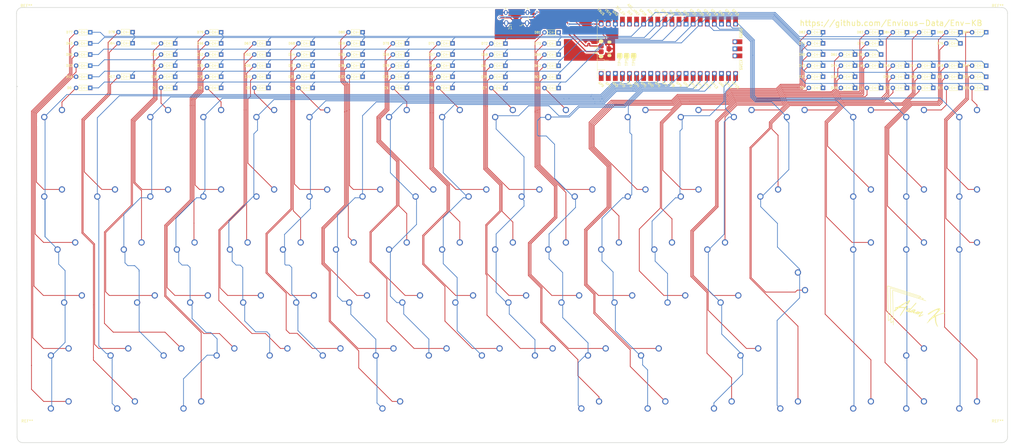
<source format=kicad_pcb>
(kicad_pcb (version 20171130) (host pcbnew "(5.1.9)-1")
  (layers (0 F.Cu signal) (31 B.Cu signal) (34 B.Paste user) (35 F.Paste user) (36 B.SilkS user) (37 F.SilkS user) (38 B.Mask user) (39 F.Mask user) (44 Edge.Cuts user))
  (net 0 "")
  (net 1 col0)
  (net 2 col1)
  (net 3 col2)
  (net 4 col3)
  (net 5 col4)
  (net 6 col5)
  (net 7 col6)
  (net 8 col7)
  (net 9 col8)
  (net 10 col9)
  (net 11 col10)
  (net 12 col11)
  (net 13 col12)
  (net 14 col13)
  (net 15 col14)
  (net 16 col15)
  (net 17 col16)
  (net 18 col17)
  (net 19 "Net-(D0-Pad2)")
  (net 20 "Net-(D1-Pad2)")
  (net 21 "Net-(D2-Pad2)")
  (net 22 "Net-(D3-Pad2)")
  (net 23 "Net-(D4-Pad2)")
  (net 24 "Net-(D5-Pad2)")
  (net 25 "Net-(D6-Pad2)")
  (net 26 "Net-(D9-Pad2)")
  (net 27 "Net-(D10-Pad2)")
  (net 28 "Net-(D11-Pad2)")
  (net 29 "Net-(D12-Pad2)")
  (net 30 "Net-(D13-Pad2)")
  (net 31 "Net-(D14-Pad2)")
  (net 32 "Net-(D15-Pad2)")
  (net 33 "Net-(D16-Pad2)")
  (net 34 "Net-(D17-Pad2)")
  (net 35 "Net-(D18-Pad2)")
  (net 36 "Net-(D19-Pad2)")
  (net 37 "Net-(D20-Pad2)")
  (net 38 "Net-(D21-Pad2)")
  (net 39 "Net-(D22-Pad2)")
  (net 40 "Net-(D23-Pad2)")
  (net 41 "Net-(D24-Pad2)")
  (net 42 "Net-(D25-Pad2)")
  (net 43 "Net-(D26-Pad2)")
  (net 44 "Net-(D27-Pad2)")
  (net 45 "Net-(D28-Pad2)")
  (net 46 "Net-(D29-Pad2)")
  (net 47 "Net-(D30-Pad2)")
  (net 48 "Net-(D31-Pad2)")
  (net 49 "Net-(D32-Pad2)")
  (net 50 "Net-(D33-Pad2)")
  (net 51 "Net-(D34-Pad2)")
  (net 52 "Net-(D35-Pad2)")
  (net 53 "Net-(D36-Pad2)")
  (net 54 "Net-(D37-Pad2)")
  (net 55 "Net-(D38-Pad2)")
  (net 56 "Net-(D39-Pad2)")
  (net 57 "Net-(D40-Pad2)")
  (net 58 "Net-(D41-Pad2)")
  (net 59 "Net-(D42-Pad2)")
  (net 60 "Net-(D43-Pad2)")
  (net 61 "Net-(D44-Pad2)")
  (net 62 "Net-(D45-Pad2)")
  (net 63 "Net-(D46-Pad2)")
  (net 64 "Net-(D47-Pad2)")
  (net 65 "Net-(D48-Pad2)")
  (net 66 "Net-(D49-Pad2)")
  (net 67 "Net-(D50-Pad2)")
  (net 68 "Net-(D51-Pad2)")
  (net 69 "Net-(D52-Pad2)")
  (net 70 "Net-(D53-Pad2)")
  (net 71 "Net-(D54-Pad2)")
  (net 72 "Net-(D55-Pad2)")
  (net 73 "Net-(D56-Pad2)")
  (net 74 "Net-(D57-Pad2)")
  (net 75 "Net-(D58-Pad2)")
  (net 76 "Net-(D59-Pad2)")
  (net 77 "Net-(D60-Pad2)")
  (net 78 "Net-(D61-Pad2)")
  (net 79 "Net-(D62-Pad2)")
  (net 80 "Net-(D63-Pad2)")
  (net 81 "Net-(D64-Pad2)")
  (net 82 "Net-(D65-Pad2)")
  (net 83 "Net-(D66-Pad2)")
  (net 84 "Net-(D67-Pad2)")
  (net 85 "Net-(D68-Pad2)")
  (net 86 "Net-(D69-Pad2)")
  (net 87 "Net-(D70-Pad2)")
  (net 88 "Net-(D71-Pad2)")
  (net 89 "Net-(D72-Pad2)")
  (net 90 "Net-(D73-Pad2)")
  (net 91 "Net-(D74-Pad2)")
  (net 92 "Net-(D75-Pad2)")
  (net 93 "Net-(D76-Pad2)")
  (net 94 "Net-(D77-Pad2)")
  (net 95 "Net-(D78-Pad2)")
  (net 96 "Net-(D79-Pad2)")
  (net 97 "Net-(D80-Pad2)")
  (net 98 "Net-(D81-Pad2)")
  (net 99 "Net-(D82-Pad2)")
  (net 100 "Net-(D83-Pad2)")
  (net 101 "Net-(D84-Pad2)")
  (net 102 "Net-(D85-Pad2)")
  (net 103 "Net-(D86-Pad2)")
  (net 104 "Net-(D87-Pad2)")
  (net 105 row0)
  (net 106 row2)
  (net 107 row3)
  (net 108 row4)
  (net 109 row5)
  (net 110 row6)
  (net 111 "Net-(D7-Pad2)")
  (net 112 "Net-(D8-Pad2)")
  (net 113 "Net-(RPI1-Pad43)")
  (net 114 "Net-(RPI1-Pad42)")
  (net 115 "Net-(RPI1-Pad41)")
  (net 116 "Net-(RPI1-Pad23)")
  (net 117 "Net-(RPI1-Pad28)")
  (net 118 "Net-(RPI1-Pad30)")
  (net 119 "Net-(RPI1-Pad33)")
  (net 120 "Net-(RPI1-Pad35)")
  (net 121 "Net-(RPI1-Pad36)")
  (net 122 "Net-(RPI1-Pad37)")
  (net 123 "Net-(RPI1-Pad38)")
  (net 124 "Net-(RPI1-Pad39)")
  (net 125 "Net-(RPI1-Pad18)")
  (net 126 "Net-(RPI1-Pad13)")
  (net 127 "Net-(RPI1-Pad8)")
  (net 128 "Net-(RPI1-Pad3)")
  (net 129 "Net-(RPI1-Pad2)")
  (net 130 "Net-(RPI1-Pad1)")
  (net 131 USBVBUS)
  (net 132 USBGND)
  (net 133 USB2_P)
  (net 134 USB2_N)
  (module MountingHole:MountingHole_3.2mm_M3 (layer F.Cu) (at 483.1 109.2)
    (fp_text reference REF** (at 0 -4.2) (layer F.SilkS))
    (fp_text value MountingHole_3.2mm_M3)
    (pad 1 np_thru_hole circle (at 0 0) (size 3.2 3.2) (drill 3.2) (layers *.Cu *.Mask))
  )
  (module MountingHole:MountingHole_3.2mm_M3 (layer F.Cu) (at 483.1 258.5)
    (fp_text reference REF** (at 0 -4.2) (layer F.SilkS))
    (fp_text value MountingHole_3.2mm_M3)
    (pad 1 np_thru_hole circle (at 0 0) (size 3.2 3.2) (drill 3.2) (layers *.Cu *.Mask))
  )
  (module MountingHole:MountingHole_3.2mm_M3 (layer F.Cu) (at 134.6 258.5)
    (fp_text reference REF** (at 0 -4.2) (layer F.SilkS))
    (fp_text value MountingHole_3.2mm_M3)
    (pad 1 np_thru_hole circle (at 0 0) (size 3.2 3.2) (drill 3.2) (layers *.Cu *.Mask))
  )
  (module MountingHole:MountingHole_3.2mm_M3 (layer F.Cu) (at 134.3 109.2)
    (fp_text reference REF** (at 0 -4.2) (layer F.SilkS))
    (fp_text value MountingHole_3.2mm_M3)
    (pad 1 np_thru_hole circle (at 0 0) (size 3.2 3.2) (drill 3.2) (layers *.Cu *.Mask))
  )
  (module EM_Logo:PersonalLogo (layer F.Cu) (at 454.045 213.315)
    (fp_text reference G*** hide)
    (fp_text value LOGO hide)
  )
  (module MCU_RaspberryPi_and_Boards.pretty:RPi_Pico_SMD_TH (layer F.Cu) (at 364.85 120.45 90)
    (fp_text reference RPI1)
    (fp_text value Pico)
    (fp_text user TP6 (at -4.826 -12.446 90) (layer F.SilkS))
    (fp_text user TP5 (at -4.826 -14.986 90) (layer F.SilkS))
    (fp_text user TP4 (at -4.826 -17.526 90) (layer F.SilkS))
    (fp_text user SWDIO (at 5.6 26.2 90) (layer F.SilkS) (effects (font (size 0.8 0.8))))
    (fp_text user SWCLK (at -5.7 26.2 90) (layer F.SilkS) (effects (font (size 0.8 0.8))))
    (fp_text user AGND (at 13.054 -6.35 135) (layer F.SilkS) (effects (font (size 0.8 0.8))))
    (fp_text user GND (at 12.8 -19.05 135) (layer F.SilkS) (effects (font (size 0.8 0.8))))
    (fp_text user GND (at 12.8 6.35 135) (layer F.SilkS) (effects (font (size 0.8 0.8))))
    (fp_text user GND (at 12.8 19.05 135) (layer F.SilkS) (effects (font (size 0.8 0.8))))
    (fp_text user GND (at -12.8 19.05 135) (layer F.SilkS) (effects (font (size 0.8 0.8))))
    (fp_text user GND (at -12.8 6.35 135) (layer F.SilkS) (effects (font (size 0.8 0.8))))
    (fp_text user GND (at -12.8 -6.35 135) (layer F.SilkS) (effects (font (size 0.8 0.8))))
    (fp_text user GND (at -12.8 -19.05 135) (layer F.SilkS) (effects (font (size 0.8 0.8))))
    (fp_text user VBUS (at 13.3 -24.2 135) (layer F.SilkS) (effects (font (size 0.8 0.8))))
    (fp_text user VSYS (at 13.2 -21.59 135) (layer F.SilkS) (effects (font (size 0.8 0.8))))
    (fp_text user 3V3_EN (at 13.7 -17.2 135) (layer F.SilkS) (effects (font (size 0.8 0.8))))
    (fp_text user 3V3 (at 12.9 -13.9 135) (layer F.SilkS) (effects (font (size 0.8 0.8))))
    (fp_text user ADC_VREF (at 14 -12.5 135) (layer F.SilkS) (effects (font (size 0.8 0.8))))
    (fp_text user GP28 (at 13.054 -9.144 135) (layer F.SilkS) (effects (font (size 0.8 0.8))))
    (fp_text user GP27 (at 13.054 -3.8 135) (layer F.SilkS) (effects (font (size 0.8 0.8))))
    (fp_text user GP26 (at 13.054 -1.27 135) (layer F.SilkS) (effects (font (size 0.8 0.8))))
    (fp_text user RUN (at 13 1.27 135) (layer F.SilkS) (effects (font (size 0.8 0.8))))
    (fp_text user GP22 (at 13.054 3.81 135) (layer F.SilkS) (effects (font (size 0.8 0.8))))
    (fp_text user GP21 (at 13.054 8.9 135) (layer F.SilkS) (effects (font (size 0.8 0.8))))
    (fp_text user GP20 (at 13.054 11.43 135) (layer F.SilkS) (effects (font (size 0.8 0.8))))
    (fp_text user GP19 (at 13.054 13.97 135) (layer F.SilkS) (effects (font (size 0.8 0.8))))
    (fp_text user GP18 (at 13.054 16.51 135) (layer F.SilkS) (effects (font (size 0.8 0.8))))
    (fp_text user GP17 (at 13.054 21.59 135) (layer F.SilkS) (effects (font (size 0.8 0.8))))
    (fp_text user GP16 (at 13.054 24.13 135) (layer F.SilkS) (effects (font (size 0.8 0.8))))
    (fp_text user GP15 (at -13.054 24.13 135) (layer F.SilkS) (effects (font (size 0.8 0.8))))
    (fp_text user GP14 (at -13.1 21.59 135) (layer F.SilkS) (effects (font (size 0.8 0.8))))
    (fp_text user GP13 (at -13.054 16.51 135) (layer F.SilkS) (effects (font (size 0.8 0.8))))
    (fp_text user GP12 (at -13.2 13.97 135) (layer F.SilkS) (effects (font (size 0.8 0.8))))
    (fp_text user GP11 (at -13.2 11.43 135) (layer F.SilkS) (effects (font (size 0.8 0.8))))
    (fp_text user GP10 (at -13.054 8.89 135) (layer F.SilkS) (effects (font (size 0.8 0.8))))
    (fp_text user GP9 (at -12.8 3.81 135) (layer F.SilkS) (effects (font (size 0.8 0.8))))
    (fp_text user GP8 (at -12.8 1.27 135) (layer F.SilkS) (effects (font (size 0.8 0.8))))
    (fp_text user GP7 (at -12.7 -1.3 135) (layer F.SilkS) (effects (font (size 0.8 0.8))))
    (fp_text user GP6 (at -12.8 -3.81 135) (layer F.SilkS) (effects (font (size 0.8 0.8))))
    (fp_text user GP5 (at -12.8 -8.89 135) (layer F.SilkS) (effects (font (size 0.8 0.8))))
    (fp_text user GP4 (at -12.8 -11.43 135) (layer F.SilkS) (effects (font (size 0.8 0.8))))
    (fp_text user GP3 (at -12.8 -13.97 135) (layer F.SilkS) (effects (font (size 0.8 0.8))))
    (fp_text user GP0 (at -12.8 -24.13 135) (layer F.SilkS) (effects (font (size 0.8 0.8))))
    (fp_text user GP2 (at -12.9 -16.51 135) (layer F.SilkS) (effects (font (size 0.8 0.8))))
    (fp_text user GP1 (at -12.9 -21.6 135) (layer F.SilkS) (effects (font (size 0.8 0.8))))
    (pad "" smd oval (at -2.73 -24.19) (size 1.7 1.35) (layers F.SilkS))
    (pad "" smd oval (at 2.73 -24.19) (size 1.7 1.35) (layers F.SilkS))
    (pad "" smd oval (at -2.42 -21.19) (size 1.5 1.1) (layers F.SilkS))
    (pad "" smd oval (at 2.42 -21.19) (size 1.5 1.1) (layers F.SilkS))
    (pad 43 thru_hole oval (at 2.54 23.9 90) (size 1.7 1.7) (drill 1.02) (layers *.Cu *.Mask) (net 113 "Net-(RPI1-Pad43)"))
    (pad 43 smd rect (at 2.54 23.9 180) (size 3.5 1.7) (drill (offset -0.9 0)) (layers F.Cu F.Mask) (net 113 "Net-(RPI1-Pad43)"))
    (pad 42 thru_hole rect (at 0 23.9 90) (size 1.7 1.7) (drill 1.02) (layers *.Cu *.Mask) (net 114 "Net-(RPI1-Pad42)"))
    (pad 42 smd rect (at 0 23.9 180) (size 3.5 1.7) (drill (offset -0.9 0)) (layers F.Cu F.Mask) (net 114 "Net-(RPI1-Pad42)"))
    (pad 41 thru_hole oval (at -2.54 23.9 90) (size 1.7 1.7) (drill 1.02) (layers *.Cu *.Mask) (net 115 "Net-(RPI1-Pad41)"))
    (pad 41 smd rect (at -2.54 23.9 180) (size 3.5 1.7) (drill (offset -0.9 0)) (layers F.Cu F.Mask) (net 115 "Net-(RPI1-Pad41)"))
    (pad 21 smd rect (at 8.89 24.13 90) (size 3.5 1.7) (drill (offset 0.9 0)) (layers F.Cu F.Mask) (net 18 col17))
    (pad 22 smd rect (at 8.89 21.59 90) (size 3.5 1.7) (drill (offset 0.9 0)) (layers F.Cu F.Mask) (net 17 col16))
    (pad 23 smd rect (at 8.89 19.05 90) (size 3.5 1.7) (drill (offset 0.9 0)) (layers F.Cu F.Mask) (net 116 "Net-(RPI1-Pad23)"))
    (pad 24 smd rect (at 8.89 16.51 90) (size 3.5 1.7) (drill (offset 0.9 0)) (layers F.Cu F.Mask) (net 16 col15))
    (pad 25 smd rect (at 8.89 13.97 90) (size 3.5 1.7) (drill (offset 0.9 0)) (layers F.Cu F.Mask) (net 15 col14))
    (pad 26 smd rect (at 8.89 11.43 90) (size 3.5 1.7) (drill (offset 0.9 0)) (layers F.Cu F.Mask) (net 105 row0))
    (pad 27 smd rect (at 8.89 8.89 90) (size 3.5 1.7) (drill (offset 0.9 0)) (layers F.Cu F.Mask) (net 106 row2))
    (pad 28 smd rect (at 8.89 6.35 90) (size 3.5 1.7) (drill (offset 0.9 0)) (layers F.Cu F.Mask) (net 117 "Net-(RPI1-Pad28)"))
    (pad 29 smd rect (at 8.89 3.81 90) (size 3.5 1.7) (drill (offset 0.9 0)) (layers F.Cu F.Mask) (net 107 row3))
    (pad 30 smd rect (at 8.89 1.27 90) (size 3.5 1.7) (drill (offset 0.9 0)) (layers F.Cu F.Mask) (net 118 "Net-(RPI1-Pad30)"))
    (pad 31 smd rect (at 8.89 -1.27 90) (size 3.5 1.7) (drill (offset 0.9 0)) (layers F.Cu F.Mask) (net 108 row4))
    (pad 32 smd rect (at 8.89 -3.81 90) (size 3.5 1.7) (drill (offset 0.9 0)) (layers F.Cu F.Mask) (net 109 row5))
    (pad 33 smd rect (at 8.89 -6.35 90) (size 3.5 1.7) (drill (offset 0.9 0)) (layers F.Cu F.Mask) (net 119 "Net-(RPI1-Pad33)"))
    (pad 34 smd rect (at 8.89 -8.89 90) (size 3.5 1.7) (drill (offset 0.9 0)) (layers F.Cu F.Mask) (net 110 row6))
    (pad 35 smd rect (at 8.89 -11.43 90) (size 3.5 1.7) (drill (offset 0.9 0)) (layers F.Cu F.Mask) (net 120 "Net-(RPI1-Pad35)"))
    (pad 36 smd rect (at 8.89 -13.97 90) (size 3.5 1.7) (drill (offset 0.9 0)) (layers F.Cu F.Mask) (net 121 "Net-(RPI1-Pad36)"))
    (pad 37 smd rect (at 8.89 -16.51 90) (size 3.5 1.7) (drill (offset 0.9 0)) (layers F.Cu F.Mask) (net 122 "Net-(RPI1-Pad37)"))
    (pad 38 smd rect (at 8.89 -19.05 90) (size 3.5 1.7) (drill (offset 0.9 0)) (layers F.Cu F.Mask) (net 123 "Net-(RPI1-Pad38)"))
    (pad 39 smd rect (at 8.89 -21.59 90) (size 3.5 1.7) (drill (offset 0.9 0)) (layers F.Cu F.Mask) (net 124 "Net-(RPI1-Pad39)"))
    (pad 40 smd rect (at 8.89 -24.13 90) (size 3.5 1.7) (drill (offset 0.9 0)) (layers F.Cu F.Mask) (net 131 USBVBUS))
    (pad 20 smd rect (at -8.89 24.13 90) (size 3.5 1.7) (drill (offset -0.9 0)) (layers F.Cu F.Mask) (net 14 col13))
    (pad 19 smd rect (at -8.89 21.59 90) (size 3.5 1.7) (drill (offset -0.9 0)) (layers F.Cu F.Mask) (net 13 col12))
    (pad 18 smd rect (at -8.89 19.05 90) (size 3.5 1.7) (drill (offset -0.9 0)) (layers F.Cu F.Mask) (net 125 "Net-(RPI1-Pad18)"))
    (pad 17 smd rect (at -8.89 16.51 90) (size 3.5 1.7) (drill (offset -0.9 0)) (layers F.Cu F.Mask) (net 12 col11))
    (pad 16 smd rect (at -8.89 13.97 90) (size 3.5 1.7) (drill (offset -0.9 0)) (layers F.Cu F.Mask) (net 11 col10))
    (pad 15 smd rect (at -8.89 11.43 90) (size 3.5 1.7) (drill (offset -0.9 0)) (layers F.Cu F.Mask) (net 10 col9))
    (pad 14 smd rect (at -8.89 8.89 90) (size 3.5 1.7) (drill (offset -0.9 0)) (layers F.Cu F.Mask) (net 9 col8))
    (pad 13 smd rect (at -8.89 6.35 90) (size 3.5 1.7) (drill (offset -0.9 0)) (layers F.Cu F.Mask) (net 126 "Net-(RPI1-Pad13)"))
    (pad 12 smd rect (at -8.89 3.81 90) (size 3.5 1.7) (drill (offset -0.9 0)) (layers F.Cu F.Mask) (net 8 col7))
    (pad 11 smd rect (at -8.89 1.27 90) (size 3.5 1.7) (drill (offset -0.9 0)) (layers F.Cu F.Mask) (net 7 col6))
    (pad 10 smd rect (at -8.89 -1.27 90) (size 3.5 1.7) (drill (offset -0.9 0)) (layers F.Cu F.Mask) (net 6 col5))
    (pad 9 smd rect (at -8.89 -3.81 90) (size 3.5 1.7) (drill (offset -0.9 0)) (layers F.Cu F.Mask) (net 5 col4))
    (pad 8 smd rect (at -8.89 -6.35 90) (size 3.5 1.7) (drill (offset -0.9 0)) (layers F.Cu F.Mask) (net 127 "Net-(RPI1-Pad8)"))
    (pad 7 smd rect (at -8.89 -8.89 90) (size 3.5 1.7) (drill (offset -0.9 0)) (layers F.Cu F.Mask) (net 4 col3))
    (pad 6 smd rect (at -8.89 -11.43 90) (size 3.5 1.7) (drill (offset -0.9 0)) (layers F.Cu F.Mask) (net 3 col2))
    (pad 5 smd rect (at -8.89 -13.97 90) (size 3.5 1.7) (drill (offset -0.9 0)) (layers F.Cu F.Mask) (net 2 col1))
    (pad 4 smd rect (at -8.89 -16.51 90) (size 3.5 1.7) (drill (offset -0.9 0)) (layers F.Cu F.Mask) (net 1 col0))
    (pad 3 smd rect (at -8.89 -19.05 90) (size 3.5 1.7) (drill (offset -0.9 0)) (layers F.Cu F.Mask) (net 128 "Net-(RPI1-Pad3)"))
    (pad 2 smd rect (at -8.89 -21.59 90) (size 3.5 1.7) (drill (offset -0.9 0)) (layers F.Cu F.Mask) (net 129 "Net-(RPI1-Pad2)"))
    (pad 1 smd rect (at -8.89 -24.13 90) (size 3.5 1.7) (drill (offset -0.9 0)) (layers F.Cu F.Mask) (net 130 "Net-(RPI1-Pad1)"))
    (pad 40 thru_hole oval (at 8.89 -24.13 90) (size 1.7 1.7) (drill 1.02) (layers *.Cu *.Mask) (net 131 USBVBUS))
    (pad 39 thru_hole oval (at 8.89 -21.59 90) (size 1.7 1.7) (drill 1.02) (layers *.Cu *.Mask) (net 124 "Net-(RPI1-Pad39)"))
    (pad 38 thru_hole rect (at 8.89 -19.05 90) (size 1.7 1.7) (drill 1.02) (layers *.Cu *.Mask) (net 123 "Net-(RPI1-Pad38)"))
    (pad 37 thru_hole oval (at 8.89 -16.51 90) (size 1.7 1.7) (drill 1.02) (layers *.Cu *.Mask) (net 122 "Net-(RPI1-Pad37)"))
    (pad 36 thru_hole oval (at 8.89 -13.97 90) (size 1.7 1.7) (drill 1.02) (layers *.Cu *.Mask) (net 121 "Net-(RPI1-Pad36)"))
    (pad 35 thru_hole oval (at 8.89 -11.43 90) (size 1.7 1.7) (drill 1.02) (layers *.Cu *.Mask) (net 120 "Net-(RPI1-Pad35)"))
    (pad 34 thru_hole oval (at 8.89 -8.89 90) (size 1.7 1.7) (drill 1.02) (layers *.Cu *.Mask) (net 110 row6))
    (pad 33 thru_hole rect (at 8.89 -6.35 90) (size 1.7 1.7) (drill 1.02) (layers *.Cu *.Mask) (net 119 "Net-(RPI1-Pad33)"))
    (pad 32 thru_hole oval (at 8.89 -3.81 90) (size 1.7 1.7) (drill 1.02) (layers *.Cu *.Mask) (net 109 row5))
    (pad 31 thru_hole oval (at 8.89 -1.27 90) (size 1.7 1.7) (drill 1.02) (layers *.Cu *.Mask) (net 108 row4))
    (pad 30 thru_hole oval (at 8.89 1.27 90) (size 1.7 1.7) (drill 1.02) (layers *.Cu *.Mask) (net 118 "Net-(RPI1-Pad30)"))
    (pad 29 thru_hole oval (at 8.89 3.81 90) (size 1.7 1.7) (drill 1.02) (layers *.Cu *.Mask) (net 107 row3))
    (pad 28 thru_hole rect (at 8.89 6.35 90) (size 1.7 1.7) (drill 1.02) (layers *.Cu *.Mask) (net 117 "Net-(RPI1-Pad28)"))
    (pad 27 thru_hole oval (at 8.89 8.89 90) (size 1.7 1.7) (drill 1.02) (layers *.Cu *.Mask) (net 106 row2))
    (pad 26 thru_hole oval (at 8.89 11.43 90) (size 1.7 1.7) (drill 1.02) (layers *.Cu *.Mask) (net 105 row0))
    (pad 25 thru_hole oval (at 8.89 13.97 90) (size 1.7 1.7) (drill 1.02) (layers *.Cu *.Mask) (net 15 col14))
    (pad 24 thru_hole oval (at 8.89 16.51 90) (size 1.7 1.7) (drill 1.02) (layers *.Cu *.Mask) (net 16 col15))
    (pad 23 thru_hole rect (at 8.89 19.05 90) (size 1.7 1.7) (drill 1.02) (layers *.Cu *.Mask) (net 116 "Net-(RPI1-Pad23)"))
    (pad 22 thru_hole oval (at 8.89 21.59 90) (size 1.7 1.7) (drill 1.02) (layers *.Cu *.Mask) (net 17 col16))
    (pad 21 thru_hole oval (at 8.89 24.13 90) (size 1.7 1.7) (drill 1.02) (layers *.Cu *.Mask) (net 18 col17))
    (pad 20 thru_hole oval (at -8.89 24.13 90) (size 1.7 1.7) (drill 1.02) (layers *.Cu *.Mask) (net 14 col13))
    (pad 19 thru_hole oval (at -8.89 21.59 90) (size 1.7 1.7) (drill 1.02) (layers *.Cu *.Mask) (net 13 col12))
    (pad 18 thru_hole rect (at -8.89 19.05 90) (size 1.7 1.7) (drill 1.02) (layers *.Cu *.Mask) (net 125 "Net-(RPI1-Pad18)"))
    (pad 17 thru_hole oval (at -8.89 16.51 90) (size 1.7 1.7) (drill 1.02) (layers *.Cu *.Mask) (net 12 col11))
    (pad 16 thru_hole oval (at -8.89 13.97 90) (size 1.7 1.7) (drill 1.02) (layers *.Cu *.Mask) (net 11 col10))
    (pad 15 thru_hole oval (at -8.89 11.43 90) (size 1.7 1.7) (drill 1.02) (layers *.Cu *.Mask) (net 10 col9))
    (pad 14 thru_hole oval (at -8.89 8.89 90) (size 1.7 1.7) (drill 1.02) (layers *.Cu *.Mask) (net 9 col8))
    (pad 13 thru_hole rect (at -8.89 6.35 90) (size 1.7 1.7) (drill 1.02) (layers *.Cu *.Mask) (net 126 "Net-(RPI1-Pad13)"))
    (pad 12 thru_hole oval (at -8.89 3.81 90) (size 1.7 1.7) (drill 1.02) (layers *.Cu *.Mask) (net 8 col7))
    (pad 11 thru_hole oval (at -8.89 1.27 90) (size 1.7 1.7) (drill 1.02) (layers *.Cu *.Mask) (net 7 col6))
    (pad 10 thru_hole oval (at -8.89 -1.27 90) (size 1.7 1.7) (drill 1.02) (layers *.Cu *.Mask) (net 6 col5))
    (pad 9 thru_hole oval (at -8.89 -3.81 90) (size 1.7 1.7) (drill 1.02) (layers *.Cu *.Mask) (net 5 col4))
    (pad 8 thru_hole rect (at -8.89 -6.35 90) (size 1.7 1.7) (drill 1.02) (layers *.Cu *.Mask) (net 127 "Net-(RPI1-Pad8)"))
    (pad 7 thru_hole oval (at -8.89 -8.89 90) (size 1.7 1.7) (drill 1.02) (layers *.Cu *.Mask) (net 4 col3))
    (pad 6 thru_hole oval (at -8.89 -11.43 90) (size 1.7 1.7) (drill 1.02) (layers *.Cu *.Mask) (net 3 col2))
    (pad 5 thru_hole oval (at -8.89 -13.97 90) (size 1.7 1.7) (drill 1.02) (layers *.Cu *.Mask) (net 2 col1))
    (pad 4 thru_hole oval (at -8.89 -16.51 90) (size 1.7 1.7) (drill 1.02) (layers *.Cu *.Mask) (net 1 col0))
    (pad 3 thru_hole rect (at -8.89 -19.05 90) (size 1.7 1.7) (drill 1.02) (layers *.Cu *.Mask) (net 128 "Net-(RPI1-Pad3)"))
    (pad 2 thru_hole oval (at -8.89 -21.59 90) (size 1.7 1.7) (drill 1.02) (layers *.Cu *.Mask) (net 129 "Net-(RPI1-Pad2)"))
    (pad 1 thru_hole oval (at -8.89 -24.13 90) (size 1.7 1.7) (drill 1.02) (layers *.Cu *.Mask) (net 130 "Net-(RPI1-Pad1)"))
    (pad TP1 connect roundrect (at 0 -21.35 90) (size 1.75 1.75) (layers F.Cu F.Mask) (net 132 USBGND))
    (pad TP3 connect roundrect (at -1.016 -24.125 90) (size 1.75 1.75) (layers F.Cu F.Mask) (net 133 USB2_P))
    (pad TP2 connect roundrect (at 1.016 -24.125 90) (size 1.75 1.75) (layers F.Cu F.Mask) (net 134 USB2_N))
    (pad TP4 smd roundrect (at -2.5 -17.5 90) (size 2 2) (layers F.SilkS))
    (pad TP5 connect roundrect (at -2.5 -15 90) (size 2 2) (layers F.SilkS))
    (pad TP6 connect roundrect (at -2.5 -12.5 90) (size 2 2) (layers F.SilkS))
  )
  (module MX_only:MXOnly-6.25U-ReversedStabilizers-NoLED (layer F.Cu) (at 265.96875 252.3)
    (fp_text reference K_80)
    (fp_text value KEYSW)
    (pad 2 thru_hole circle (at 2.54 -5.08) (size 2.25 2.25) (drill 1.47) (layers *.Cu B.Mask) (net 97 "Net-(D80-Pad2)"))
    (pad "" np_thru_hole circle (at 0 0) (size 3.9878 3.9878) (drill 3.9878) (layers *.Cu *.Mask))
    (pad 1 thru_hole circle (at -3.81 -2.54) (size 2.25 2.25) (drill 1.47) (layers *.Cu B.Mask) (net 7 col6))
    (pad "" np_thru_hole circle (at -5.08 0 48.0996) (size 1.75 1.75) (drill 1.75) (layers *.Cu *.Mask))
    (pad "" np_thru_hole circle (at 5.08 0 48.0996) (size 1.75 1.75) (drill 1.75) (layers *.Cu *.Mask))
    (pad "" np_thru_hole circle (at -49.9999 6.985) (size 3.048 3.048) (drill 3.048) (layers *.Cu *.Mask))
    (pad "" np_thru_hole circle (at 49.9999 6.985) (size 3.048 3.048) (drill 3.048) (layers *.Cu *.Mask))
    (pad "" np_thru_hole circle (at -49.9999 -8.255) (size 3.9878 3.9878) (drill 3.9878) (layers *.Cu *.Mask))
    (pad "" np_thru_hole circle (at 49.9999 -8.255) (size 3.9878 3.9878) (drill 3.9878) (layers *.Cu *.Mask))
  )
  (module MX_only:MXOnly-2U-NoLED (layer F.Cu) (at 401.7 176.1)
    (fp_text reference K_29)
    (fp_text value KEYSW)
    (pad 2 thru_hole circle (at 2.54 -5.08) (size 2.25 2.25) (drill 1.47) (layers *.Cu B.Mask) (net 46 "Net-(D29-Pad2)"))
    (pad "" np_thru_hole circle (at 0 0) (size 3.9878 3.9878) (drill 3.9878) (layers *.Cu *.Mask))
    (pad 1 thru_hole circle (at -3.81 -2.54) (size 2.25 2.25) (drill 1.47) (layers *.Cu B.Mask) (net 15 col14))
    (pad "" np_thru_hole circle (at -5.08 0 48.0996) (size 1.75 1.75) (drill 1.75) (layers *.Cu *.Mask))
    (pad "" np_thru_hole circle (at 5.08 0 48.0996) (size 1.75 1.75) (drill 1.75) (layers *.Cu *.Mask))
    (pad "" np_thru_hole circle (at -11.90625 -6.985) (size 3.048 3.048) (drill 3.048) (layers *.Cu *.Mask))
    (pad "" np_thru_hole circle (at 11.90625 -6.985) (size 3.048 3.048) (drill 3.048) (layers *.Cu *.Mask))
    (pad "" np_thru_hole circle (at -11.90625 8.255) (size 3.9878 3.9878) (drill 3.9878) (layers *.Cu *.Mask))
    (pad "" np_thru_hole circle (at 11.90625 8.255) (size 3.9878 3.9878) (drill 3.9878) (layers *.Cu *.Mask))
  )
  (module MX_only:MXOnly-1.5U-NoLED (layer F.Cu) (at 149.2875 195.15)
    (fp_text reference K_33)
    (fp_text value KEYSW)
    (pad 2 thru_hole circle (at 2.54 -5.08) (size 2.25 2.25) (drill 1.47) (layers *.Cu B.Mask) (net 50 "Net-(D33-Pad2)"))
    (pad "" np_thru_hole circle (at 0 0) (size 3.9878 3.9878) (drill 3.9878) (layers *.Cu *.Mask))
    (pad 1 thru_hole circle (at -3.81 -2.54) (size 2.25 2.25) (drill 1.47) (layers *.Cu B.Mask) (net 1 col0))
    (pad "" np_thru_hole circle (at -5.08 0 48.0996) (size 1.75 1.75) (drill 1.75) (layers *.Cu *.Mask))
    (pad "" np_thru_hole circle (at 5.08 0 48.0996) (size 1.75 1.75) (drill 1.75) (layers *.Cu *.Mask))
  )
  (module MX_only:MXOnly-ISO-ROTATED-ReversedStabilizers-NoLED (layer F.Cu) (at 408.8374 204.675)
    (fp_text reference K_46)
    (fp_text value KEYSW)
    (pad "" np_thru_hole circle (at -8.255 -11.938) (size 3.9878 3.9878) (drill 3.9878) (layers *.Cu *.Mask))
    (pad "" np_thru_hole circle (at -8.255 11.938) (size 3.9878 3.9878) (drill 3.9878) (layers *.Cu *.Mask))
    (pad "" np_thru_hole circle (at 6.985 -11.938) (size 3.048 3.048) (drill 3.048) (layers *.Cu *.Mask))
    (pad "" np_thru_hole circle (at 6.985 11.938) (size 3.048 3.048) (drill 3.048) (layers *.Cu *.Mask))
    (pad "" np_thru_hole circle (at 0 5.08 48.0996) (size 1.75 1.75) (drill 1.75) (layers *.Cu *.Mask))
    (pad "" np_thru_hole circle (at 0 -5.08 48.0996) (size 1.75 1.75) (drill 1.75) (layers *.Cu *.Mask))
    (pad 1 thru_hole circle (at 2.54 -3.81) (size 2.25 2.25) (drill 1.47) (layers *.Cu B.Mask) (net 15 col14))
    (pad "" np_thru_hole circle (at 0 0) (size 3.9878 3.9878) (drill 3.9878) (layers *.Cu *.Mask))
    (pad 2 thru_hole circle (at 5.08 2.54) (size 2.25 2.25) (drill 1.47) (layers *.Cu B.Mask) (net 63 "Net-(D46-Pad2)"))
  )
  (module MX_only:MXOnly-1.75U-NoLED (layer F.Cu) (at 151.66875 214.2)
    (fp_text reference K_50)
    (fp_text value KEYSW)
    (pad 2 thru_hole circle (at 2.54 -5.08) (size 2.25 2.25) (drill 1.47) (layers *.Cu B.Mask) (net 67 "Net-(D50-Pad2)"))
    (pad "" np_thru_hole circle (at 0 0) (size 3.9878 3.9878) (drill 3.9878) (layers *.Cu *.Mask))
    (pad 1 thru_hole circle (at -3.81 -2.54) (size 2.25 2.25) (drill 1.47) (layers *.Cu B.Mask) (net 1 col0))
    (pad "" np_thru_hole circle (at -5.08 0 48.0996) (size 1.75 1.75) (drill 1.75) (layers *.Cu *.Mask))
    (pad "" np_thru_hole circle (at 5.08 0 48.0996) (size 1.75 1.75) (drill 1.75) (layers *.Cu *.Mask))
  )
  (module MX_only:MXOnly-1.25U-NoLED (layer F.Cu) (at 146.90625 233.25)
    (fp_text reference K_63)
    (fp_text value KEYSW)
    (pad 2 thru_hole circle (at 2.54 -5.08) (size 2.25 2.25) (drill 1.47) (layers *.Cu B.Mask) (net 80 "Net-(D63-Pad2)"))
    (pad "" np_thru_hole circle (at 0 0) (size 3.9878 3.9878) (drill 3.9878) (layers *.Cu *.Mask))
    (pad 1 thru_hole circle (at -3.81 -2.54) (size 2.25 2.25) (drill 1.47) (layers *.Cu B.Mask) (net 1 col0))
    (pad "" np_thru_hole circle (at -5.08 0 48.0996) (size 1.75 1.75) (drill 1.75) (layers *.Cu *.Mask))
    (pad "" np_thru_hole circle (at 5.08 0 48.0996) (size 1.75 1.75) (drill 1.75) (layers *.Cu *.Mask))
  )
  (module MX_only:MXOnly-2.75U-NoLED (layer F.Cu) (at 394.55625 233.25)
    (fp_text reference K_75)
    (fp_text value KEYSW)
    (pad 2 thru_hole circle (at 2.54 -5.08) (size 2.25 2.25) (drill 1.47) (layers *.Cu B.Mask) (net 92 "Net-(D75-Pad2)"))
    (pad "" np_thru_hole circle (at 0 0) (size 3.9878 3.9878) (drill 3.9878) (layers *.Cu *.Mask))
    (pad 1 thru_hole circle (at -3.81 -2.54) (size 2.25 2.25) (drill 1.47) (layers *.Cu B.Mask) (net 14 col13))
    (pad "" np_thru_hole circle (at -5.08 0 48.0996) (size 1.75 1.75) (drill 1.75) (layers *.Cu *.Mask))
    (pad "" np_thru_hole circle (at 5.08 0 48.0996) (size 1.75 1.75) (drill 1.75) (layers *.Cu *.Mask))
    (pad "" np_thru_hole circle (at -11.90625 -6.985) (size 3.048 3.048) (drill 3.048) (layers *.Cu *.Mask))
    (pad "" np_thru_hole circle (at 11.90625 -6.985) (size 3.048 3.048) (drill 3.048) (layers *.Cu *.Mask))
    (pad "" np_thru_hole circle (at -11.90625 8.255) (size 3.9878 3.9878) (drill 3.9878) (layers *.Cu *.Mask))
    (pad "" np_thru_hole circle (at 11.90625 8.255) (size 3.9878 3.9878) (drill 3.9878) (layers *.Cu *.Mask))
  )
  (module MX_only:MXOnly-1.25U-NoLED (layer F.Cu) (at 146.90625 252.3)
    (fp_text reference K_77)
    (fp_text value KEYSW)
    (pad 2 thru_hole circle (at 2.54 -5.08) (size 2.25 2.25) (drill 1.47) (layers *.Cu B.Mask) (net 94 "Net-(D77-Pad2)"))
    (pad "" np_thru_hole circle (at 0 0) (size 3.9878 3.9878) (drill 3.9878) (layers *.Cu *.Mask))
    (pad 1 thru_hole circle (at -3.81 -2.54) (size 2.25 2.25) (drill 1.47) (layers *.Cu B.Mask) (net 1 col0))
    (pad "" np_thru_hole circle (at -5.08 0 48.0996) (size 1.75 1.75) (drill 1.75) (layers *.Cu *.Mask))
    (pad "" np_thru_hole circle (at 5.08 0 48.0996) (size 1.75 1.75) (drill 1.75) (layers *.Cu *.Mask))
  )
  (module MX_only:MXOnly-1.25U-NoLED (layer F.Cu) (at 170.71875 252.3)
    (fp_text reference K_78)
    (fp_text value KEYSW)
    (pad 2 thru_hole circle (at 2.54 -5.08) (size 2.25 2.25) (drill 1.47) (layers *.Cu B.Mask) (net 95 "Net-(D78-Pad2)"))
    (pad "" np_thru_hole circle (at 0 0) (size 3.9878 3.9878) (drill 3.9878) (layers *.Cu *.Mask))
    (pad 1 thru_hole circle (at -3.81 -2.54) (size 2.25 2.25) (drill 1.47) (layers *.Cu B.Mask) (net 2 col1))
    (pad "" np_thru_hole circle (at -5.08 0 48.0996) (size 1.75 1.75) (drill 1.75) (layers *.Cu *.Mask))
    (pad "" np_thru_hole circle (at 5.08 0 48.0996) (size 1.75 1.75) (drill 1.75) (layers *.Cu *.Mask))
  )
  (module MX_only:MXOnly-1.25U-NoLED (layer F.Cu) (at 194.53125 252.3)
    (fp_text reference K_79)
    (fp_text value KEYSW)
    (pad 2 thru_hole circle (at 2.54 -5.08) (size 2.25 2.25) (drill 1.47) (layers *.Cu B.Mask) (net 96 "Net-(D79-Pad2)"))
    (pad "" np_thru_hole circle (at 0 0) (size 3.9878 3.9878) (drill 3.9878) (layers *.Cu *.Mask))
    (pad 1 thru_hole circle (at -3.81 -2.54) (size 2.25 2.25) (drill 1.47) (layers *.Cu B.Mask) (net 4 col3))
    (pad "" np_thru_hole circle (at -5.08 0 48.0996) (size 1.75 1.75) (drill 1.75) (layers *.Cu *.Mask))
    (pad "" np_thru_hole circle (at 5.08 0 48.0996) (size 1.75 1.75) (drill 1.75) (layers *.Cu *.Mask))
  )
  (module MX_only:MXOnly-1.25U-NoLED (layer F.Cu) (at 337.40625 252.3)
    (fp_text reference K_81)
    (fp_text value KEYSW)
    (pad 2 thru_hole circle (at 2.54 -5.08) (size 2.25 2.25) (drill 1.47) (layers *.Cu B.Mask) (net 98 "Net-(D81-Pad2)"))
    (pad "" np_thru_hole circle (at 0 0) (size 3.9878 3.9878) (drill 3.9878) (layers *.Cu *.Mask))
    (pad 1 thru_hole circle (at -3.81 -2.54) (size 2.25 2.25) (drill 1.47) (layers *.Cu B.Mask) (net 11 col10))
    (pad "" np_thru_hole circle (at -5.08 0 48.0996) (size 1.75 1.75) (drill 1.75) (layers *.Cu *.Mask))
    (pad "" np_thru_hole circle (at 5.08 0 48.0996) (size 1.75 1.75) (drill 1.75) (layers *.Cu *.Mask))
  )
  (module MX_only:MXOnly-1.25U-NoLED (layer F.Cu) (at 361.21875 252.3)
    (fp_text reference K_82)
    (fp_text value KEYSW)
    (pad 2 thru_hole circle (at 2.54 -5.08) (size 2.25 2.25) (drill 1.47) (layers *.Cu B.Mask) (net 99 "Net-(D82-Pad2)"))
    (pad "" np_thru_hole circle (at 0 0) (size 3.9878 3.9878) (drill 3.9878) (layers *.Cu *.Mask))
    (pad 1 thru_hole circle (at -3.81 -2.54) (size 2.25 2.25) (drill 1.47) (layers *.Cu B.Mask) (net 12 col11))
    (pad "" np_thru_hole circle (at -5.08 0 48.0996) (size 1.75 1.75) (drill 1.75) (layers *.Cu *.Mask))
    (pad "" np_thru_hole circle (at 5.08 0 48.0996) (size 1.75 1.75) (drill 1.75) (layers *.Cu *.Mask))
  )
  (module MX_only:MXOnly-1.25U-NoLED (layer F.Cu) (at 385.03125 252.3)
    (fp_text reference K_83)
    (fp_text value KEYSW)
    (pad 2 thru_hole circle (at 2.54 -5.08) (size 2.25 2.25) (drill 1.47) (layers *.Cu B.Mask) (net 100 "Net-(D83-Pad2)"))
    (pad "" np_thru_hole circle (at 0 0) (size 3.9878 3.9878) (drill 3.9878) (layers *.Cu *.Mask))
    (pad 1 thru_hole circle (at -3.81 -2.54) (size 2.25 2.25) (drill 1.47) (layers *.Cu B.Mask) (net 14 col13))
    (pad "" np_thru_hole circle (at -5.08 0 48.0996) (size 1.75 1.75) (drill 1.75) (layers *.Cu *.Mask))
    (pad "" np_thru_hole circle (at 5.08 0 48.0996) (size 1.75 1.75) (drill 1.75) (layers *.Cu *.Mask))
  )
  (module MX_only:MXOnly-1.25U-NoLED (layer F.Cu) (at 408.84375 252.3)
    (fp_text reference K_84)
    (fp_text value KEYSW)
    (pad 2 thru_hole circle (at 2.54 -5.08) (size 2.25 2.25) (drill 1.47) (layers *.Cu B.Mask) (net 101 "Net-(D84-Pad2)"))
    (pad "" np_thru_hole circle (at 0 0) (size 3.9878 3.9878) (drill 3.9878) (layers *.Cu *.Mask))
    (pad 1 thru_hole circle (at -3.81 -2.54) (size 2.25 2.25) (drill 1.47) (layers *.Cu B.Mask) (net 15 col14))
    (pad "" np_thru_hole circle (at -5.08 0 48.0996) (size 1.75 1.75) (drill 1.75) (layers *.Cu *.Mask))
    (pad "" np_thru_hole circle (at 5.08 0 48.0996) (size 1.75 1.75) (drill 1.75) (layers *.Cu *.Mask))
  )
  (module "CFTKB Bits:D_DO-35_SOD27_P5.08mm_Horizontal" (layer F.Cu) (at 158.5 134.5 180)
    (fp_text reference D0 (at 8.77 0) (layer F.SilkS) (effects (font (size 0.8 0.8))))
    (fp_text value D)
    (pad 2 thru_hole oval (at 6.35 0 180) (size 1.6 1.6) (drill 0.8) (layers *.Cu *.Mask) (net 19 "Net-(D0-Pad2)"))
    (pad 1 thru_hole rect (at 1.27 0 180) (size 1.6 1.6) (drill 0.8) (layers *.Cu *.Mask) (net 105 row0))
  )
  (module "CFTKB Bits:D_DO-35_SOD27_P5.08mm_Horizontal" (layer F.Cu) (at 189 134.5 180)
    (fp_text reference D1 (at 8.77 0) (layer F.SilkS) (effects (font (size 0.8 0.8))))
    (fp_text value D)
    (pad 2 thru_hole oval (at 6.35 0 180) (size 1.6 1.6) (drill 0.8) (layers *.Cu *.Mask) (net 20 "Net-(D1-Pad2)"))
    (pad 1 thru_hole rect (at 1.27 0 180) (size 1.6 1.6) (drill 0.8) (layers *.Cu *.Mask) (net 105 row0))
  )
  (module "CFTKB Bits:D_DO-35_SOD27_P5.08mm_Horizontal" (layer F.Cu) (at 205.5 134.5 180)
    (fp_text reference D2 (at 8.77 0) (layer F.SilkS) (effects (font (size 0.8 0.8))))
    (fp_text value D)
    (pad 2 thru_hole oval (at 6.35 0 180) (size 1.6 1.6) (drill 0.8) (layers *.Cu *.Mask) (net 21 "Net-(D2-Pad2)"))
    (pad 1 thru_hole rect (at 1.27 0 180) (size 1.6 1.6) (drill 0.8) (layers *.Cu *.Mask) (net 105 row0))
  )
  (module "CFTKB Bits:D_DO-35_SOD27_P5.08mm_Horizontal" (layer F.Cu) (at 222.5 134.5 180)
    (fp_text reference D3 (at 8.77 0) (layer F.SilkS) (effects (font (size 0.8 0.8))))
    (fp_text value D)
    (pad 2 thru_hole oval (at 6.35 0 180) (size 1.6 1.6) (drill 0.8) (layers *.Cu *.Mask) (net 22 "Net-(D3-Pad2)"))
    (pad 1 thru_hole rect (at 1.27 0 180) (size 1.6 1.6) (drill 0.8) (layers *.Cu *.Mask) (net 105 row0))
  )
  (module "CFTKB Bits:D_DO-35_SOD27_P5.08mm_Horizontal" (layer F.Cu) (at 238.35 134.5 180)
    (fp_text reference D4 (at 8.77 0) (layer F.SilkS) (effects (font (size 0.8 0.8))))
    (fp_text value D)
    (pad 2 thru_hole oval (at 6.35 0 180) (size 1.6 1.6) (drill 0.8) (layers *.Cu *.Mask) (net 23 "Net-(D4-Pad2)"))
    (pad 1 thru_hole rect (at 1.27 0 180) (size 1.6 1.6) (drill 0.8) (layers *.Cu *.Mask) (net 105 row0))
  )
  (module "CFTKB Bits:D_DO-35_SOD27_P5.08mm_Horizontal" (layer F.Cu) (at 272.25 134.5 180)
    (fp_text reference D5 (at 8.77 0) (layer F.SilkS) (effects (font (size 0.8 0.8))))
    (fp_text value D)
    (pad 2 thru_hole oval (at 6.35 0 180) (size 1.6 1.6) (drill 0.8) (layers *.Cu *.Mask) (net 24 "Net-(D5-Pad2)"))
    (pad 1 thru_hole rect (at 1.27 0 180) (size 1.6 1.6) (drill 0.8) (layers *.Cu *.Mask) (net 105 row0))
  )
  (module "CFTKB Bits:D_DO-35_SOD27_P5.08mm_Horizontal" (layer F.Cu) (at 288.6 134.5 180)
    (fp_text reference D6 (at 8.77 0) (layer F.SilkS) (effects (font (size 0.8 0.8))))
    (fp_text value D)
    (pad 2 thru_hole oval (at 6.35 0 180) (size 1.6 1.6) (drill 0.8) (layers *.Cu *.Mask) (net 25 "Net-(D6-Pad2)"))
    (pad 1 thru_hole rect (at 1.27 0 180) (size 1.6 1.6) (drill 0.8) (layers *.Cu *.Mask) (net 105 row0))
  )
  (module "CFTKB Bits:D_DO-35_SOD27_P5.08mm_Horizontal" (layer F.Cu) (at 421.65 134.5 180)
    (fp_text reference D9 (at 8.77 0) (layer F.SilkS) (effects (font (size 0.8 0.8))))
    (fp_text value D)
    (pad 2 thru_hole oval (at 6.35 0 180) (size 1.6 1.6) (drill 0.8) (layers *.Cu *.Mask) (net 26 "Net-(D9-Pad2)"))
    (pad 1 thru_hole rect (at 1.27 0 180) (size 1.6 1.6) (drill 0.8) (layers *.Cu *.Mask) (net 105 row0))
  )
  (module "CFTKB Bits:D_DO-35_SOD27_P5.08mm_Horizontal" (layer F.Cu) (at 433.15 134.5 180)
    (fp_text reference D10 (at 8.77 0) (layer F.SilkS) (effects (font (size 0.8 0.8))))
    (fp_text value D)
    (pad 2 thru_hole oval (at 6.35 0 180) (size 1.6 1.6) (drill 0.8) (layers *.Cu *.Mask) (net 27 "Net-(D10-Pad2)"))
    (pad 1 thru_hole rect (at 1.27 0 180) (size 1.6 1.6) (drill 0.8) (layers *.Cu *.Mask) (net 105 row0))
  )
  (module "CFTKB Bits:D_DO-35_SOD27_P5.08mm_Horizontal" (layer F.Cu) (at 442.5 134.5 180)
    (fp_text reference D11 (at 8.57 0) (layer F.SilkS) (effects (font (size 0.8 0.8))))
    (fp_text value D)
    (pad 2 thru_hole oval (at 6.35 0 180) (size 1.6 1.6) (drill 0.8) (layers *.Cu *.Mask) (net 28 "Net-(D11-Pad2)"))
    (pad 1 thru_hole rect (at 1.27 0 180) (size 1.6 1.6) (drill 0.8) (layers *.Cu *.Mask) (net 105 row0))
  )
  (module "CFTKB Bits:D_DO-35_SOD27_P5.08mm_Horizontal" (layer F.Cu) (at 451.8 134.5 180)
    (fp_text reference D12 (at 8.57 0) (layer F.SilkS) (effects (font (size 0.8 0.8))))
    (fp_text value D)
    (pad 2 thru_hole oval (at 6.35 0 180) (size 1.6 1.6) (drill 0.8) (layers *.Cu *.Mask) (net 29 "Net-(D12-Pad2)"))
    (pad 1 thru_hole rect (at 1.27 0 180) (size 1.6 1.6) (drill 0.8) (layers *.Cu *.Mask) (net 105 row0))
  )
  (module "CFTKB Bits:D_DO-35_SOD27_P5.08mm_Horizontal" (layer F.Cu) (at 461.25 134.5 180)
    (fp_text reference D13 (at 8.57 0) (layer F.SilkS) (effects (font (size 0.8 0.8))))
    (fp_text value D)
    (pad 2 thru_hole oval (at 6.35 0 180) (size 1.6 1.6) (drill 0.8) (layers *.Cu *.Mask) (net 30 "Net-(D13-Pad2)"))
    (pad 1 thru_hole rect (at 1.27 0 180) (size 1.6 1.6) (drill 0.8) (layers *.Cu *.Mask) (net 105 row0))
  )
  (module "CFTKB Bits:D_DO-35_SOD27_P5.08mm_Horizontal" (layer F.Cu) (at 471 134.5 180)
    (fp_text reference D14 (at 8.57 0) (layer F.SilkS) (effects (font (size 0.8 0.8))))
    (fp_text value D)
    (pad 2 thru_hole oval (at 6.35 0 180) (size 1.6 1.6) (drill 0.8) (layers *.Cu *.Mask) (net 31 "Net-(D14-Pad2)"))
    (pad 1 thru_hole rect (at 1.27 0 180) (size 1.6 1.6) (drill 0.8) (layers *.Cu *.Mask) (net 105 row0))
  )
  (module "CFTKB Bits:D_DO-35_SOD27_P5.08mm_Horizontal" (layer F.Cu) (at 480.25 134.5 180)
    (fp_text reference D15 (at 8.57 0) (layer F.SilkS) (effects (font (size 0.8 0.8))))
    (fp_text value D)
    (pad 2 thru_hole oval (at 6.35 0 180) (size 1.6 1.6) (drill 0.8) (layers *.Cu *.Mask) (net 32 "Net-(D15-Pad2)"))
    (pad 1 thru_hole rect (at 1.27 0 180) (size 1.6 1.6) (drill 0.8) (layers *.Cu *.Mask) (net 105 row0))
  )
  (module "CFTKB Bits:D_DO-35_SOD27_P5.08mm_Horizontal" (layer F.Cu) (at 158.5 130.5 180)
    (fp_text reference D16 (at 8.77 0) (layer F.SilkS) (effects (font (size 0.8 0.8))))
    (fp_text value D)
    (pad 2 thru_hole oval (at 6.35 0 180) (size 1.6 1.6) (drill 0.8) (layers *.Cu *.Mask) (net 33 "Net-(D16-Pad2)"))
    (pad 1 thru_hole rect (at 1.27 0 180) (size 1.6 1.6) (drill 0.8) (layers *.Cu *.Mask) (net 106 row2))
  )
  (module "CFTKB Bits:D_DO-35_SOD27_P5.08mm_Horizontal" (layer F.Cu) (at 173.7 130.45 180)
    (fp_text reference D17 (at 8.77 0) (layer F.SilkS) (effects (font (size 0.8 0.8))))
    (fp_text value D)
    (pad 2 thru_hole oval (at 6.35 0 180) (size 1.6 1.6) (drill 0.8) (layers *.Cu *.Mask) (net 34 "Net-(D17-Pad2)"))
    (pad 1 thru_hole rect (at 1.27 0 180) (size 1.6 1.6) (drill 0.8) (layers *.Cu *.Mask) (net 106 row2))
  )
  (module "CFTKB Bits:D_DO-35_SOD27_P5.08mm_Horizontal" (layer F.Cu) (at 189 130.5 180)
    (fp_text reference D18 (at 8.77 0) (layer F.SilkS) (effects (font (size 0.8 0.8))))
    (fp_text value D)
    (pad 2 thru_hole oval (at 6.35 0 180) (size 1.6 1.6) (drill 0.8) (layers *.Cu *.Mask) (net 35 "Net-(D18-Pad2)"))
    (pad 1 thru_hole rect (at 1.27 0 180) (size 1.6 1.6) (drill 0.8) (layers *.Cu *.Mask) (net 106 row2))
  )
  (module "CFTKB Bits:D_DO-35_SOD27_P5.08mm_Horizontal" (layer F.Cu) (at 205.5 130.5 180)
    (fp_text reference D19 (at 8.77 0) (layer F.SilkS) (effects (font (size 0.8 0.8))))
    (fp_text value D)
    (pad 2 thru_hole oval (at 6.35 0 180) (size 1.6 1.6) (drill 0.8) (layers *.Cu *.Mask) (net 36 "Net-(D19-Pad2)"))
    (pad 1 thru_hole rect (at 1.27 0 180) (size 1.6 1.6) (drill 0.8) (layers *.Cu *.Mask) (net 106 row2))
  )
  (module "CFTKB Bits:D_DO-35_SOD27_P5.08mm_Horizontal" (layer F.Cu) (at 222.5 130.5 180)
    (fp_text reference D20 (at 8.77 0) (layer F.SilkS) (effects (font (size 0.8 0.8))))
    (fp_text value D)
    (pad 2 thru_hole oval (at 6.35 0 180) (size 1.6 1.6) (drill 0.8) (layers *.Cu *.Mask) (net 37 "Net-(D20-Pad2)"))
    (pad 1 thru_hole rect (at 1.27 0 180) (size 1.6 1.6) (drill 0.8) (layers *.Cu *.Mask) (net 106 row2))
  )
  (module "CFTKB Bits:D_DO-35_SOD27_P5.08mm_Horizontal" (layer F.Cu) (at 238.35 130.5 180)
    (fp_text reference D21 (at 8.77 0) (layer F.SilkS) (effects (font (size 0.8 0.8))))
    (fp_text value D)
    (pad 2 thru_hole oval (at 6.35 0 180) (size 1.6 1.6) (drill 0.8) (layers *.Cu *.Mask) (net 38 "Net-(D21-Pad2)"))
    (pad 1 thru_hole rect (at 1.27 0 180) (size 1.6 1.6) (drill 0.8) (layers *.Cu *.Mask) (net 106 row2))
  )
  (module "CFTKB Bits:D_DO-35_SOD27_P5.08mm_Horizontal" (layer F.Cu) (at 256.3 130.5 180)
    (fp_text reference D22 (at 8.77 0) (layer F.SilkS) (effects (font (size 0.8 0.8))))
    (fp_text value D)
    (pad 2 thru_hole oval (at 6.35 0 180) (size 1.6 1.6) (drill 0.8) (layers *.Cu *.Mask) (net 39 "Net-(D22-Pad2)"))
    (pad 1 thru_hole rect (at 1.27 0 180) (size 1.6 1.6) (drill 0.8) (layers *.Cu *.Mask) (net 106 row2))
  )
  (module "CFTKB Bits:D_DO-35_SOD27_P5.08mm_Horizontal" (layer F.Cu) (at 272.25 130.5 180)
    (fp_text reference D23 (at 8.77 0) (layer F.SilkS) (effects (font (size 0.8 0.8))))
    (fp_text value D)
    (pad 2 thru_hole oval (at 6.35 0 180) (size 1.6 1.6) (drill 0.8) (layers *.Cu *.Mask) (net 40 "Net-(D23-Pad2)"))
    (pad 1 thru_hole rect (at 1.27 0 180) (size 1.6 1.6) (drill 0.8) (layers *.Cu *.Mask) (net 106 row2))
  )
  (module "CFTKB Bits:D_DO-35_SOD27_P5.08mm_Horizontal" (layer F.Cu) (at 288.6 130.5 180)
    (fp_text reference D24 (at 8.77 0) (layer F.SilkS) (effects (font (size 0.8 0.8))))
    (fp_text value D)
    (pad 2 thru_hole oval (at 6.35 0 180) (size 1.6 1.6) (drill 0.8) (layers *.Cu *.Mask) (net 41 "Net-(D24-Pad2)"))
    (pad 1 thru_hole rect (at 1.27 0 180) (size 1.6 1.6) (drill 0.8) (layers *.Cu *.Mask) (net 106 row2))
  )
  (module "CFTKB Bits:D_DO-35_SOD27_P5.08mm_Horizontal" (layer F.Cu) (at 307.6 130.55 180)
    (fp_text reference D25 (at 8.77 0) (layer F.SilkS) (effects (font (size 0.8 0.8))))
    (fp_text value D)
    (pad 2 thru_hole oval (at 6.35 0 180) (size 1.6 1.6) (drill 0.8) (layers *.Cu *.Mask) (net 42 "Net-(D25-Pad2)"))
    (pad 1 thru_hole rect (at 1.27 0 180) (size 1.6 1.6) (drill 0.8) (layers *.Cu *.Mask) (net 106 row2))
  )
  (module "CFTKB Bits:D_DO-35_SOD27_P5.08mm_Horizontal" (layer F.Cu) (at 326.7 130.55 180)
    (fp_text reference D26 (at 8.77 0) (layer F.SilkS) (effects (font (size 0.8 0.8))))
    (fp_text value D)
    (pad 2 thru_hole oval (at 6.35 0 180) (size 1.6 1.6) (drill 0.8) (layers *.Cu *.Mask) (net 43 "Net-(D26-Pad2)"))
    (pad 1 thru_hole rect (at 1.27 0 180) (size 1.6 1.6) (drill 0.8) (layers *.Cu *.Mask) (net 106 row2))
  )
  (module "CFTKB Bits:D_DO-35_SOD27_P5.08mm_Horizontal" (layer F.Cu) (at 421.65 130.5 180)
    (fp_text reference D27 (at 8.77 0) (layer F.SilkS) (effects (font (size 0.8 0.8))))
    (fp_text value D)
    (pad 2 thru_hole oval (at 6.35 0 180) (size 1.6 1.6) (drill 0.8) (layers *.Cu *.Mask) (net 44 "Net-(D27-Pad2)"))
    (pad 1 thru_hole rect (at 1.27 0 180) (size 1.6 1.6) (drill 0.8) (layers *.Cu *.Mask) (net 106 row2))
  )
  (module "CFTKB Bits:D_DO-35_SOD27_P5.08mm_Horizontal" (layer F.Cu) (at 433.15 130.5 180)
    (fp_text reference D28 (at 8.77 0) (layer F.SilkS) (effects (font (size 0.8 0.8))))
    (fp_text value D)
    (pad 2 thru_hole oval (at 6.35 0 180) (size 1.6 1.6) (drill 0.8) (layers *.Cu *.Mask) (net 45 "Net-(D28-Pad2)"))
    (pad 1 thru_hole rect (at 1.27 0 180) (size 1.6 1.6) (drill 0.8) (layers *.Cu *.Mask) (net 106 row2))
  )
  (module "CFTKB Bits:D_DO-35_SOD27_P5.08mm_Horizontal" (layer F.Cu) (at 451.8 130.5 180)
    (fp_text reference D29 (at 8.57 0) (layer F.SilkS) (effects (font (size 0.8 0.8))))
    (fp_text value D)
    (pad 2 thru_hole oval (at 6.35 0 180) (size 1.6 1.6) (drill 0.8) (layers *.Cu *.Mask) (net 46 "Net-(D29-Pad2)"))
    (pad 1 thru_hole rect (at 1.27 0 180) (size 1.6 1.6) (drill 0.8) (layers *.Cu *.Mask) (net 106 row2))
  )
  (module "CFTKB Bits:D_DO-35_SOD27_P5.08mm_Horizontal" (layer F.Cu) (at 461.25 130.5 180)
    (fp_text reference D30 (at 8.57 0) (layer F.SilkS) (effects (font (size 0.8 0.8))))
    (fp_text value D)
    (pad 2 thru_hole oval (at 6.35 0 180) (size 1.6 1.6) (drill 0.8) (layers *.Cu *.Mask) (net 47 "Net-(D30-Pad2)"))
    (pad 1 thru_hole rect (at 1.27 0 180) (size 1.6 1.6) (drill 0.8) (layers *.Cu *.Mask) (net 106 row2))
  )
  (module "CFTKB Bits:D_DO-35_SOD27_P5.08mm_Horizontal" (layer F.Cu) (at 471 130.5 180)
    (fp_text reference D31 (at 8.57 0) (layer F.SilkS) (effects (font (size 0.8 0.8))))
    (fp_text value D)
    (pad 2 thru_hole oval (at 6.35 0 180) (size 1.6 1.6) (drill 0.8) (layers *.Cu *.Mask) (net 48 "Net-(D31-Pad2)"))
    (pad 1 thru_hole rect (at 1.27 0 180) (size 1.6 1.6) (drill 0.8) (layers *.Cu *.Mask) (net 106 row2))
  )
  (module "CFTKB Bits:D_DO-35_SOD27_P5.08mm_Horizontal" (layer F.Cu) (at 480.25 130.5 180)
    (fp_text reference D32 (at 8.57 0) (layer F.SilkS) (effects (font (size 0.8 0.8))))
    (fp_text value D)
    (pad 2 thru_hole oval (at 6.35 0 180) (size 1.6 1.6) (drill 0.8) (layers *.Cu *.Mask) (net 49 "Net-(D32-Pad2)"))
    (pad 1 thru_hole rect (at 1.27 0 180) (size 1.6 1.6) (drill 0.8) (layers *.Cu *.Mask) (net 106 row2))
  )
  (module "CFTKB Bits:D_DO-35_SOD27_P5.08mm_Horizontal" (layer F.Cu) (at 158.5 126.5 180)
    (fp_text reference D33 (at 8.77 0) (layer F.SilkS) (effects (font (size 0.8 0.8))))
    (fp_text value D)
    (pad 2 thru_hole oval (at 6.35 0 180) (size 1.6 1.6) (drill 0.8) (layers *.Cu *.Mask) (net 50 "Net-(D33-Pad2)"))
    (pad 1 thru_hole rect (at 1.27 0 180) (size 1.6 1.6) (drill 0.8) (layers *.Cu *.Mask) (net 107 row3))
  )
  (module "CFTKB Bits:D_DO-35_SOD27_P5.08mm_Horizontal" (layer F.Cu) (at 189 126.5 180)
    (fp_text reference D34 (at 8.77 0) (layer F.SilkS) (effects (font (size 0.8 0.8))))
    (fp_text value D)
    (pad 2 thru_hole oval (at 6.35 0 180) (size 1.6 1.6) (drill 0.8) (layers *.Cu *.Mask) (net 51 "Net-(D34-Pad2)"))
    (pad 1 thru_hole rect (at 1.27 0 180) (size 1.6 1.6) (drill 0.8) (layers *.Cu *.Mask) (net 107 row3))
  )
  (module "CFTKB Bits:D_DO-35_SOD27_P5.08mm_Horizontal" (layer F.Cu) (at 205.5 126.5 180)
    (fp_text reference D35 (at 8.77 0) (layer F.SilkS) (effects (font (size 0.8 0.8))))
    (fp_text value D)
    (pad 2 thru_hole oval (at 6.35 0 180) (size 1.6 1.6) (drill 0.8) (layers *.Cu *.Mask) (net 52 "Net-(D35-Pad2)"))
    (pad 1 thru_hole rect (at 1.27 0 180) (size 1.6 1.6) (drill 0.8) (layers *.Cu *.Mask) (net 107 row3))
  )
  (module "CFTKB Bits:D_DO-35_SOD27_P5.08mm_Horizontal" (layer F.Cu) (at 222.5 126.5 180)
    (fp_text reference D36 (at 8.77 0) (layer F.SilkS) (effects (font (size 0.8 0.8))))
    (fp_text value D)
    (pad 2 thru_hole oval (at 6.35 0 180) (size 1.6 1.6) (drill 0.8) (layers *.Cu *.Mask) (net 53 "Net-(D36-Pad2)"))
    (pad 1 thru_hole rect (at 1.27 0 180) (size 1.6 1.6) (drill 0.8) (layers *.Cu *.Mask) (net 107 row3))
  )
  (module "CFTKB Bits:D_DO-35_SOD27_P5.08mm_Horizontal" (layer F.Cu) (at 238.35 126.5 180)
    (fp_text reference D37 (at 8.77 0) (layer F.SilkS) (effects (font (size 0.8 0.8))))
    (fp_text value D)
    (pad 2 thru_hole oval (at 6.35 0 180) (size 1.6 1.6) (drill 0.8) (layers *.Cu *.Mask) (net 54 "Net-(D37-Pad2)"))
    (pad 1 thru_hole rect (at 1.27 0 180) (size 1.6 1.6) (drill 0.8) (layers *.Cu *.Mask) (net 107 row3))
  )
  (module "CFTKB Bits:D_DO-35_SOD27_P5.08mm_Horizontal" (layer F.Cu) (at 256.3 126.5 180)
    (fp_text reference D38 (at 8.77 0) (layer F.SilkS) (effects (font (size 0.8 0.8))))
    (fp_text value D)
    (pad 2 thru_hole oval (at 6.35 0 180) (size 1.6 1.6) (drill 0.8) (layers *.Cu *.Mask) (net 55 "Net-(D38-Pad2)"))
    (pad 1 thru_hole rect (at 1.27 0 180) (size 1.6 1.6) (drill 0.8) (layers *.Cu *.Mask) (net 107 row3))
  )
  (module "CFTKB Bits:D_DO-35_SOD27_P5.08mm_Horizontal" (layer F.Cu) (at 272.25 126.5 180)
    (fp_text reference D39 (at 8.77 0) (layer F.SilkS) (effects (font (size 0.8 0.8))))
    (fp_text value D)
    (pad 2 thru_hole oval (at 6.35 0 180) (size 1.6 1.6) (drill 0.8) (layers *.Cu *.Mask) (net 56 "Net-(D39-Pad2)"))
    (pad 1 thru_hole rect (at 1.27 0 180) (size 1.6 1.6) (drill 0.8) (layers *.Cu *.Mask) (net 107 row3))
  )
  (module "CFTKB Bits:D_DO-35_SOD27_P5.08mm_Horizontal" (layer F.Cu) (at 288.6 126.5 180)
    (fp_text reference D40 (at 8.77 0) (layer F.SilkS) (effects (font (size 0.8 0.8))))
    (fp_text value D)
    (pad 2 thru_hole oval (at 6.35 0 180) (size 1.6 1.6) (drill 0.8) (layers *.Cu *.Mask) (net 57 "Net-(D40-Pad2)"))
    (pad 1 thru_hole rect (at 1.27 0 180) (size 1.6 1.6) (drill 0.8) (layers *.Cu *.Mask) (net 107 row3))
  )
  (module "CFTKB Bits:D_DO-35_SOD27_P5.08mm_Horizontal" (layer F.Cu) (at 307.6 126.55 180)
    (fp_text reference D41 (at 8.77 0) (layer F.SilkS) (effects (font (size 0.8 0.8))))
    (fp_text value D)
    (pad 2 thru_hole oval (at 6.35 0 180) (size 1.6 1.6) (drill 0.8) (layers *.Cu *.Mask) (net 58 "Net-(D41-Pad2)"))
    (pad 1 thru_hole rect (at 1.27 0 180) (size 1.6 1.6) (drill 0.8) (layers *.Cu *.Mask) (net 107 row3))
  )
  (module "CFTKB Bits:D_DO-35_SOD27_P5.08mm_Horizontal" (layer F.Cu) (at 326.7 126.55 180)
    (fp_text reference D42 (at 8.77 0) (layer F.SilkS) (effects (font (size 0.8 0.8))))
    (fp_text value D)
    (pad 2 thru_hole oval (at 6.35 0 180) (size 1.6 1.6) (drill 0.8) (layers *.Cu *.Mask) (net 59 "Net-(D42-Pad2)"))
    (pad 1 thru_hole rect (at 1.27 0 180) (size 1.6 1.6) (drill 0.8) (layers *.Cu *.Mask) (net 107 row3))
  )
  (module "CFTKB Bits:D_DO-35_SOD27_P5.08mm_Horizontal" (layer F.Cu) (at 421.65 126.5 180)
    (fp_text reference D43 (at 8.77 0) (layer F.SilkS) (effects (font (size 0.8 0.8))))
    (fp_text value D)
    (pad 2 thru_hole oval (at 6.35 0 180) (size 1.6 1.6) (drill 0.8) (layers *.Cu *.Mask) (net 60 "Net-(D43-Pad2)"))
    (pad 1 thru_hole rect (at 1.27 0 180) (size 1.6 1.6) (drill 0.8) (layers *.Cu *.Mask) (net 107 row3))
  )
  (module "CFTKB Bits:D_DO-35_SOD27_P5.08mm_Horizontal" (layer F.Cu) (at 433.15 126.5 180)
    (fp_text reference D44 (at 8.77 0) (layer F.SilkS) (effects (font (size 0.8 0.8))))
    (fp_text value D)
    (pad 2 thru_hole oval (at 6.35 0 180) (size 1.6 1.6) (drill 0.8) (layers *.Cu *.Mask) (net 61 "Net-(D44-Pad2)"))
    (pad 1 thru_hole rect (at 1.27 0 180) (size 1.6 1.6) (drill 0.8) (layers *.Cu *.Mask) (net 107 row3))
  )
  (module "CFTKB Bits:D_DO-35_SOD27_P5.08mm_Horizontal" (layer F.Cu) (at 442.5 126.5 180)
    (fp_text reference D45 (at 8.57 0) (layer F.SilkS) (effects (font (size 0.8 0.8))))
    (fp_text value D)
    (pad 2 thru_hole oval (at 6.35 0 180) (size 1.6 1.6) (drill 0.8) (layers *.Cu *.Mask) (net 62 "Net-(D45-Pad2)"))
    (pad 1 thru_hole rect (at 1.27 0 180) (size 1.6 1.6) (drill 0.8) (layers *.Cu *.Mask) (net 107 row3))
  )
  (module "CFTKB Bits:D_DO-35_SOD27_P5.08mm_Horizontal" (layer F.Cu) (at 451.8 126.5 180)
    (fp_text reference D46 (at 8.57 0) (layer F.SilkS) (effects (font (size 0.8 0.8))))
    (fp_text value D)
    (pad 2 thru_hole oval (at 6.35 0 180) (size 1.6 1.6) (drill 0.8) (layers *.Cu *.Mask) (net 63 "Net-(D46-Pad2)"))
    (pad 1 thru_hole rect (at 1.27 0 180) (size 1.6 1.6) (drill 0.8) (layers *.Cu *.Mask) (net 107 row3))
  )
  (module "CFTKB Bits:D_DO-35_SOD27_P5.08mm_Horizontal" (layer F.Cu) (at 461.25 126.5 180)
    (fp_text reference D47 (at 8.57 0) (layer F.SilkS) (effects (font (size 0.8 0.8))))
    (fp_text value D)
    (pad 2 thru_hole oval (at 6.35 0 180) (size 1.6 1.6) (drill 0.8) (layers *.Cu *.Mask) (net 64 "Net-(D47-Pad2)"))
    (pad 1 thru_hole rect (at 1.27 0 180) (size 1.6 1.6) (drill 0.8) (layers *.Cu *.Mask) (net 107 row3))
  )
  (module "CFTKB Bits:D_DO-35_SOD27_P5.08mm_Horizontal" (layer F.Cu) (at 471 126.5 180)
    (fp_text reference D48 (at 8.57 0) (layer F.SilkS) (effects (font (size 0.8 0.8))))
    (fp_text value D)
    (pad 2 thru_hole oval (at 6.35 0 180) (size 1.6 1.6) (drill 0.8) (layers *.Cu *.Mask) (net 65 "Net-(D48-Pad2)"))
    (pad 1 thru_hole rect (at 1.27 0 180) (size 1.6 1.6) (drill 0.8) (layers *.Cu *.Mask) (net 107 row3))
  )
  (module "CFTKB Bits:D_DO-35_SOD27_P5.08mm_Horizontal" (layer F.Cu) (at 480.25 126.5 180)
    (fp_text reference D49 (at 8.57 0) (layer F.SilkS) (effects (font (size 0.8 0.8))))
    (fp_text value D)
    (pad 2 thru_hole oval (at 6.35 0 180) (size 1.6 1.6) (drill 0.8) (layers *.Cu *.Mask) (net 66 "Net-(D49-Pad2)"))
    (pad 1 thru_hole rect (at 1.27 0 180) (size 1.6 1.6) (drill 0.8) (layers *.Cu *.Mask) (net 107 row3))
  )
  (module "CFTKB Bits:D_DO-35_SOD27_P5.08mm_Horizontal" (layer F.Cu) (at 158.5 122.5 180)
    (fp_text reference D50 (at 8.77 0) (layer F.SilkS) (effects (font (size 0.8 0.8))))
    (fp_text value D)
    (pad 2 thru_hole oval (at 6.35 0 180) (size 1.6 1.6) (drill 0.8) (layers *.Cu *.Mask) (net 67 "Net-(D50-Pad2)"))
    (pad 1 thru_hole rect (at 1.27 0 180) (size 1.6 1.6) (drill 0.8) (layers *.Cu *.Mask) (net 108 row4))
  )
  (module "CFTKB Bits:D_DO-35_SOD27_P5.08mm_Horizontal" (layer F.Cu) (at 189 122.5 180)
    (fp_text reference D51 (at 8.77 0) (layer F.SilkS) (effects (font (size 0.8 0.8))))
    (fp_text value D)
    (pad 2 thru_hole oval (at 6.35 0 180) (size 1.6 1.6) (drill 0.8) (layers *.Cu *.Mask) (net 68 "Net-(D51-Pad2)"))
    (pad 1 thru_hole rect (at 1.27 0 180) (size 1.6 1.6) (drill 0.8) (layers *.Cu *.Mask) (net 108 row4))
  )
  (module "CFTKB Bits:D_DO-35_SOD27_P5.08mm_Horizontal" (layer F.Cu) (at 205.5 122.5 180)
    (fp_text reference D52 (at 8.77 0) (layer F.SilkS) (effects (font (size 0.8 0.8))))
    (fp_text value D)
    (pad 2 thru_hole oval (at 6.35 0 180) (size 1.6 1.6) (drill 0.8) (layers *.Cu *.Mask) (net 69 "Net-(D52-Pad2)"))
    (pad 1 thru_hole rect (at 1.27 0 180) (size 1.6 1.6) (drill 0.8) (layers *.Cu *.Mask) (net 108 row4))
  )
  (module "CFTKB Bits:D_DO-35_SOD27_P5.08mm_Horizontal" (layer F.Cu) (at 222.5 122.5 180)
    (fp_text reference D53 (at 8.77 0) (layer F.SilkS) (effects (font (size 0.8 0.8))))
    (fp_text value D)
    (pad 2 thru_hole oval (at 6.35 0 180) (size 1.6 1.6) (drill 0.8) (layers *.Cu *.Mask) (net 70 "Net-(D53-Pad2)"))
    (pad 1 thru_hole rect (at 1.27 0 180) (size 1.6 1.6) (drill 0.8) (layers *.Cu *.Mask) (net 108 row4))
  )
  (module "CFTKB Bits:D_DO-35_SOD27_P5.08mm_Horizontal" (layer F.Cu) (at 238.35 122.5 180)
    (fp_text reference D54 (at 8.77 0) (layer F.SilkS) (effects (font (size 0.8 0.8))))
    (fp_text value D)
    (pad 2 thru_hole oval (at 6.35 0 180) (size 1.6 1.6) (drill 0.8) (layers *.Cu *.Mask) (net 71 "Net-(D54-Pad2)"))
    (pad 1 thru_hole rect (at 1.27 0 180) (size 1.6 1.6) (drill 0.8) (layers *.Cu *.Mask) (net 108 row4))
  )
  (module "CFTKB Bits:D_DO-35_SOD27_P5.08mm_Horizontal" (layer F.Cu) (at 256.3 122.5 180)
    (fp_text reference D55 (at 8.77 0) (layer F.SilkS) (effects (font (size 0.8 0.8))))
    (fp_text value D)
    (pad 2 thru_hole oval (at 6.35 0 180) (size 1.6 1.6) (drill 0.8) (layers *.Cu *.Mask) (net 72 "Net-(D55-Pad2)"))
    (pad 1 thru_hole rect (at 1.27 0 180) (size 1.6 1.6) (drill 0.8) (layers *.Cu *.Mask) (net 108 row4))
  )
  (module "CFTKB Bits:D_DO-35_SOD27_P5.08mm_Horizontal" (layer F.Cu) (at 272.25 122.5 180)
    (fp_text reference D56 (at 8.77 0) (layer F.SilkS) (effects (font (size 0.8 0.8))))
    (fp_text value D)
    (pad 2 thru_hole oval (at 6.35 0 180) (size 1.6 1.6) (drill 0.8) (layers *.Cu *.Mask) (net 73 "Net-(D56-Pad2)"))
    (pad 1 thru_hole rect (at 1.27 0 180) (size 1.6 1.6) (drill 0.8) (layers *.Cu *.Mask) (net 108 row4))
  )
  (module "CFTKB Bits:D_DO-35_SOD27_P5.08mm_Horizontal" (layer F.Cu) (at 288.6 122.5 180)
    (fp_text reference D57 (at 8.77 0) (layer F.SilkS) (effects (font (size 0.8 0.8))))
    (fp_text value D)
    (pad 2 thru_hole oval (at 6.35 0 180) (size 1.6 1.6) (drill 0.8) (layers *.Cu *.Mask) (net 74 "Net-(D57-Pad2)"))
    (pad 1 thru_hole rect (at 1.27 0 180) (size 1.6 1.6) (drill 0.8) (layers *.Cu *.Mask) (net 108 row4))
  )
  (module "CFTKB Bits:D_DO-35_SOD27_P5.08mm_Horizontal" (layer F.Cu) (at 307.6 122.55 180)
    (fp_text reference D58 (at 8.77 0) (layer F.SilkS) (effects (font (size 0.8 0.8))))
    (fp_text value D)
    (pad 2 thru_hole oval (at 6.35 0 180) (size 1.6 1.6) (drill 0.8) (layers *.Cu *.Mask) (net 75 "Net-(D58-Pad2)"))
    (pad 1 thru_hole rect (at 1.27 0 180) (size 1.6 1.6) (drill 0.8) (layers *.Cu *.Mask) (net 108 row4))
  )
  (module "CFTKB Bits:D_DO-35_SOD27_P5.08mm_Horizontal" (layer F.Cu) (at 326.7 122.55 180)
    (fp_text reference D59 (at 8.77 0) (layer F.SilkS) (effects (font (size 0.8 0.8))))
    (fp_text value D)
    (pad 2 thru_hole oval (at 6.35 0 180) (size 1.6 1.6) (drill 0.8) (layers *.Cu *.Mask) (net 76 "Net-(D59-Pad2)"))
    (pad 1 thru_hole rect (at 1.27 0 180) (size 1.6 1.6) (drill 0.8) (layers *.Cu *.Mask) (net 108 row4))
  )
  (module "CFTKB Bits:D_DO-35_SOD27_P5.08mm_Horizontal" (layer F.Cu) (at 421.65 122.5 180)
    (fp_text reference D60 (at 8.77 0) (layer F.SilkS) (effects (font (size 0.8 0.8))))
    (fp_text value D)
    (pad 2 thru_hole oval (at 6.35 0 180) (size 1.6 1.6) (drill 0.8) (layers *.Cu *.Mask) (net 77 "Net-(D60-Pad2)"))
    (pad 1 thru_hole rect (at 1.27 0 180) (size 1.6 1.6) (drill 0.8) (layers *.Cu *.Mask) (net 108 row4))
  )
  (module "CFTKB Bits:D_DO-35_SOD27_P5.08mm_Horizontal" (layer F.Cu) (at 433.15 122.5 180)
    (fp_text reference D61 (at 8.77 0) (layer F.SilkS) (effects (font (size 0.8 0.8))))
    (fp_text value D)
    (pad 2 thru_hole oval (at 6.35 0 180) (size 1.6 1.6) (drill 0.8) (layers *.Cu *.Mask) (net 78 "Net-(D61-Pad2)"))
    (pad 1 thru_hole rect (at 1.27 0 180) (size 1.6 1.6) (drill 0.8) (layers *.Cu *.Mask) (net 108 row4))
  )
  (module "CFTKB Bits:D_DO-35_SOD27_P5.08mm_Horizontal" (layer F.Cu) (at 442.5 122.5 180)
    (fp_text reference D62 (at 8.57 0) (layer F.SilkS) (effects (font (size 0.8 0.8))))
    (fp_text value D)
    (pad 2 thru_hole oval (at 6.35 0 180) (size 1.6 1.6) (drill 0.8) (layers *.Cu *.Mask) (net 79 "Net-(D62-Pad2)"))
    (pad 1 thru_hole rect (at 1.27 0 180) (size 1.6 1.6) (drill 0.8) (layers *.Cu *.Mask) (net 108 row4))
  )
  (module "CFTKB Bits:D_DO-35_SOD27_P5.08mm_Horizontal" (layer F.Cu) (at 158.5 118.5 180)
    (fp_text reference D63 (at 8.77 0) (layer F.SilkS) (effects (font (size 0.8 0.8))))
    (fp_text value D)
    (pad 2 thru_hole oval (at 6.35 0 180) (size 1.6 1.6) (drill 0.8) (layers *.Cu *.Mask) (net 80 "Net-(D63-Pad2)"))
    (pad 1 thru_hole rect (at 1.27 0 180) (size 1.6 1.6) (drill 0.8) (layers *.Cu *.Mask) (net 109 row5))
  )
  (module "CFTKB Bits:D_DO-35_SOD27_P5.08mm_Horizontal" (layer F.Cu) (at 173.7 118.45 180)
    (fp_text reference D64 (at 8.77 0) (layer F.SilkS) (effects (font (size 0.8 0.8))))
    (fp_text value D)
    (pad 2 thru_hole oval (at 6.35 0 180) (size 1.6 1.6) (drill 0.8) (layers *.Cu *.Mask) (net 81 "Net-(D64-Pad2)"))
    (pad 1 thru_hole rect (at 1.27 0 180) (size 1.6 1.6) (drill 0.8) (layers *.Cu *.Mask) (net 109 row5))
  )
  (module "CFTKB Bits:D_DO-35_SOD27_P5.08mm_Horizontal" (layer F.Cu) (at 189 118.5 180)
    (fp_text reference D65 (at 8.77 0) (layer F.SilkS) (effects (font (size 0.8 0.8))))
    (fp_text value D)
    (pad 2 thru_hole oval (at 6.35 0 180) (size 1.6 1.6) (drill 0.8) (layers *.Cu *.Mask) (net 82 "Net-(D65-Pad2)"))
    (pad 1 thru_hole rect (at 1.27 0 180) (size 1.6 1.6) (drill 0.8) (layers *.Cu *.Mask) (net 109 row5))
  )
  (module "CFTKB Bits:D_DO-35_SOD27_P5.08mm_Horizontal" (layer F.Cu) (at 205.5 118.5 180)
    (fp_text reference D66 (at 8.77 0) (layer F.SilkS) (effects (font (size 0.8 0.8))))
    (fp_text value D)
    (pad 2 thru_hole oval (at 6.35 0 180) (size 1.6 1.6) (drill 0.8) (layers *.Cu *.Mask) (net 83 "Net-(D66-Pad2)"))
    (pad 1 thru_hole rect (at 1.27 0 180) (size 1.6 1.6) (drill 0.8) (layers *.Cu *.Mask) (net 109 row5))
  )
  (module "CFTKB Bits:D_DO-35_SOD27_P5.08mm_Horizontal" (layer F.Cu) (at 222.5 118.5 180)
    (fp_text reference D67 (at 8.77 0) (layer F.SilkS) (effects (font (size 0.8 0.8))))
    (fp_text value D)
    (pad 2 thru_hole oval (at 6.35 0 180) (size 1.6 1.6) (drill 0.8) (layers *.Cu *.Mask) (net 84 "Net-(D67-Pad2)"))
    (pad 1 thru_hole rect (at 1.27 0 180) (size 1.6 1.6) (drill 0.8) (layers *.Cu *.Mask) (net 109 row5))
  )
  (module "CFTKB Bits:D_DO-35_SOD27_P5.08mm_Horizontal" (layer F.Cu) (at 238.35 118.5 180)
    (fp_text reference D68 (at 8.77 0) (layer F.SilkS) (effects (font (size 0.8 0.8))))
    (fp_text value D)
    (pad 2 thru_hole oval (at 6.35 0 180) (size 1.6 1.6) (drill 0.8) (layers *.Cu *.Mask) (net 85 "Net-(D68-Pad2)"))
    (pad 1 thru_hole rect (at 1.27 0 180) (size 1.6 1.6) (drill 0.8) (layers *.Cu *.Mask) (net 109 row5))
  )
  (module "CFTKB Bits:D_DO-35_SOD27_P5.08mm_Horizontal" (layer F.Cu) (at 256.3 118.5 180)
    (fp_text reference D69 (at 8.77 0) (layer F.SilkS) (effects (font (size 0.8 0.8))))
    (fp_text value D)
    (pad 2 thru_hole oval (at 6.35 0 180) (size 1.6 1.6) (drill 0.8) (layers *.Cu *.Mask) (net 86 "Net-(D69-Pad2)"))
    (pad 1 thru_hole rect (at 1.27 0 180) (size 1.6 1.6) (drill 0.8) (layers *.Cu *.Mask) (net 109 row5))
  )
  (module "CFTKB Bits:D_DO-35_SOD27_P5.08mm_Horizontal" (layer F.Cu) (at 272.25 118.5 180)
    (fp_text reference D70 (at 8.77 0) (layer F.SilkS) (effects (font (size 0.8 0.8))))
    (fp_text value D)
    (pad 2 thru_hole oval (at 6.35 0 180) (size 1.6 1.6) (drill 0.8) (layers *.Cu *.Mask) (net 87 "Net-(D70-Pad2)"))
    (pad 1 thru_hole rect (at 1.27 0 180) (size 1.6 1.6) (drill 0.8) (layers *.Cu *.Mask) (net 109 row5))
  )
  (module "CFTKB Bits:D_DO-35_SOD27_P5.08mm_Horizontal" (layer F.Cu) (at 288.6 118.5 180)
    (fp_text reference D71 (at 8.77 0) (layer F.SilkS) (effects (font (size 0.8 0.8))))
    (fp_text value D)
    (pad 2 thru_hole oval (at 6.35 0 180) (size 1.6 1.6) (drill 0.8) (layers *.Cu *.Mask) (net 88 "Net-(D71-Pad2)"))
    (pad 1 thru_hole rect (at 1.27 0 180) (size 1.6 1.6) (drill 0.8) (layers *.Cu *.Mask) (net 109 row5))
  )
  (module "CFTKB Bits:D_DO-35_SOD27_P5.08mm_Horizontal" (layer F.Cu) (at 307.6 118.55 180)
    (fp_text reference D72 (at 8.77 0) (layer F.SilkS) (effects (font (size 0.8 0.8))))
    (fp_text value D)
    (pad 2 thru_hole oval (at 6.35 0 180) (size 1.6 1.6) (drill 0.8) (layers *.Cu *.Mask) (net 89 "Net-(D72-Pad2)"))
    (pad 1 thru_hole rect (at 1.27 0 180) (size 1.6 1.6) (drill 0.8) (layers *.Cu *.Mask) (net 109 row5))
  )
  (module "CFTKB Bits:D_DO-35_SOD27_P5.08mm_Horizontal" (layer F.Cu) (at 326.7 118.55 180)
    (fp_text reference D73 (at 8.77 0) (layer F.SilkS) (effects (font (size 0.8 0.8))))
    (fp_text value D)
    (pad 2 thru_hole oval (at 6.35 0 180) (size 1.6 1.6) (drill 0.8) (layers *.Cu *.Mask) (net 90 "Net-(D73-Pad2)"))
    (pad 1 thru_hole rect (at 1.27 0 180) (size 1.6 1.6) (drill 0.8) (layers *.Cu *.Mask) (net 109 row5))
  )
  (module "CFTKB Bits:D_DO-35_SOD27_P5.08mm_Horizontal" (layer F.Cu) (at 421.65 118.5 180)
    (fp_text reference D74 (at 8.77 0) (layer F.SilkS) (effects (font (size 0.8 0.8))))
    (fp_text value D)
    (pad 2 thru_hole oval (at 6.35 0 180) (size 1.6 1.6) (drill 0.8) (layers *.Cu *.Mask) (net 91 "Net-(D74-Pad2)"))
    (pad 1 thru_hole rect (at 1.27 0 180) (size 1.6 1.6) (drill 0.8) (layers *.Cu *.Mask) (net 109 row5))
  )
  (module "CFTKB Bits:D_DO-35_SOD27_P5.08mm_Horizontal" (layer F.Cu) (at 442.5 118.5 180)
    (fp_text reference D75 (at 8.57 0) (layer F.SilkS) (effects (font (size 0.8 0.8))))
    (fp_text value D)
    (pad 2 thru_hole oval (at 6.35 0 180) (size 1.6 1.6) (drill 0.8) (layers *.Cu *.Mask) (net 92 "Net-(D75-Pad2)"))
    (pad 1 thru_hole rect (at 1.27 0 180) (size 1.6 1.6) (drill 0.8) (layers *.Cu *.Mask) (net 109 row5))
  )
  (module "CFTKB Bits:D_DO-35_SOD27_P5.08mm_Horizontal" (layer F.Cu) (at 471 118.5 180)
    (fp_text reference D76 (at 8.57 0) (layer F.SilkS) (effects (font (size 0.8 0.8))))
    (fp_text value D)
    (pad 2 thru_hole oval (at 6.35 0 180) (size 1.6 1.6) (drill 0.8) (layers *.Cu *.Mask) (net 93 "Net-(D76-Pad2)"))
    (pad 1 thru_hole rect (at 1.27 0 180) (size 1.6 1.6) (drill 0.8) (layers *.Cu *.Mask) (net 109 row5))
  )
  (module "CFTKB Bits:D_DO-35_SOD27_P5.08mm_Horizontal" (layer F.Cu) (at 158.5 114.5 180)
    (fp_text reference D77 (at 8.77 0) (layer F.SilkS) (effects (font (size 0.8 0.8))))
    (fp_text value D)
    (pad 2 thru_hole oval (at 6.35 0 180) (size 1.6 1.6) (drill 0.8) (layers *.Cu *.Mask) (net 94 "Net-(D77-Pad2)"))
    (pad 1 thru_hole rect (at 1.27 0 180) (size 1.6 1.6) (drill 0.8) (layers *.Cu *.Mask) (net 110 row6))
  )
  (module "CFTKB Bits:D_DO-35_SOD27_P5.08mm_Horizontal" (layer F.Cu) (at 173.7 114.45 180)
    (fp_text reference D78 (at 8.77 0) (layer F.SilkS) (effects (font (size 0.8 0.8))))
    (fp_text value D)
    (pad 2 thru_hole oval (at 6.35 0 180) (size 1.6 1.6) (drill 0.8) (layers *.Cu *.Mask) (net 95 "Net-(D78-Pad2)"))
    (pad 1 thru_hole rect (at 1.27 0 180) (size 1.6 1.6) (drill 0.8) (layers *.Cu *.Mask) (net 110 row6))
  )
  (module "CFTKB Bits:D_DO-35_SOD27_P5.08mm_Horizontal" (layer F.Cu) (at 205.5 114.5 180)
    (fp_text reference D79 (at 8.77 0) (layer F.SilkS) (effects (font (size 0.8 0.8))))
    (fp_text value D)
    (pad 2 thru_hole oval (at 6.35 0 180) (size 1.6 1.6) (drill 0.8) (layers *.Cu *.Mask) (net 96 "Net-(D79-Pad2)"))
    (pad 1 thru_hole rect (at 1.27 0 180) (size 1.6 1.6) (drill 0.8) (layers *.Cu *.Mask) (net 110 row6))
  )
  (module "CFTKB Bits:D_DO-35_SOD27_P5.08mm_Horizontal" (layer F.Cu) (at 256.3 114.5 180)
    (fp_text reference D80 (at 8.77 0) (layer F.SilkS) (effects (font (size 0.8 0.8))))
    (fp_text value D)
    (pad 2 thru_hole oval (at 6.35 0 180) (size 1.6 1.6) (drill 0.8) (layers *.Cu *.Mask) (net 97 "Net-(D80-Pad2)"))
    (pad 1 thru_hole rect (at 1.27 0 180) (size 1.6 1.6) (drill 0.8) (layers *.Cu *.Mask) (net 110 row6))
  )
  (module "CFTKB Bits:D_DO-35_SOD27_P5.08mm_Horizontal" (layer F.Cu) (at 326.7 114.55 180)
    (fp_text reference D81 (at 8.77 0) (layer F.SilkS) (effects (font (size 0.8 0.8))))
    (fp_text value D)
    (pad 2 thru_hole oval (at 6.35 0 180) (size 1.6 1.6) (drill 0.8) (layers *.Cu *.Mask) (net 98 "Net-(D81-Pad2)"))
    (pad 1 thru_hole rect (at 1.27 0 180) (size 1.6 1.6) (drill 0.8) (layers *.Cu *.Mask) (net 110 row6))
  )
  (module "CFTKB Bits:D_DO-35_SOD27_P5.08mm_Horizontal" (layer F.Cu) (at 421.65 114.5 180)
    (fp_text reference D82 (at 8.77 0) (layer F.SilkS) (effects (font (size 0.8 0.8))))
    (fp_text value D)
    (pad 2 thru_hole oval (at 6.35 0 180) (size 1.6 1.6) (drill 0.8) (layers *.Cu *.Mask) (net 99 "Net-(D82-Pad2)"))
    (pad 1 thru_hole rect (at 1.27 0 180) (size 1.6 1.6) (drill 0.8) (layers *.Cu *.Mask) (net 110 row6))
  )
  (module "CFTKB Bits:D_DO-35_SOD27_P5.08mm_Horizontal" (layer F.Cu) (at 442.5 114.5 180)
    (fp_text reference D83 (at 8.77 0) (layer F.SilkS) (effects (font (size 0.8 0.8))))
    (fp_text value D)
    (pad 2 thru_hole oval (at 6.35 0 180) (size 1.6 1.6) (drill 0.8) (layers *.Cu *.Mask) (net 100 "Net-(D83-Pad2)"))
    (pad 1 thru_hole rect (at 1.27 0 180) (size 1.6 1.6) (drill 0.8) (layers *.Cu *.Mask) (net 110 row6))
  )
  (module "CFTKB Bits:D_DO-35_SOD27_P5.08mm_Horizontal" (layer F.Cu) (at 451.8 114.5 180)
    (fp_text reference D84 (at 8.57 0) (layer F.SilkS) (effects (font (size 0.8 0.8))))
    (fp_text value D)
    (pad 2 thru_hole oval (at 6.35 0 180) (size 1.6 1.6) (drill 0.8) (layers *.Cu *.Mask) (net 101 "Net-(D84-Pad2)"))
    (pad 1 thru_hole rect (at 1.27 0 180) (size 1.6 1.6) (drill 0.8) (layers *.Cu *.Mask) (net 110 row6))
  )
  (module "CFTKB Bits:D_DO-35_SOD27_P5.08mm_Horizontal" (layer F.Cu) (at 461.25 114.5 180)
    (fp_text reference D85 (at 8.57 0) (layer F.SilkS) (effects (font (size 0.8 0.8))))
    (fp_text value D)
    (pad 2 thru_hole oval (at 6.35 0 180) (size 1.6 1.6) (drill 0.8) (layers *.Cu *.Mask) (net 102 "Net-(D85-Pad2)"))
    (pad 1 thru_hole rect (at 1.27 0 180) (size 1.6 1.6) (drill 0.8) (layers *.Cu *.Mask) (net 110 row6))
  )
  (module "CFTKB Bits:D_DO-35_SOD27_P5.08mm_Horizontal" (layer F.Cu) (at 471 114.5 180)
    (fp_text reference D86 (at 8.57 0) (layer F.SilkS) (effects (font (size 0.8 0.8))))
    (fp_text value D)
    (pad 2 thru_hole oval (at 6.35 0 180) (size 1.6 1.6) (drill 0.8) (layers *.Cu *.Mask) (net 103 "Net-(D86-Pad2)"))
    (pad 1 thru_hole rect (at 1.27 0 180) (size 1.6 1.6) (drill 0.8) (layers *.Cu *.Mask) (net 110 row6))
  )
  (module "CFTKB Bits:D_DO-35_SOD27_P5.08mm_Horizontal" (layer F.Cu) (at 480.25 114.5 180)
    (fp_text reference D87 (at 8.57 0) (layer F.SilkS) (effects (font (size 0.8 0.8))))
    (fp_text value D)
    (pad 2 thru_hole oval (at 6.35 0 180) (size 1.6 1.6) (drill 0.8) (layers *.Cu *.Mask) (net 104 "Net-(D87-Pad2)"))
    (pad 1 thru_hole rect (at 1.27 0 180) (size 1.6 1.6) (drill 0.8) (layers *.Cu *.Mask) (net 110 row6))
  )
  (module "CFTKB Bits:D_DO-35_SOD27_P5.08mm_Horizontal" (layer F.Cu) (at 307.6 134.55 180)
    (fp_text reference D7 (at 8.77 0) (layer F.SilkS) (effects (font (size 0.8 0.8))))
    (fp_text value D)
    (pad 2 thru_hole oval (at 6.35 0 180) (size 1.6 1.6) (drill 0.8) (layers *.Cu *.Mask) (net 111 "Net-(D7-Pad2)"))
    (pad 1 thru_hole rect (at 1.27 0 180) (size 1.6 1.6) (drill 0.8) (layers *.Cu *.Mask) (net 105 row0))
  )
  (module "CFTKB Bits:D_DO-35_SOD27_P5.08mm_Horizontal" (layer F.Cu) (at 326.7 134.55 180)
    (fp_text reference D8 (at 8.77 0) (layer F.SilkS) (effects (font (size 0.8 0.8))))
    (fp_text value D)
    (pad 2 thru_hole oval (at 6.35 0 180) (size 1.6 1.6) (drill 0.8) (layers *.Cu *.Mask) (net 112 "Net-(D8-Pad2)"))
    (pad 1 thru_hole rect (at 1.27 0 180) (size 1.6 1.6) (drill 0.8) (layers *.Cu *.Mask) (net 105 row0))
  )
  (module Connector_USB:USB_Micro-B_Wuerth_629105150521 (layer F.Cu) (at 310.35 109.35 180)
    (fp_text reference J1 (at 2.32 -3.5) (layer F.SilkS))
    (fp_text value USB_B_Micro)
    (pad "" np_thru_hole oval (at 2.5 -0.8 180) (size 0.8 0.8) (drill 0.8) (layers *.Cu *.Mask))
    (pad "" np_thru_hole oval (at -2.5 -0.8 180) (size 0.8 0.8) (drill 0.8) (layers *.Cu *.Mask))
    (pad 6 thru_hole oval (at 3.875 1.95 180) (size 1.15 1.8) (drill oval 0.55 1.2) (layers *.Cu *.Mask) (net 123 "Net-(RPI1-Pad38)"))
    (pad 6 thru_hole oval (at -3.875 1.95 180) (size 1.15 1.8) (drill oval 0.55 1.2) (layers *.Cu *.Mask) (net 123 "Net-(RPI1-Pad38)"))
    (pad 6 thru_hole oval (at 3.725 -1.85 180) (size 1.45 2) (drill oval 0.85 1.4) (layers *.Cu *.Mask) (net 123 "Net-(RPI1-Pad38)"))
    (pad 6 thru_hole oval (at -3.725 -1.85 180) (size 1.45 2) (drill oval 0.85 1.4) (layers *.Cu *.Mask) (net 123 "Net-(RPI1-Pad38)"))
    (pad 5 smd rect (at 1.3 -1.9 180) (size 0.45 1.3) (layers F.Cu F.Paste F.Mask) (net 132 USBGND))
    (pad 4 smd rect (at 0.65 -1.9 180) (size 0.45 1.3) (layers F.Cu F.Paste F.Mask))
    (pad 3 smd rect (at 0 -1.9 180) (size 0.45 1.3) (layers F.Cu F.Paste F.Mask) (net 133 USB2_P))
    (pad 2 smd rect (at -0.65 -1.9 180) (size 0.45 1.3) (layers F.Cu F.Paste F.Mask) (net 134 USB2_N))
    (pad 1 smd rect (at -1.3 -1.9 180) (size 0.45 1.3) (layers F.Cu F.Paste F.Mask) (net 131 USBVBUS))
  )
  (module MX_only:MXOnly-1U-NoLED (layer F.Cu) (at 144.525 147.525)
    (fp_text reference K_0)
    (fp_text value KEYSW)
    (pad 2 thru_hole circle (at 2.54 -5.08) (size 2.25 2.25) (drill 1.47) (layers *.Cu B.Mask) (net 19 "Net-(D0-Pad2)"))
    (pad "" np_thru_hole circle (at 0 0) (size 3.9878 3.9878) (drill 3.9878) (layers *.Cu *.Mask))
    (pad 1 thru_hole circle (at -3.81 -2.54) (size 2.25 2.25) (drill 1.47) (layers *.Cu B.Mask) (net 1 col0))
    (pad "" np_thru_hole circle (at -5.08 0 48.0996) (size 1.75 1.75) (drill 1.75) (layers *.Cu *.Mask))
    (pad "" np_thru_hole circle (at 5.08 0 48.0996) (size 1.75 1.75) (drill 1.75) (layers *.Cu *.Mask))
  )
  (module MX_only:MXOnly-1U-NoLED (layer F.Cu) (at 182.625 147.525)
    (fp_text reference K_1)
    (fp_text value KEYSW)
    (pad 2 thru_hole circle (at 2.54 -5.08) (size 2.25 2.25) (drill 1.47) (layers *.Cu B.Mask) (net 20 "Net-(D1-Pad2)"))
    (pad "" np_thru_hole circle (at 0 0) (size 3.9878 3.9878) (drill 3.9878) (layers *.Cu *.Mask))
    (pad 1 thru_hole circle (at -3.81 -2.54) (size 2.25 2.25) (drill 1.47) (layers *.Cu B.Mask) (net 3 col2))
    (pad "" np_thru_hole circle (at -5.08 0 48.0996) (size 1.75 1.75) (drill 1.75) (layers *.Cu *.Mask))
    (pad "" np_thru_hole circle (at 5.08 0 48.0996) (size 1.75 1.75) (drill 1.75) (layers *.Cu *.Mask))
  )
  (module MX_only:MXOnly-1U-NoLED (layer F.Cu) (at 201.675 147.525)
    (fp_text reference K_2)
    (fp_text value KEYSW)
    (pad 2 thru_hole circle (at 2.54 -5.08) (size 2.25 2.25) (drill 1.47) (layers *.Cu B.Mask) (net 21 "Net-(D2-Pad2)"))
    (pad "" np_thru_hole circle (at 0 0) (size 3.9878 3.9878) (drill 3.9878) (layers *.Cu *.Mask))
    (pad 1 thru_hole circle (at -3.81 -2.54) (size 2.25 2.25) (drill 1.47) (layers *.Cu B.Mask) (net 4 col3))
    (pad "" np_thru_hole circle (at -5.08 0 48.0996) (size 1.75 1.75) (drill 1.75) (layers *.Cu *.Mask))
    (pad "" np_thru_hole circle (at 5.08 0 48.0996) (size 1.75 1.75) (drill 1.75) (layers *.Cu *.Mask))
  )
  (module MX_only:MXOnly-1U-NoLED (layer F.Cu) (at 220.725 147.525)
    (fp_text reference K_3)
    (fp_text value KEYSW)
    (pad 2 thru_hole circle (at 2.54 -5.08) (size 2.25 2.25) (drill 1.47) (layers *.Cu B.Mask) (net 22 "Net-(D3-Pad2)"))
    (pad "" np_thru_hole circle (at 0 0) (size 3.9878 3.9878) (drill 3.9878) (layers *.Cu *.Mask))
    (pad 1 thru_hole circle (at -3.81 -2.54) (size 2.25 2.25) (drill 1.47) (layers *.Cu B.Mask) (net 5 col4))
    (pad "" np_thru_hole circle (at -5.08 0 48.0996) (size 1.75 1.75) (drill 1.75) (layers *.Cu *.Mask))
    (pad "" np_thru_hole circle (at 5.08 0 48.0996) (size 1.75 1.75) (drill 1.75) (layers *.Cu *.Mask))
  )
  (module MX_only:MXOnly-1U-NoLED (layer F.Cu) (at 268.35 147.525)
    (fp_text reference K_5)
    (fp_text value KEYSW)
    (pad 2 thru_hole circle (at 2.54 -5.08) (size 2.25 2.25) (drill 1.47) (layers *.Cu B.Mask) (net 24 "Net-(D5-Pad2)"))
    (pad "" np_thru_hole circle (at 0 0) (size 3.9878 3.9878) (drill 3.9878) (layers *.Cu *.Mask))
    (pad 1 thru_hole circle (at -3.81 -2.54) (size 2.25 2.25) (drill 1.47) (layers *.Cu B.Mask) (net 8 col7))
    (pad "" np_thru_hole circle (at -5.08 0 48.0996) (size 1.75 1.75) (drill 1.75) (layers *.Cu *.Mask))
    (pad "" np_thru_hole circle (at 5.08 0 48.0996) (size 1.75 1.75) (drill 1.75) (layers *.Cu *.Mask))
  )
  (module MX_only:MXOnly-1U-NoLED (layer F.Cu) (at 306.45 147.525)
    (fp_text reference K_7)
    (fp_text value KEYSW)
    (pad 2 thru_hole circle (at 2.54 -5.08) (size 2.25 2.25) (drill 1.47) (layers *.Cu B.Mask) (net 111 "Net-(D7-Pad2)"))
    (pad "" np_thru_hole circle (at 0 0) (size 3.9878 3.9878) (drill 3.9878) (layers *.Cu *.Mask))
    (pad 1 thru_hole circle (at -3.81 -2.54) (size 2.25 2.25) (drill 1.47) (layers *.Cu B.Mask) (net 10 col9))
    (pad "" np_thru_hole circle (at -5.08 0 48.0996) (size 1.75 1.75) (drill 1.75) (layers *.Cu *.Mask))
    (pad "" np_thru_hole circle (at 5.08 0 48.0996) (size 1.75 1.75) (drill 1.75) (layers *.Cu *.Mask))
  )
  (module MX_only:MXOnly-1U-NoLED (layer F.Cu) (at 354.075 147.525)
    (fp_text reference K_9)
    (fp_text value KEYSW)
    (pad 2 thru_hole circle (at 2.54 -5.08) (size 2.25 2.25) (drill 1.47) (layers *.Cu B.Mask) (net 26 "Net-(D9-Pad2)"))
    (pad "" np_thru_hole circle (at 0 0) (size 3.9878 3.9878) (drill 3.9878) (layers *.Cu *.Mask))
    (pad 1 thru_hole circle (at -3.81 -2.54) (size 2.25 2.25) (drill 1.47) (layers *.Cu B.Mask) (net 12 col11))
    (pad "" np_thru_hole circle (at -5.08 0 48.0996) (size 1.75 1.75) (drill 1.75) (layers *.Cu *.Mask))
    (pad "" np_thru_hole circle (at 5.08 0 48.0996) (size 1.75 1.75) (drill 1.75) (layers *.Cu *.Mask))
  )
  (module MX_only:MXOnly-1U-NoLED (layer F.Cu) (at 373.125 147.525)
    (fp_text reference K_10)
    (fp_text value KEYSW)
    (pad 2 thru_hole circle (at 2.54 -5.08) (size 2.25 2.25) (drill 1.47) (layers *.Cu B.Mask) (net 27 "Net-(D10-Pad2)"))
    (pad "" np_thru_hole circle (at 0 0) (size 3.9878 3.9878) (drill 3.9878) (layers *.Cu *.Mask))
    (pad 1 thru_hole circle (at -3.81 -2.54) (size 2.25 2.25) (drill 1.47) (layers *.Cu B.Mask) (net 13 col12))
    (pad "" np_thru_hole circle (at -5.08 0 48.0996) (size 1.75 1.75) (drill 1.75) (layers *.Cu *.Mask))
    (pad "" np_thru_hole circle (at 5.08 0 48.0996) (size 1.75 1.75) (drill 1.75) (layers *.Cu *.Mask))
  )
  (module MX_only:MXOnly-1U-NoLED (layer F.Cu) (at 392.175 147.525)
    (fp_text reference K_11)
    (fp_text value KEYSW)
    (pad 2 thru_hole circle (at 2.54 -5.08) (size 2.25 2.25) (drill 1.47) (layers *.Cu B.Mask) (net 28 "Net-(D11-Pad2)"))
    (pad "" np_thru_hole circle (at 0 0) (size 3.9878 3.9878) (drill 3.9878) (layers *.Cu *.Mask))
    (pad 1 thru_hole circle (at -3.81 -2.54) (size 2.25 2.25) (drill 1.47) (layers *.Cu B.Mask) (net 14 col13))
    (pad "" np_thru_hole circle (at -5.08 0 48.0996) (size 1.75 1.75) (drill 1.75) (layers *.Cu *.Mask))
    (pad "" np_thru_hole circle (at 5.08 0 48.0996) (size 1.75 1.75) (drill 1.75) (layers *.Cu *.Mask))
  )
  (module MX_only:MXOnly-1U-NoLED (layer F.Cu) (at 411.225 147.525)
    (fp_text reference K_12)
    (fp_text value KEYSW)
    (pad 2 thru_hole circle (at 2.54 -5.08) (size 2.25 2.25) (drill 1.47) (layers *.Cu B.Mask) (net 29 "Net-(D12-Pad2)"))
    (pad "" np_thru_hole circle (at 0 0) (size 3.9878 3.9878) (drill 3.9878) (layers *.Cu *.Mask))
    (pad 1 thru_hole circle (at -3.81 -2.54) (size 2.25 2.25) (drill 1.47) (layers *.Cu B.Mask) (net 15 col14))
    (pad "" np_thru_hole circle (at -5.08 0 48.0996) (size 1.75 1.75) (drill 1.75) (layers *.Cu *.Mask))
    (pad "" np_thru_hole circle (at 5.08 0 48.0996) (size 1.75 1.75) (drill 1.75) (layers *.Cu *.Mask))
  )
  (module MX_only:MXOnly-1U-NoLED (layer F.Cu) (at 435.0375 147.525)
    (fp_text reference K_13)
    (fp_text value KEYSW)
    (pad 2 thru_hole circle (at 2.54 -5.08) (size 2.25 2.25) (drill 1.47) (layers *.Cu B.Mask) (net 30 "Net-(D13-Pad2)"))
    (pad "" np_thru_hole circle (at 0 0) (size 3.9878 3.9878) (drill 3.9878) (layers *.Cu *.Mask))
    (pad 1 thru_hole circle (at -3.81 -2.54) (size 2.25 2.25) (drill 1.47) (layers *.Cu B.Mask) (net 16 col15))
    (pad "" np_thru_hole circle (at -5.08 0 48.0996) (size 1.75 1.75) (drill 1.75) (layers *.Cu *.Mask))
    (pad "" np_thru_hole circle (at 5.08 0 48.0996) (size 1.75 1.75) (drill 1.75) (layers *.Cu *.Mask))
  )
  (module MX_only:MXOnly-1U-NoLED (layer F.Cu) (at 454.0875 147.525)
    (fp_text reference K_14)
    (fp_text value KEYSW)
    (pad 2 thru_hole circle (at 2.54 -5.08) (size 2.25 2.25) (drill 1.47) (layers *.Cu B.Mask) (net 31 "Net-(D14-Pad2)"))
    (pad "" np_thru_hole circle (at 0 0) (size 3.9878 3.9878) (drill 3.9878) (layers *.Cu *.Mask))
    (pad 1 thru_hole circle (at -3.81 -2.54) (size 2.25 2.25) (drill 1.47) (layers *.Cu B.Mask) (net 17 col16))
    (pad "" np_thru_hole circle (at -5.08 0 48.0996) (size 1.75 1.75) (drill 1.75) (layers *.Cu *.Mask))
    (pad "" np_thru_hole circle (at 5.08 0 48.0996) (size 1.75 1.75) (drill 1.75) (layers *.Cu *.Mask))
  )
  (module MX_only:MXOnly-1U-NoLED (layer F.Cu) (at 473.1375 147.525)
    (fp_text reference K_15)
    (fp_text value KEYSW)
    (pad 2 thru_hole circle (at 2.54 -5.08) (size 2.25 2.25) (drill 1.47) (layers *.Cu B.Mask) (net 32 "Net-(D15-Pad2)"))
    (pad "" np_thru_hole circle (at 0 0) (size 3.9878 3.9878) (drill 3.9878) (layers *.Cu *.Mask))
    (pad 1 thru_hole circle (at -3.81 -2.54) (size 2.25 2.25) (drill 1.47) (layers *.Cu B.Mask) (net 18 col17))
    (pad "" np_thru_hole circle (at -5.08 0 48.0996) (size 1.75 1.75) (drill 1.75) (layers *.Cu *.Mask))
    (pad "" np_thru_hole circle (at 5.08 0 48.0996) (size 1.75 1.75) (drill 1.75) (layers *.Cu *.Mask))
  )
  (module MX_only:MXOnly-1U-NoLED (layer F.Cu) (at 144.525 176.1)
    (fp_text reference K_16)
    (fp_text value KEYSW)
    (pad 2 thru_hole circle (at 2.54 -5.08) (size 2.25 2.25) (drill 1.47) (layers *.Cu B.Mask) (net 33 "Net-(D16-Pad2)"))
    (pad "" np_thru_hole circle (at 0 0) (size 3.9878 3.9878) (drill 3.9878) (layers *.Cu *.Mask))
    (pad 1 thru_hole circle (at -3.81 -2.54) (size 2.25 2.25) (drill 1.47) (layers *.Cu B.Mask) (net 1 col0))
    (pad "" np_thru_hole circle (at -5.08 0 48.0996) (size 1.75 1.75) (drill 1.75) (layers *.Cu *.Mask))
    (pad "" np_thru_hole circle (at 5.08 0 48.0996) (size 1.75 1.75) (drill 1.75) (layers *.Cu *.Mask))
  )
  (module MX_only:MXOnly-1U-NoLED (layer F.Cu) (at 163.575 176.1)
    (fp_text reference K_17)
    (fp_text value KEYSW)
    (pad 2 thru_hole circle (at 2.54 -5.08) (size 2.25 2.25) (drill 1.47) (layers *.Cu B.Mask) (net 34 "Net-(D17-Pad2)"))
    (pad "" np_thru_hole circle (at 0 0) (size 3.9878 3.9878) (drill 3.9878) (layers *.Cu *.Mask))
    (pad 1 thru_hole circle (at -3.81 -2.54) (size 2.25 2.25) (drill 1.47) (layers *.Cu B.Mask) (net 2 col1))
    (pad "" np_thru_hole circle (at -5.08 0 48.0996) (size 1.75 1.75) (drill 1.75) (layers *.Cu *.Mask))
    (pad "" np_thru_hole circle (at 5.08 0 48.0996) (size 1.75 1.75) (drill 1.75) (layers *.Cu *.Mask))
  )
  (module MX_only:MXOnly-1U-NoLED (layer F.Cu) (at 201.675 176.1)
    (fp_text reference K_19)
    (fp_text value KEYSW)
    (pad 2 thru_hole circle (at 2.54 -5.08) (size 2.25 2.25) (drill 1.47) (layers *.Cu B.Mask) (net 36 "Net-(D19-Pad2)"))
    (pad "" np_thru_hole circle (at 0 0) (size 3.9878 3.9878) (drill 3.9878) (layers *.Cu *.Mask))
    (pad 1 thru_hole circle (at -3.81 -2.54) (size 2.25 2.25) (drill 1.47) (layers *.Cu B.Mask) (net 4 col3))
    (pad "" np_thru_hole circle (at -5.08 0 48.0996) (size 1.75 1.75) (drill 1.75) (layers *.Cu *.Mask))
    (pad "" np_thru_hole circle (at 5.08 0 48.0996) (size 1.75 1.75) (drill 1.75) (layers *.Cu *.Mask))
  )
  (module MX_only:MXOnly-1U-NoLED (layer F.Cu) (at 220.725 176.1)
    (fp_text reference K_20)
    (fp_text value KEYSW)
    (pad 2 thru_hole circle (at 2.54 -5.08) (size 2.25 2.25) (drill 1.47) (layers *.Cu B.Mask) (net 37 "Net-(D20-Pad2)"))
    (pad "" np_thru_hole circle (at 0 0) (size 3.9878 3.9878) (drill 3.9878) (layers *.Cu *.Mask))
    (pad 1 thru_hole circle (at -3.81 -2.54) (size 2.25 2.25) (drill 1.47) (layers *.Cu B.Mask) (net 5 col4))
    (pad "" np_thru_hole circle (at -5.08 0 48.0996) (size 1.75 1.75) (drill 1.75) (layers *.Cu *.Mask))
    (pad "" np_thru_hole circle (at 5.08 0 48.0996) (size 1.75 1.75) (drill 1.75) (layers *.Cu *.Mask))
  )
  (module MX_only:MXOnly-1U-NoLED (layer F.Cu) (at 239.775 176.1)
    (fp_text reference K_21)
    (fp_text value KEYSW)
    (pad 2 thru_hole circle (at 2.54 -5.08) (size 2.25 2.25) (drill 1.47) (layers *.Cu B.Mask) (net 38 "Net-(D21-Pad2)"))
    (pad "" np_thru_hole circle (at 0 0) (size 3.9878 3.9878) (drill 3.9878) (layers *.Cu *.Mask))
    (pad 1 thru_hole circle (at -3.81 -2.54) (size 2.25 2.25) (drill 1.47) (layers *.Cu B.Mask) (net 6 col5))
    (pad "" np_thru_hole circle (at -5.08 0 48.0996) (size 1.75 1.75) (drill 1.75) (layers *.Cu *.Mask))
    (pad "" np_thru_hole circle (at 5.08 0 48.0996) (size 1.75 1.75) (drill 1.75) (layers *.Cu *.Mask))
  )
  (module MX_only:MXOnly-1U-NoLED (layer F.Cu) (at 258.825 176.1)
    (fp_text reference K_22)
    (fp_text value KEYSW)
    (pad 2 thru_hole circle (at 2.54 -5.08) (size 2.25 2.25) (drill 1.47) (layers *.Cu B.Mask) (net 39 "Net-(D22-Pad2)"))
    (pad "" np_thru_hole circle (at 0 0) (size 3.9878 3.9878) (drill 3.9878) (layers *.Cu *.Mask))
    (pad 1 thru_hole circle (at -3.81 -2.54) (size 2.25 2.25) (drill 1.47) (layers *.Cu B.Mask) (net 7 col6))
    (pad "" np_thru_hole circle (at -5.08 0 48.0996) (size 1.75 1.75) (drill 1.75) (layers *.Cu *.Mask))
    (pad "" np_thru_hole circle (at 5.08 0 48.0996) (size 1.75 1.75) (drill 1.75) (layers *.Cu *.Mask))
  )
  (module MX_only:MXOnly-1U-NoLED (layer F.Cu) (at 277.875 176.1)
    (fp_text reference K_23)
    (fp_text value KEYSW)
    (pad 2 thru_hole circle (at 2.54 -5.08) (size 2.25 2.25) (drill 1.47) (layers *.Cu B.Mask) (net 40 "Net-(D23-Pad2)"))
    (pad "" np_thru_hole circle (at 0 0) (size 3.9878 3.9878) (drill 3.9878) (layers *.Cu *.Mask))
    (pad 1 thru_hole circle (at -3.81 -2.54) (size 2.25 2.25) (drill 1.47) (layers *.Cu B.Mask) (net 8 col7))
    (pad "" np_thru_hole circle (at -5.08 0 48.0996) (size 1.75 1.75) (drill 1.75) (layers *.Cu *.Mask))
    (pad "" np_thru_hole circle (at 5.08 0 48.0996) (size 1.75 1.75) (drill 1.75) (layers *.Cu *.Mask))
  )
  (module MX_only:MXOnly-1U-NoLED (layer F.Cu) (at 296.925 176.1)
    (fp_text reference K_24)
    (fp_text value KEYSW)
    (pad 2 thru_hole circle (at 2.54 -5.08) (size 2.25 2.25) (drill 1.47) (layers *.Cu B.Mask) (net 41 "Net-(D24-Pad2)"))
    (pad "" np_thru_hole circle (at 0 0) (size 3.9878 3.9878) (drill 3.9878) (layers *.Cu *.Mask))
    (pad 1 thru_hole circle (at -3.81 -2.54) (size 2.25 2.25) (drill 1.47) (layers *.Cu B.Mask) (net 9 col8))
    (pad "" np_thru_hole circle (at -5.08 0 48.0996) (size 1.75 1.75) (drill 1.75) (layers *.Cu *.Mask))
    (pad "" np_thru_hole circle (at 5.08 0 48.0996) (size 1.75 1.75) (drill 1.75) (layers *.Cu *.Mask))
  )
  (module MX_only:MXOnly-1U-NoLED (layer F.Cu) (at 315.975 176.1)
    (fp_text reference K_25)
    (fp_text value KEYSW)
    (pad 2 thru_hole circle (at 2.54 -5.08) (size 2.25 2.25) (drill 1.47) (layers *.Cu B.Mask) (net 42 "Net-(D25-Pad2)"))
    (pad "" np_thru_hole circle (at 0 0) (size 3.9878 3.9878) (drill 3.9878) (layers *.Cu *.Mask))
    (pad 1 thru_hole circle (at -3.81 -2.54) (size 2.25 2.25) (drill 1.47) (layers *.Cu B.Mask) (net 10 col9))
    (pad "" np_thru_hole circle (at -5.08 0 48.0996) (size 1.75 1.75) (drill 1.75) (layers *.Cu *.Mask))
    (pad "" np_thru_hole circle (at 5.08 0 48.0996) (size 1.75 1.75) (drill 1.75) (layers *.Cu *.Mask))
  )
  (module MX_only:MXOnly-1U-NoLED (layer F.Cu) (at 335.025 176.1)
    (fp_text reference K_26)
    (fp_text value KEYSW)
    (pad 2 thru_hole circle (at 2.54 -5.08) (size 2.25 2.25) (drill 1.47) (layers *.Cu B.Mask) (net 43 "Net-(D26-Pad2)"))
    (pad "" np_thru_hole circle (at 0 0) (size 3.9878 3.9878) (drill 3.9878) (layers *.Cu *.Mask))
    (pad 1 thru_hole circle (at -3.81 -2.54) (size 2.25 2.25) (drill 1.47) (layers *.Cu B.Mask) (net 11 col10))
    (pad "" np_thru_hole circle (at -5.08 0 48.0996) (size 1.75 1.75) (drill 1.75) (layers *.Cu *.Mask))
    (pad "" np_thru_hole circle (at 5.08 0 48.0996) (size 1.75 1.75) (drill 1.75) (layers *.Cu *.Mask))
  )
  (module MX_only:MXOnly-1U-NoLED (layer F.Cu) (at 354.075 176.1)
    (fp_text reference K_27)
    (fp_text value KEYSW)
    (pad 2 thru_hole circle (at 2.54 -5.08) (size 2.25 2.25) (drill 1.47) (layers *.Cu B.Mask) (net 44 "Net-(D27-Pad2)"))
    (pad "" np_thru_hole circle (at 0 0) (size 3.9878 3.9878) (drill 3.9878) (layers *.Cu *.Mask))
    (pad 1 thru_hole circle (at -3.81 -2.54) (size 2.25 2.25) (drill 1.47) (layers *.Cu B.Mask) (net 12 col11))
    (pad "" np_thru_hole circle (at -5.08 0 48.0996) (size 1.75 1.75) (drill 1.75) (layers *.Cu *.Mask))
    (pad "" np_thru_hole circle (at 5.08 0 48.0996) (size 1.75 1.75) (drill 1.75) (layers *.Cu *.Mask))
  )
  (module MX_only:MXOnly-1U-NoLED (layer F.Cu) (at 373.125 176.1)
    (fp_text reference K_28)
    (fp_text value KEYSW)
    (pad 2 thru_hole circle (at 2.54 -5.08) (size 2.25 2.25) (drill 1.47) (layers *.Cu B.Mask) (net 45 "Net-(D28-Pad2)"))
    (pad "" np_thru_hole circle (at 0 0) (size 3.9878 3.9878) (drill 3.9878) (layers *.Cu *.Mask))
    (pad 1 thru_hole circle (at -3.81 -2.54) (size 2.25 2.25) (drill 1.47) (layers *.Cu B.Mask) (net 13 col12))
    (pad "" np_thru_hole circle (at -5.08 0 48.0996) (size 1.75 1.75) (drill 1.75) (layers *.Cu *.Mask))
    (pad "" np_thru_hole circle (at 5.08 0 48.0996) (size 1.75 1.75) (drill 1.75) (layers *.Cu *.Mask))
  )
  (module MX_only:MXOnly-1U-NoLED (layer F.Cu) (at 435.0375 176.1)
    (fp_text reference K_30)
    (fp_text value KEYSW)
    (pad 2 thru_hole circle (at 2.54 -5.08) (size 2.25 2.25) (drill 1.47) (layers *.Cu B.Mask) (net 47 "Net-(D30-Pad2)"))
    (pad "" np_thru_hole circle (at 0 0) (size 3.9878 3.9878) (drill 3.9878) (layers *.Cu *.Mask))
    (pad 1 thru_hole circle (at -3.81 -2.54) (size 2.25 2.25) (drill 1.47) (layers *.Cu B.Mask) (net 16 col15))
    (pad "" np_thru_hole circle (at -5.08 0 48.0996) (size 1.75 1.75) (drill 1.75) (layers *.Cu *.Mask))
    (pad "" np_thru_hole circle (at 5.08 0 48.0996) (size 1.75 1.75) (drill 1.75) (layers *.Cu *.Mask))
  )
  (module MX_only:MXOnly-1U-NoLED (layer F.Cu) (at 454.0875 176.1)
    (fp_text reference K_31)
    (fp_text value KEYSW)
    (pad 2 thru_hole circle (at 2.54 -5.08) (size 2.25 2.25) (drill 1.47) (layers *.Cu B.Mask) (net 48 "Net-(D31-Pad2)"))
    (pad "" np_thru_hole circle (at 0 0) (size 3.9878 3.9878) (drill 3.9878) (layers *.Cu *.Mask))
    (pad 1 thru_hole circle (at -3.81 -2.54) (size 2.25 2.25) (drill 1.47) (layers *.Cu B.Mask) (net 17 col16))
    (pad "" np_thru_hole circle (at -5.08 0 48.0996) (size 1.75 1.75) (drill 1.75) (layers *.Cu *.Mask))
    (pad "" np_thru_hole circle (at 5.08 0 48.0996) (size 1.75 1.75) (drill 1.75) (layers *.Cu *.Mask))
  )
  (module MX_only:MXOnly-1U-NoLED (layer F.Cu) (at 473.1375 176.1)
    (fp_text reference K_32)
    (fp_text value KEYSW)
    (pad 2 thru_hole circle (at 2.54 -5.08) (size 2.25 2.25) (drill 1.47) (layers *.Cu B.Mask) (net 49 "Net-(D32-Pad2)"))
    (pad "" np_thru_hole circle (at 0 0) (size 3.9878 3.9878) (drill 3.9878) (layers *.Cu *.Mask))
    (pad 1 thru_hole circle (at -3.81 -2.54) (size 2.25 2.25) (drill 1.47) (layers *.Cu B.Mask) (net 18 col17))
    (pad "" np_thru_hole circle (at -5.08 0 48.0996) (size 1.75 1.75) (drill 1.75) (layers *.Cu *.Mask))
    (pad "" np_thru_hole circle (at 5.08 0 48.0996) (size 1.75 1.75) (drill 1.75) (layers *.Cu *.Mask))
  )
  (module MX_only:MXOnly-1U-NoLED (layer F.Cu) (at 173.1 195.15)
    (fp_text reference K_34)
    (fp_text value KEYSW)
    (pad 2 thru_hole circle (at 2.54 -5.08) (size 2.25 2.25) (drill 1.47) (layers *.Cu B.Mask) (net 51 "Net-(D34-Pad2)"))
    (pad "" np_thru_hole circle (at 0 0) (size 3.9878 3.9878) (drill 3.9878) (layers *.Cu *.Mask))
    (pad 1 thru_hole circle (at -3.81 -2.54) (size 2.25 2.25) (drill 1.47) (layers *.Cu B.Mask) (net 3 col2))
    (pad "" np_thru_hole circle (at -5.08 0 48.0996) (size 1.75 1.75) (drill 1.75) (layers *.Cu *.Mask))
    (pad "" np_thru_hole circle (at 5.08 0 48.0996) (size 1.75 1.75) (drill 1.75) (layers *.Cu *.Mask))
  )
  (module MX_only:MXOnly-1U-NoLED (layer F.Cu) (at 192.15 195.15)
    (fp_text reference K_35)
    (fp_text value KEYSW)
    (pad 2 thru_hole circle (at 2.54 -5.08) (size 2.25 2.25) (drill 1.47) (layers *.Cu B.Mask) (net 52 "Net-(D35-Pad2)"))
    (pad "" np_thru_hole circle (at 0 0) (size 3.9878 3.9878) (drill 3.9878) (layers *.Cu *.Mask))
    (pad 1 thru_hole circle (at -3.81 -2.54) (size 2.25 2.25) (drill 1.47) (layers *.Cu B.Mask) (net 4 col3))
    (pad "" np_thru_hole circle (at -5.08 0 48.0996) (size 1.75 1.75) (drill 1.75) (layers *.Cu *.Mask))
    (pad "" np_thru_hole circle (at 5.08 0 48.0996) (size 1.75 1.75) (drill 1.75) (layers *.Cu *.Mask))
  )
  (module MX_only:MXOnly-1U-NoLED (layer F.Cu) (at 211.2 195.15)
    (fp_text reference K_36)
    (fp_text value KEYSW)
    (pad 2 thru_hole circle (at 2.54 -5.08) (size 2.25 2.25) (drill 1.47) (layers *.Cu B.Mask) (net 53 "Net-(D36-Pad2)"))
    (pad "" np_thru_hole circle (at 0 0) (size 3.9878 3.9878) (drill 3.9878) (layers *.Cu *.Mask))
    (pad 1 thru_hole circle (at -3.81 -2.54) (size 2.25 2.25) (drill 1.47) (layers *.Cu B.Mask) (net 5 col4))
    (pad "" np_thru_hole circle (at -5.08 0 48.0996) (size 1.75 1.75) (drill 1.75) (layers *.Cu *.Mask))
    (pad "" np_thru_hole circle (at 5.08 0 48.0996) (size 1.75 1.75) (drill 1.75) (layers *.Cu *.Mask))
  )
  (module MX_only:MXOnly-1U-NoLED (layer F.Cu) (at 230.25 195.15)
    (fp_text reference K_37)
    (fp_text value KEYSW)
    (pad 2 thru_hole circle (at 2.54 -5.08) (size 2.25 2.25) (drill 1.47) (layers *.Cu B.Mask) (net 54 "Net-(D37-Pad2)"))
    (pad "" np_thru_hole circle (at 0 0) (size 3.9878 3.9878) (drill 3.9878) (layers *.Cu *.Mask))
    (pad 1 thru_hole circle (at -3.81 -2.54) (size 2.25 2.25) (drill 1.47) (layers *.Cu B.Mask) (net 6 col5))
    (pad "" np_thru_hole circle (at -5.08 0 48.0996) (size 1.75 1.75) (drill 1.75) (layers *.Cu *.Mask))
    (pad "" np_thru_hole circle (at 5.08 0 48.0996) (size 1.75 1.75) (drill 1.75) (layers *.Cu *.Mask))
  )
  (module MX_only:MXOnly-1U-NoLED (layer F.Cu) (at 249.3 195.15)
    (fp_text reference K_38)
    (fp_text value KEYSW)
    (pad 2 thru_hole circle (at 2.54 -5.08) (size 2.25 2.25) (drill 1.47) (layers *.Cu B.Mask) (net 55 "Net-(D38-Pad2)"))
    (pad "" np_thru_hole circle (at 0 0) (size 3.9878 3.9878) (drill 3.9878) (layers *.Cu *.Mask))
    (pad 1 thru_hole circle (at -3.81 -2.54) (size 2.25 2.25) (drill 1.47) (layers *.Cu B.Mask) (net 7 col6))
    (pad "" np_thru_hole circle (at -5.08 0 48.0996) (size 1.75 1.75) (drill 1.75) (layers *.Cu *.Mask))
    (pad "" np_thru_hole circle (at 5.08 0 48.0996) (size 1.75 1.75) (drill 1.75) (layers *.Cu *.Mask))
  )
  (module MX_only:MXOnly-1U-NoLED (layer F.Cu) (at 268.35 195.15)
    (fp_text reference K_39)
    (fp_text value KEYSW)
    (pad 2 thru_hole circle (at 2.54 -5.08) (size 2.25 2.25) (drill 1.47) (layers *.Cu B.Mask) (net 56 "Net-(D39-Pad2)"))
    (pad "" np_thru_hole circle (at 0 0) (size 3.9878 3.9878) (drill 3.9878) (layers *.Cu *.Mask))
    (pad 1 thru_hole circle (at -3.81 -2.54) (size 2.25 2.25) (drill 1.47) (layers *.Cu B.Mask) (net 8 col7))
    (pad "" np_thru_hole circle (at -5.08 0 48.0996) (size 1.75 1.75) (drill 1.75) (layers *.Cu *.Mask))
    (pad "" np_thru_hole circle (at 5.08 0 48.0996) (size 1.75 1.75) (drill 1.75) (layers *.Cu *.Mask))
  )
  (module MX_only:MXOnly-1U-NoLED (layer F.Cu) (at 287.4 195.15)
    (fp_text reference K_40)
    (fp_text value KEYSW)
    (pad 2 thru_hole circle (at 2.54 -5.08) (size 2.25 2.25) (drill 1.47) (layers *.Cu B.Mask) (net 57 "Net-(D40-Pad2)"))
    (pad "" np_thru_hole circle (at 0 0) (size 3.9878 3.9878) (drill 3.9878) (layers *.Cu *.Mask))
    (pad 1 thru_hole circle (at -3.81 -2.54) (size 2.25 2.25) (drill 1.47) (layers *.Cu B.Mask) (net 9 col8))
    (pad "" np_thru_hole circle (at -5.08 0 48.0996) (size 1.75 1.75) (drill 1.75) (layers *.Cu *.Mask))
    (pad "" np_thru_hole circle (at 5.08 0 48.0996) (size 1.75 1.75) (drill 1.75) (layers *.Cu *.Mask))
  )
  (module MX_only:MXOnly-1U-NoLED (layer F.Cu) (at 306.45 195.15)
    (fp_text reference K_41)
    (fp_text value KEYSW)
    (pad 2 thru_hole circle (at 2.54 -5.08) (size 2.25 2.25) (drill 1.47) (layers *.Cu B.Mask) (net 58 "Net-(D41-Pad2)"))
    (pad "" np_thru_hole circle (at 0 0) (size 3.9878 3.9878) (drill 3.9878) (layers *.Cu *.Mask))
    (pad 1 thru_hole circle (at -3.81 -2.54) (size 2.25 2.25) (drill 1.47) (layers *.Cu B.Mask) (net 10 col9))
    (pad "" np_thru_hole circle (at -5.08 0 48.0996) (size 1.75 1.75) (drill 1.75) (layers *.Cu *.Mask))
    (pad "" np_thru_hole circle (at 5.08 0 48.0996) (size 1.75 1.75) (drill 1.75) (layers *.Cu *.Mask))
  )
  (module MX_only:MXOnly-1U-NoLED (layer F.Cu) (at 325.5 195.15)
    (fp_text reference K_42)
    (fp_text value KEYSW)
    (pad 2 thru_hole circle (at 2.54 -5.08) (size 2.25 2.25) (drill 1.47) (layers *.Cu B.Mask) (net 59 "Net-(D42-Pad2)"))
    (pad "" np_thru_hole circle (at 0 0) (size 3.9878 3.9878) (drill 3.9878) (layers *.Cu *.Mask))
    (pad 1 thru_hole circle (at -3.81 -2.54) (size 2.25 2.25) (drill 1.47) (layers *.Cu B.Mask) (net 11 col10))
    (pad "" np_thru_hole circle (at -5.08 0 48.0996) (size 1.75 1.75) (drill 1.75) (layers *.Cu *.Mask))
    (pad "" np_thru_hole circle (at 5.08 0 48.0996) (size 1.75 1.75) (drill 1.75) (layers *.Cu *.Mask))
  )
  (module MX_only:MXOnly-1U-NoLED (layer F.Cu) (at 344.55 195.15)
    (fp_text reference K_43)
    (fp_text value KEYSW)
    (pad 2 thru_hole circle (at 2.54 -5.08) (size 2.25 2.25) (drill 1.47) (layers *.Cu B.Mask) (net 60 "Net-(D43-Pad2)"))
    (pad "" np_thru_hole circle (at 0 0) (size 3.9878 3.9878) (drill 3.9878) (layers *.Cu *.Mask))
    (pad 1 thru_hole circle (at -3.81 -2.54) (size 2.25 2.25) (drill 1.47) (layers *.Cu B.Mask) (net 12 col11))
    (pad "" np_thru_hole circle (at -5.08 0 48.0996) (size 1.75 1.75) (drill 1.75) (layers *.Cu *.Mask))
    (pad "" np_thru_hole circle (at 5.08 0 48.0996) (size 1.75 1.75) (drill 1.75) (layers *.Cu *.Mask))
  )
  (module MX_only:MXOnly-1U-NoLED (layer F.Cu) (at 363.6 195.15)
    (fp_text reference K_44)
    (fp_text value KEYSW)
    (pad 2 thru_hole circle (at 2.54 -5.08) (size 2.25 2.25) (drill 1.47) (layers *.Cu B.Mask) (net 61 "Net-(D44-Pad2)"))
    (pad "" np_thru_hole circle (at 0 0) (size 3.9878 3.9878) (drill 3.9878) (layers *.Cu *.Mask))
    (pad 1 thru_hole circle (at -3.81 -2.54) (size 2.25 2.25) (drill 1.47) (layers *.Cu B.Mask) (net 13 col12))
    (pad "" np_thru_hole circle (at -5.08 0 48.0996) (size 1.75 1.75) (drill 1.75) (layers *.Cu *.Mask))
    (pad "" np_thru_hole circle (at 5.08 0 48.0996) (size 1.75 1.75) (drill 1.75) (layers *.Cu *.Mask))
  )
  (module MX_only:MXOnly-1U-NoLED (layer F.Cu) (at 382.65 195.15)
    (fp_text reference K_45)
    (fp_text value KEYSW)
    (pad 2 thru_hole circle (at 2.54 -5.08) (size 2.25 2.25) (drill 1.47) (layers *.Cu B.Mask) (net 62 "Net-(D45-Pad2)"))
    (pad "" np_thru_hole circle (at 0 0) (size 3.9878 3.9878) (drill 3.9878) (layers *.Cu *.Mask))
    (pad 1 thru_hole circle (at -3.81 -2.54) (size 2.25 2.25) (drill 1.47) (layers *.Cu B.Mask) (net 14 col13))
    (pad "" np_thru_hole circle (at -5.08 0 48.0996) (size 1.75 1.75) (drill 1.75) (layers *.Cu *.Mask))
    (pad "" np_thru_hole circle (at 5.08 0 48.0996) (size 1.75 1.75) (drill 1.75) (layers *.Cu *.Mask))
  )
  (module MX_only:MXOnly-1U-NoLED (layer F.Cu) (at 435.0375 195.15)
    (fp_text reference K_47)
    (fp_text value KEYSW)
    (pad 2 thru_hole circle (at 2.54 -5.08) (size 2.25 2.25) (drill 1.47) (layers *.Cu B.Mask) (net 64 "Net-(D47-Pad2)"))
    (pad "" np_thru_hole circle (at 0 0) (size 3.9878 3.9878) (drill 3.9878) (layers *.Cu *.Mask))
    (pad 1 thru_hole circle (at -3.81 -2.54) (size 2.25 2.25) (drill 1.47) (layers *.Cu B.Mask) (net 16 col15))
    (pad "" np_thru_hole circle (at -5.08 0 48.0996) (size 1.75 1.75) (drill 1.75) (layers *.Cu *.Mask))
    (pad "" np_thru_hole circle (at 5.08 0 48.0996) (size 1.75 1.75) (drill 1.75) (layers *.Cu *.Mask))
  )
  (module MX_only:MXOnly-1U-NoLED (layer F.Cu) (at 454.0875 195.15)
    (fp_text reference K_48)
    (fp_text value KEYSW)
    (pad 2 thru_hole circle (at 2.54 -5.08) (size 2.25 2.25) (drill 1.47) (layers *.Cu B.Mask) (net 65 "Net-(D48-Pad2)"))
    (pad "" np_thru_hole circle (at 0 0) (size 3.9878 3.9878) (drill 3.9878) (layers *.Cu *.Mask))
    (pad 1 thru_hole circle (at -3.81 -2.54) (size 2.25 2.25) (drill 1.47) (layers *.Cu B.Mask) (net 17 col16))
    (pad "" np_thru_hole circle (at -5.08 0 48.0996) (size 1.75 1.75) (drill 1.75) (layers *.Cu *.Mask))
    (pad "" np_thru_hole circle (at 5.08 0 48.0996) (size 1.75 1.75) (drill 1.75) (layers *.Cu *.Mask))
  )
  (module MX_only:MXOnly-1U-NoLED (layer F.Cu) (at 473.1375 195.15)
    (fp_text reference K_49)
    (fp_text value KEYSW)
    (pad 2 thru_hole circle (at 2.54 -5.08) (size 2.25 2.25) (drill 1.47) (layers *.Cu B.Mask) (net 66 "Net-(D49-Pad2)"))
    (pad "" np_thru_hole circle (at 0 0) (size 3.9878 3.9878) (drill 3.9878) (layers *.Cu *.Mask))
    (pad 1 thru_hole circle (at -3.81 -2.54) (size 2.25 2.25) (drill 1.47) (layers *.Cu B.Mask) (net 18 col17))
    (pad "" np_thru_hole circle (at -5.08 0 48.0996) (size 1.75 1.75) (drill 1.75) (layers *.Cu *.Mask))
    (pad "" np_thru_hole circle (at 5.08 0 48.0996) (size 1.75 1.75) (drill 1.75) (layers *.Cu *.Mask))
  )
  (module MX_only:MXOnly-1U-NoLED (layer F.Cu) (at 177.8625 214.2)
    (fp_text reference K_51)
    (fp_text value KEYSW)
    (pad 2 thru_hole circle (at 2.54 -5.08) (size 2.25 2.25) (drill 1.47) (layers *.Cu B.Mask) (net 68 "Net-(D51-Pad2)"))
    (pad "" np_thru_hole circle (at 0 0) (size 3.9878 3.9878) (drill 3.9878) (layers *.Cu *.Mask))
    (pad 1 thru_hole circle (at -3.81 -2.54) (size 2.25 2.25) (drill 1.47) (layers *.Cu B.Mask) (net 3 col2))
    (pad "" np_thru_hole circle (at -5.08 0 48.0996) (size 1.75 1.75) (drill 1.75) (layers *.Cu *.Mask))
    (pad "" np_thru_hole circle (at 5.08 0 48.0996) (size 1.75 1.75) (drill 1.75) (layers *.Cu *.Mask))
  )
  (module MX_only:MXOnly-1U-NoLED (layer F.Cu) (at 196.9125 214.2)
    (fp_text reference K_52)
    (fp_text value KEYSW)
    (pad 2 thru_hole circle (at 2.54 -5.08) (size 2.25 2.25) (drill 1.47) (layers *.Cu B.Mask) (net 69 "Net-(D52-Pad2)"))
    (pad "" np_thru_hole circle (at 0 0) (size 3.9878 3.9878) (drill 3.9878) (layers *.Cu *.Mask))
    (pad 1 thru_hole circle (at -3.81 -2.54) (size 2.25 2.25) (drill 1.47) (layers *.Cu B.Mask) (net 4 col3))
    (pad "" np_thru_hole circle (at -5.08 0 48.0996) (size 1.75 1.75) (drill 1.75) (layers *.Cu *.Mask))
    (pad "" np_thru_hole circle (at 5.08 0 48.0996) (size 1.75 1.75) (drill 1.75) (layers *.Cu *.Mask))
  )
  (module MX_only:MXOnly-1U-NoLED (layer F.Cu) (at 215.9625 214.2)
    (fp_text reference K_53)
    (fp_text value KEYSW)
    (pad 2 thru_hole circle (at 2.54 -5.08) (size 2.25 2.25) (drill 1.47) (layers *.Cu B.Mask) (net 70 "Net-(D53-Pad2)"))
    (pad "" np_thru_hole circle (at 0 0) (size 3.9878 3.9878) (drill 3.9878) (layers *.Cu *.Mask))
    (pad 1 thru_hole circle (at -3.81 -2.54) (size 2.25 2.25) (drill 1.47) (layers *.Cu B.Mask) (net 5 col4))
    (pad "" np_thru_hole circle (at -5.08 0 48.0996) (size 1.75 1.75) (drill 1.75) (layers *.Cu *.Mask))
    (pad "" np_thru_hole circle (at 5.08 0 48.0996) (size 1.75 1.75) (drill 1.75) (layers *.Cu *.Mask))
  )
  (module MX_only:MXOnly-1U-NoLED (layer F.Cu) (at 235.0125 214.2)
    (fp_text reference K_54)
    (fp_text value KEYSW)
    (pad 2 thru_hole circle (at 2.54 -5.08) (size 2.25 2.25) (drill 1.47) (layers *.Cu B.Mask) (net 71 "Net-(D54-Pad2)"))
    (pad "" np_thru_hole circle (at 0 0) (size 3.9878 3.9878) (drill 3.9878) (layers *.Cu *.Mask))
    (pad 1 thru_hole circle (at -3.81 -2.54) (size 2.25 2.25) (drill 1.47) (layers *.Cu B.Mask) (net 6 col5))
    (pad "" np_thru_hole circle (at -5.08 0 48.0996) (size 1.75 1.75) (drill 1.75) (layers *.Cu *.Mask))
    (pad "" np_thru_hole circle (at 5.08 0 48.0996) (size 1.75 1.75) (drill 1.75) (layers *.Cu *.Mask))
  )
  (module MX_only:MXOnly-1U-NoLED (layer F.Cu) (at 254.0625 214.2)
    (fp_text reference K_55)
    (fp_text value KEYSW)
    (pad 2 thru_hole circle (at 2.54 -5.08) (size 2.25 2.25) (drill 1.47) (layers *.Cu B.Mask) (net 72 "Net-(D55-Pad2)"))
    (pad "" np_thru_hole circle (at 0 0) (size 3.9878 3.9878) (drill 3.9878) (layers *.Cu *.Mask))
    (pad 1 thru_hole circle (at -3.81 -2.54) (size 2.25 2.25) (drill 1.47) (layers *.Cu B.Mask) (net 7 col6))
    (pad "" np_thru_hole circle (at -5.08 0 48.0996) (size 1.75 1.75) (drill 1.75) (layers *.Cu *.Mask))
    (pad "" np_thru_hole circle (at 5.08 0 48.0996) (size 1.75 1.75) (drill 1.75) (layers *.Cu *.Mask))
  )
  (module MX_only:MXOnly-1U-NoLED (layer F.Cu) (at 273.1125 214.2)
    (fp_text reference K_56)
    (fp_text value KEYSW)
    (pad 2 thru_hole circle (at 2.54 -5.08) (size 2.25 2.25) (drill 1.47) (layers *.Cu B.Mask) (net 73 "Net-(D56-Pad2)"))
    (pad "" np_thru_hole circle (at 0 0) (size 3.9878 3.9878) (drill 3.9878) (layers *.Cu *.Mask))
    (pad 1 thru_hole circle (at -3.81 -2.54) (size 2.25 2.25) (drill 1.47) (layers *.Cu B.Mask) (net 8 col7))
    (pad "" np_thru_hole circle (at -5.08 0 48.0996) (size 1.75 1.75) (drill 1.75) (layers *.Cu *.Mask))
    (pad "" np_thru_hole circle (at 5.08 0 48.0996) (size 1.75 1.75) (drill 1.75) (layers *.Cu *.Mask))
  )
  (module MX_only:MXOnly-1U-NoLED (layer F.Cu) (at 292.1625 214.2)
    (fp_text reference K_57)
    (fp_text value KEYSW)
    (pad 2 thru_hole circle (at 2.54 -5.08) (size 2.25 2.25) (drill 1.47) (layers *.Cu B.Mask) (net 74 "Net-(D57-Pad2)"))
    (pad "" np_thru_hole circle (at 0 0) (size 3.9878 3.9878) (drill 3.9878) (layers *.Cu *.Mask))
    (pad 1 thru_hole circle (at -3.81 -2.54) (size 2.25 2.25) (drill 1.47) (layers *.Cu B.Mask) (net 9 col8))
    (pad "" np_thru_hole circle (at -5.08 0 48.0996) (size 1.75 1.75) (drill 1.75) (layers *.Cu *.Mask))
    (pad "" np_thru_hole circle (at 5.08 0 48.0996) (size 1.75 1.75) (drill 1.75) (layers *.Cu *.Mask))
  )
  (module MX_only:MXOnly-1U-NoLED (layer F.Cu) (at 311.2125 214.2)
    (fp_text reference K_58)
    (fp_text value KEYSW)
    (pad 2 thru_hole circle (at 2.54 -5.08) (size 2.25 2.25) (drill 1.47) (layers *.Cu B.Mask) (net 75 "Net-(D58-Pad2)"))
    (pad "" np_thru_hole circle (at 0 0) (size 3.9878 3.9878) (drill 3.9878) (layers *.Cu *.Mask))
    (pad 1 thru_hole circle (at -3.81 -2.54) (size 2.25 2.25) (drill 1.47) (layers *.Cu B.Mask) (net 10 col9))
    (pad "" np_thru_hole circle (at -5.08 0 48.0996) (size 1.75 1.75) (drill 1.75) (layers *.Cu *.Mask))
    (pad "" np_thru_hole circle (at 5.08 0 48.0996) (size 1.75 1.75) (drill 1.75) (layers *.Cu *.Mask))
  )
  (module MX_only:MXOnly-1U-NoLED (layer F.Cu) (at 330.2625 214.2)
    (fp_text reference K_59)
    (fp_text value KEYSW)
    (pad 2 thru_hole circle (at 2.54 -5.08) (size 2.25 2.25) (drill 1.47) (layers *.Cu B.Mask) (net 76 "Net-(D59-Pad2)"))
    (pad "" np_thru_hole circle (at 0 0) (size 3.9878 3.9878) (drill 3.9878) (layers *.Cu *.Mask))
    (pad 1 thru_hole circle (at -3.81 -2.54) (size 2.25 2.25) (drill 1.47) (layers *.Cu B.Mask) (net 11 col10))
    (pad "" np_thru_hole circle (at -5.08 0 48.0996) (size 1.75 1.75) (drill 1.75) (layers *.Cu *.Mask))
    (pad "" np_thru_hole circle (at 5.08 0 48.0996) (size 1.75 1.75) (drill 1.75) (layers *.Cu *.Mask))
  )
  (module MX_only:MXOnly-1U-NoLED (layer F.Cu) (at 349.3125 214.2)
    (fp_text reference K_60)
    (fp_text value KEYSW)
    (pad 2 thru_hole circle (at 2.54 -5.08) (size 2.25 2.25) (drill 1.47) (layers *.Cu B.Mask) (net 77 "Net-(D60-Pad2)"))
    (pad "" np_thru_hole circle (at 0 0) (size 3.9878 3.9878) (drill 3.9878) (layers *.Cu *.Mask))
    (pad 1 thru_hole circle (at -3.81 -2.54) (size 2.25 2.25) (drill 1.47) (layers *.Cu B.Mask) (net 12 col11))
    (pad "" np_thru_hole circle (at -5.08 0 48.0996) (size 1.75 1.75) (drill 1.75) (layers *.Cu *.Mask))
    (pad "" np_thru_hole circle (at 5.08 0 48.0996) (size 1.75 1.75) (drill 1.75) (layers *.Cu *.Mask))
  )
  (module MX_only:MXOnly-1U-NoLED (layer F.Cu) (at 368.3625 214.2)
    (fp_text reference K_61)
    (fp_text value KEYSW)
    (pad 2 thru_hole circle (at 2.54 -5.08) (size 2.25 2.25) (drill 1.47) (layers *.Cu B.Mask) (net 78 "Net-(D61-Pad2)"))
    (pad "" np_thru_hole circle (at 0 0) (size 3.9878 3.9878) (drill 3.9878) (layers *.Cu *.Mask))
    (pad 1 thru_hole circle (at -3.81 -2.54) (size 2.25 2.25) (drill 1.47) (layers *.Cu B.Mask) (net 13 col12))
    (pad "" np_thru_hole circle (at -5.08 0 48.0996) (size 1.75 1.75) (drill 1.75) (layers *.Cu *.Mask))
    (pad "" np_thru_hole circle (at 5.08 0 48.0996) (size 1.75 1.75) (drill 1.75) (layers *.Cu *.Mask))
  )
  (module MX_only:MXOnly-1U-NoLED (layer F.Cu) (at 387.4125 214.2)
    (fp_text reference K_62)
    (fp_text value KEYSW)
    (pad 2 thru_hole circle (at 2.54 -5.08) (size 2.25 2.25) (drill 1.47) (layers *.Cu B.Mask) (net 79 "Net-(D62-Pad2)"))
    (pad "" np_thru_hole circle (at 0 0) (size 3.9878 3.9878) (drill 3.9878) (layers *.Cu *.Mask))
    (pad 1 thru_hole circle (at -3.81 -2.54) (size 2.25 2.25) (drill 1.47) (layers *.Cu B.Mask) (net 14 col13))
    (pad "" np_thru_hole circle (at -5.08 0 48.0996) (size 1.75 1.75) (drill 1.75) (layers *.Cu *.Mask))
    (pad "" np_thru_hole circle (at 5.08 0 48.0996) (size 1.75 1.75) (drill 1.75) (layers *.Cu *.Mask))
  )
  (module MX_only:MXOnly-1U-NoLED (layer F.Cu) (at 168.3375 233.25)
    (fp_text reference K_64)
    (fp_text value KEYSW)
    (pad 2 thru_hole circle (at 2.54 -5.08) (size 2.25 2.25) (drill 1.47) (layers *.Cu B.Mask) (net 81 "Net-(D64-Pad2)"))
    (pad "" np_thru_hole circle (at 0 0) (size 3.9878 3.9878) (drill 3.9878) (layers *.Cu *.Mask))
    (pad 1 thru_hole circle (at -3.81 -2.54) (size 2.25 2.25) (drill 1.47) (layers *.Cu B.Mask) (net 2 col1))
    (pad "" np_thru_hole circle (at -5.08 0 48.0996) (size 1.75 1.75) (drill 1.75) (layers *.Cu *.Mask))
    (pad "" np_thru_hole circle (at 5.08 0 48.0996) (size 1.75 1.75) (drill 1.75) (layers *.Cu *.Mask))
  )
  (module MX_only:MXOnly-1U-NoLED (layer F.Cu) (at 187.3875 233.25)
    (fp_text reference K_65)
    (fp_text value KEYSW)
    (pad 2 thru_hole circle (at 2.54 -5.08) (size 2.25 2.25) (drill 1.47) (layers *.Cu B.Mask) (net 82 "Net-(D65-Pad2)"))
    (pad "" np_thru_hole circle (at 0 0) (size 3.9878 3.9878) (drill 3.9878) (layers *.Cu *.Mask))
    (pad 1 thru_hole circle (at -3.81 -2.54) (size 2.25 2.25) (drill 1.47) (layers *.Cu B.Mask) (net 3 col2))
    (pad "" np_thru_hole circle (at -5.08 0 48.0996) (size 1.75 1.75) (drill 1.75) (layers *.Cu *.Mask))
    (pad "" np_thru_hole circle (at 5.08 0 48.0996) (size 1.75 1.75) (drill 1.75) (layers *.Cu *.Mask))
  )
  (module MX_only:MXOnly-1U-NoLED (layer F.Cu) (at 206.4375 233.25)
    (fp_text reference K_66)
    (fp_text value KEYSW)
    (pad 2 thru_hole circle (at 2.54 -5.08) (size 2.25 2.25) (drill 1.47) (layers *.Cu B.Mask) (net 83 "Net-(D66-Pad2)"))
    (pad "" np_thru_hole circle (at 0 0) (size 3.9878 3.9878) (drill 3.9878) (layers *.Cu *.Mask))
    (pad 1 thru_hole circle (at -3.81 -2.54) (size 2.25 2.25) (drill 1.47) (layers *.Cu B.Mask) (net 4 col3))
    (pad "" np_thru_hole circle (at -5.08 0 48.0996) (size 1.75 1.75) (drill 1.75) (layers *.Cu *.Mask))
    (pad "" np_thru_hole circle (at 5.08 0 48.0996) (size 1.75 1.75) (drill 1.75) (layers *.Cu *.Mask))
  )
  (module MX_only:MXOnly-1U-NoLED (layer F.Cu) (at 225.4875 233.25)
    (fp_text reference K_67)
    (fp_text value KEYSW)
    (pad 2 thru_hole circle (at 2.54 -5.08) (size 2.25 2.25) (drill 1.47) (layers *.Cu B.Mask) (net 84 "Net-(D67-Pad2)"))
    (pad "" np_thru_hole circle (at 0 0) (size 3.9878 3.9878) (drill 3.9878) (layers *.Cu *.Mask))
    (pad 1 thru_hole circle (at -3.81 -2.54) (size 2.25 2.25) (drill 1.47) (layers *.Cu B.Mask) (net 5 col4))
    (pad "" np_thru_hole circle (at -5.08 0 48.0996) (size 1.75 1.75) (drill 1.75) (layers *.Cu *.Mask))
    (pad "" np_thru_hole circle (at 5.08 0 48.0996) (size 1.75 1.75) (drill 1.75) (layers *.Cu *.Mask))
  )
  (module MX_only:MXOnly-1U-NoLED (layer F.Cu) (at 244.5375 233.25)
    (fp_text reference K_68)
    (fp_text value KEYSW)
    (pad 2 thru_hole circle (at 2.54 -5.08) (size 2.25 2.25) (drill 1.47) (layers *.Cu B.Mask) (net 85 "Net-(D68-Pad2)"))
    (pad "" np_thru_hole circle (at 0 0) (size 3.9878 3.9878) (drill 3.9878) (layers *.Cu *.Mask))
    (pad 1 thru_hole circle (at -3.81 -2.54) (size 2.25 2.25) (drill 1.47) (layers *.Cu B.Mask) (net 6 col5))
    (pad "" np_thru_hole circle (at -5.08 0 48.0996) (size 1.75 1.75) (drill 1.75) (layers *.Cu *.Mask))
    (pad "" np_thru_hole circle (at 5.08 0 48.0996) (size 1.75 1.75) (drill 1.75) (layers *.Cu *.Mask))
  )
  (module MX_only:MXOnly-1U-NoLED (layer F.Cu) (at 263.5875 233.25)
    (fp_text reference K_69)
    (fp_text value KEYSW)
    (pad 2 thru_hole circle (at 2.54 -5.08) (size 2.25 2.25) (drill 1.47) (layers *.Cu B.Mask) (net 86 "Net-(D69-Pad2)"))
    (pad "" np_thru_hole circle (at 0 0) (size 3.9878 3.9878) (drill 3.9878) (layers *.Cu *.Mask))
    (pad 1 thru_hole circle (at -3.81 -2.54) (size 2.25 2.25) (drill 1.47) (layers *.Cu B.Mask) (net 7 col6))
    (pad "" np_thru_hole circle (at -5.08 0 48.0996) (size 1.75 1.75) (drill 1.75) (layers *.Cu *.Mask))
    (pad "" np_thru_hole circle (at 5.08 0 48.0996) (size 1.75 1.75) (drill 1.75) (layers *.Cu *.Mask))
  )
  (module MX_only:MXOnly-1U-NoLED (layer F.Cu) (at 282.6375 233.25)
    (fp_text reference K_70)
    (fp_text value KEYSW)
    (pad 2 thru_hole circle (at 2.54 -5.08) (size 2.25 2.25) (drill 1.47) (layers *.Cu B.Mask) (net 87 "Net-(D70-Pad2)"))
    (pad "" np_thru_hole circle (at 0 0) (size 3.9878 3.9878) (drill 3.9878) (layers *.Cu *.Mask))
    (pad 1 thru_hole circle (at -3.81 -2.54) (size 2.25 2.25) (drill 1.47) (layers *.Cu B.Mask) (net 8 col7))
    (pad "" np_thru_hole circle (at -5.08 0 48.0996) (size 1.75 1.75) (drill 1.75) (layers *.Cu *.Mask))
    (pad "" np_thru_hole circle (at 5.08 0 48.0996) (size 1.75 1.75) (drill 1.75) (layers *.Cu *.Mask))
  )
  (module MX_only:MXOnly-1U-NoLED (layer F.Cu) (at 301.6875 233.25)
    (fp_text reference K_71)
    (fp_text value KEYSW)
    (pad 2 thru_hole circle (at 2.54 -5.08) (size 2.25 2.25) (drill 1.47) (layers *.Cu B.Mask) (net 88 "Net-(D71-Pad2)"))
    (pad "" np_thru_hole circle (at 0 0) (size 3.9878 3.9878) (drill 3.9878) (layers *.Cu *.Mask))
    (pad 1 thru_hole circle (at -3.81 -2.54) (size 2.25 2.25) (drill 1.47) (layers *.Cu B.Mask) (net 9 col8))
    (pad "" np_thru_hole circle (at -5.08 0 48.0996) (size 1.75 1.75) (drill 1.75) (layers *.Cu *.Mask))
    (pad "" np_thru_hole circle (at 5.08 0 48.0996) (size 1.75 1.75) (drill 1.75) (layers *.Cu *.Mask))
  )
  (module MX_only:MXOnly-1U-NoLED (layer F.Cu) (at 320.7375 233.25)
    (fp_text reference K_72)
    (fp_text value KEYSW)
    (pad 2 thru_hole circle (at 2.54 -5.08) (size 2.25 2.25) (drill 1.47) (layers *.Cu B.Mask) (net 89 "Net-(D72-Pad2)"))
    (pad "" np_thru_hole circle (at 0 0) (size 3.9878 3.9878) (drill 3.9878) (layers *.Cu *.Mask))
    (pad 1 thru_hole circle (at -3.81 -2.54) (size 2.25 2.25) (drill 1.47) (layers *.Cu B.Mask) (net 10 col9))
    (pad "" np_thru_hole circle (at -5.08 0 48.0996) (size 1.75 1.75) (drill 1.75) (layers *.Cu *.Mask))
    (pad "" np_thru_hole circle (at 5.08 0 48.0996) (size 1.75 1.75) (drill 1.75) (layers *.Cu *.Mask))
  )
  (module MX_only:MXOnly-1U-NoLED (layer F.Cu) (at 339.7875 233.25)
    (fp_text reference K_73)
    (fp_text value KEYSW)
    (pad 2 thru_hole circle (at 2.54 -5.08) (size 2.25 2.25) (drill 1.47) (layers *.Cu B.Mask) (net 90 "Net-(D73-Pad2)"))
    (pad "" np_thru_hole circle (at 0 0) (size 3.9878 3.9878) (drill 3.9878) (layers *.Cu *.Mask))
    (pad 1 thru_hole circle (at -3.81 -2.54) (size 2.25 2.25) (drill 1.47) (layers *.Cu B.Mask) (net 11 col10))
    (pad "" np_thru_hole circle (at -5.08 0 48.0996) (size 1.75 1.75) (drill 1.75) (layers *.Cu *.Mask))
    (pad "" np_thru_hole circle (at 5.08 0 48.0996) (size 1.75 1.75) (drill 1.75) (layers *.Cu *.Mask))
  )
  (module MX_only:MXOnly-1U-NoLED (layer F.Cu) (at 358.8375 233.25)
    (fp_text reference K_74)
    (fp_text value KEYSW)
    (pad 2 thru_hole circle (at 2.54 -5.08) (size 2.25 2.25) (drill 1.47) (layers *.Cu B.Mask) (net 91 "Net-(D74-Pad2)"))
    (pad "" np_thru_hole circle (at 0 0) (size 3.9878 3.9878) (drill 3.9878) (layers *.Cu *.Mask))
    (pad 1 thru_hole circle (at -3.81 -2.54) (size 2.25 2.25) (drill 1.47) (layers *.Cu B.Mask) (net 12 col11))
    (pad "" np_thru_hole circle (at -5.08 0 48.0996) (size 1.75 1.75) (drill 1.75) (layers *.Cu *.Mask))
    (pad "" np_thru_hole circle (at 5.08 0 48.0996) (size 1.75 1.75) (drill 1.75) (layers *.Cu *.Mask))
  )
  (module MX_only:MXOnly-1U-NoLED (layer F.Cu) (at 454.0875 233.25)
    (fp_text reference K_76)
    (fp_text value KEYSW)
    (pad 2 thru_hole circle (at 2.54 -5.08) (size 2.25 2.25) (drill 1.47) (layers *.Cu B.Mask) (net 93 "Net-(D76-Pad2)"))
    (pad "" np_thru_hole circle (at 0 0) (size 3.9878 3.9878) (drill 3.9878) (layers *.Cu *.Mask))
    (pad 1 thru_hole circle (at -3.81 -2.54) (size 2.25 2.25) (drill 1.47) (layers *.Cu B.Mask) (net 17 col16))
    (pad "" np_thru_hole circle (at -5.08 0 48.0996) (size 1.75 1.75) (drill 1.75) (layers *.Cu *.Mask))
    (pad "" np_thru_hole circle (at 5.08 0 48.0996) (size 1.75 1.75) (drill 1.75) (layers *.Cu *.Mask))
  )
  (module MX_only:MXOnly-1U-NoLED (layer F.Cu) (at 435.0375 252.3)
    (fp_text reference K_85)
    (fp_text value KEYSW)
    (pad 2 thru_hole circle (at 2.54 -5.08) (size 2.25 2.25) (drill 1.47) (layers *.Cu B.Mask) (net 102 "Net-(D85-Pad2)"))
    (pad "" np_thru_hole circle (at 0 0) (size 3.9878 3.9878) (drill 3.9878) (layers *.Cu *.Mask))
    (pad 1 thru_hole circle (at -3.81 -2.54) (size 2.25 2.25) (drill 1.47) (layers *.Cu B.Mask) (net 16 col15))
    (pad "" np_thru_hole circle (at -5.08 0 48.0996) (size 1.75 1.75) (drill 1.75) (layers *.Cu *.Mask))
    (pad "" np_thru_hole circle (at 5.08 0 48.0996) (size 1.75 1.75) (drill 1.75) (layers *.Cu *.Mask))
  )
  (module MX_only:MXOnly-1U-NoLED (layer F.Cu) (at 454.0875 252.3)
    (fp_text reference K_86)
    (fp_text value KEYSW)
    (pad 2 thru_hole circle (at 2.54 -5.08) (size 2.25 2.25) (drill 1.47) (layers *.Cu B.Mask) (net 103 "Net-(D86-Pad2)"))
    (pad "" np_thru_hole circle (at 0 0) (size 3.9878 3.9878) (drill 3.9878) (layers *.Cu *.Mask))
    (pad 1 thru_hole circle (at -3.81 -2.54) (size 2.25 2.25) (drill 1.47) (layers *.Cu B.Mask) (net 17 col16))
    (pad "" np_thru_hole circle (at -5.08 0 48.0996) (size 1.75 1.75) (drill 1.75) (layers *.Cu *.Mask))
    (pad "" np_thru_hole circle (at 5.08 0 48.0996) (size 1.75 1.75) (drill 1.75) (layers *.Cu *.Mask))
  )
  (module MX_only:MXOnly-1U-NoLED (layer F.Cu) (at 473.1375 252.3)
    (fp_text reference K_87)
    (fp_text value KEYSW)
    (pad 2 thru_hole circle (at 2.54 -5.08) (size 2.25 2.25) (drill 1.47) (layers *.Cu B.Mask) (net 104 "Net-(D87-Pad2)"))
    (pad "" np_thru_hole circle (at 0 0) (size 3.9878 3.9878) (drill 3.9878) (layers *.Cu *.Mask))
    (pad 1 thru_hole circle (at -3.81 -2.54) (size 2.25 2.25) (drill 1.47) (layers *.Cu B.Mask) (net 18 col17))
    (pad "" np_thru_hole circle (at -5.08 0 48.0996) (size 1.75 1.75) (drill 1.75) (layers *.Cu *.Mask))
    (pad "" np_thru_hole circle (at 5.08 0 48.0996) (size 1.75 1.75) (drill 1.75) (layers *.Cu *.Mask))
  )
  (module MX_only:MXOnly-1U-NoLED (layer F.Cu) (at 182.625 176.1)
    (fp_text reference K_18)
    (fp_text value KEYSW)
    (pad 2 thru_hole circle (at 2.54 -5.08) (size 2.25 2.25) (drill 1.47) (layers *.Cu B.Mask) (net 35 "Net-(D18-Pad2)"))
    (pad "" np_thru_hole circle (at 0 0) (size 3.9878 3.9878) (drill 3.9878) (layers *.Cu *.Mask))
    (pad 1 thru_hole circle (at -3.81 -2.54) (size 2.25 2.25) (drill 1.47) (layers *.Cu B.Mask) (net 3 col2))
    (pad "" np_thru_hole circle (at -5.08 0 48.0996) (size 1.75 1.75) (drill 1.75) (layers *.Cu *.Mask))
    (pad "" np_thru_hole circle (at 5.08 0 48.0996) (size 1.75 1.75) (drill 1.75) (layers *.Cu *.Mask))
  )
  (module MX_only:MXOnly-1U-NoLED (layer F.Cu) (at 239.775 147.525)
    (fp_text reference K_4)
    (fp_text value KEYSW)
    (pad 2 thru_hole circle (at 2.54 -5.08) (size 2.25 2.25) (drill 1.47) (layers *.Cu B.Mask) (net 23 "Net-(D4-Pad2)"))
    (pad "" np_thru_hole circle (at 0 0) (size 3.9878 3.9878) (drill 3.9878) (layers *.Cu *.Mask))
    (pad 1 thru_hole circle (at -3.81 -2.54) (size 2.25 2.25) (drill 1.47) (layers *.Cu B.Mask) (net 6 col5))
    (pad "" np_thru_hole circle (at -5.08 0 48.0996) (size 1.75 1.75) (drill 1.75) (layers *.Cu *.Mask))
    (pad "" np_thru_hole circle (at 5.08 0 48.0996) (size 1.75 1.75) (drill 1.75) (layers *.Cu *.Mask))
  )
  (module MX_only:MXOnly-1U-NoLED (layer F.Cu) (at 287.4 147.525)
    (fp_text reference K_6)
    (fp_text value KEYSW)
    (pad 2 thru_hole circle (at 2.54 -5.08) (size 2.25 2.25) (drill 1.47) (layers *.Cu B.Mask) (net 25 "Net-(D6-Pad2)"))
    (pad "" np_thru_hole circle (at 0 0) (size 3.9878 3.9878) (drill 3.9878) (layers *.Cu *.Mask))
    (pad 1 thru_hole circle (at -3.81 -2.54) (size 2.25 2.25) (drill 1.47) (layers *.Cu B.Mask) (net 9 col8))
    (pad "" np_thru_hole circle (at -5.08 0 48.0996) (size 1.75 1.75) (drill 1.75) (layers *.Cu *.Mask))
    (pad "" np_thru_hole circle (at 5.08 0 48.0996) (size 1.75 1.75) (drill 1.75) (layers *.Cu *.Mask))
  )
  (module MX_only:MXOnly-1U-NoLED (layer F.Cu) (at 325.5 147.525)
    (fp_text reference K_8)
    (fp_text value KEYSW)
    (pad 2 thru_hole circle (at 2.54 -5.08) (size 2.25 2.25) (drill 1.47) (layers *.Cu B.Mask) (net 112 "Net-(D8-Pad2)"))
    (pad "" np_thru_hole circle (at 0 0) (size 3.9878 3.9878) (drill 3.9878) (layers *.Cu *.Mask))
    (pad 1 thru_hole circle (at -3.81 -2.54) (size 2.25 2.25) (drill 1.47) (layers *.Cu B.Mask) (net 11 col10))
    (pad "" np_thru_hole circle (at -5.08 0 48.0996) (size 1.75 1.75) (drill 1.75) (layers *.Cu *.Mask))
    (pad "" np_thru_hole circle (at 5.08 0 48.0996) (size 1.75 1.75) (drill 1.75) (layers *.Cu *.Mask))
  )
  (gr_arc (start 132.8 107.65) (end 132.8 105.6) (angle -90) (layer Edge.Cuts) (width 0.2))
  (gr_arc (start 133 260) (end 130.95 260) (angle -90) (layer Edge.Cuts) (width 0.2))
  (gr_arc (start 484.6 260) (end 484.6 262.05) (angle -90) (layer Edge.Cuts) (width 0.2))
  (gr_arc (start 484.6 107.65) (end 486.65 107.65) (angle -90) (layer Edge.Cuts) (width 0.2))
  (gr_line (start 132.8 105.6) (end 484.6 105.6) (layer Edge.Cuts) (width 0.2))
  (gr_line (start 486.65 107.65) (end 486.65 260) (layer Edge.Cuts) (width 0.2))
  (gr_line (start 130.95 260) (end 130.75 107.65) (layer Edge.Cuts) (width 0.2))
  (gr_line (start 484.6 262.05) (end 133 262.05) (layer Edge.Cuts) (width 0.2))
  (gr_arc (start 131 133.999952) (end 131 133.999952) (angle -90) (layer Edge.Cuts) (width 0.2))
  (gr_text https://github.com/Envious-Data/Env-KB (at 411.835 111.215) (layer F.SilkS) (effects (font (size 2 2) (thickness 0.3)) (justify left)))
  (gr_text TP3 (at 338.61 119.94) (layer F.SilkS) (effects (font (size 0.5 0.5) (thickness 0.125))))
  (gr_text TP2 (at 338.61 121.98) (layer F.SilkS) (effects (font (size 0.5 0.5) (thickness 0.125))))
  (gr_text TP1 (at 343.52 121.95) (layer F.SilkS) (effects (font (size 0.5 0.5) (thickness 0.125))))
  (segment (start 141 188) (end 141 145) (width 0.25) (layer B.Cu) (net 1))
  (segment (start 141 188) (end 141 173.5) (width 0.25) (layer B.Cu) (net 1))
  (segment (start 140.715 173.56) (end 140.94 173.56) (width 0.25) (layer B.Cu) (net 1))
  (segment (start 140.94 173.56) (end 141 173.5) (width 0.25) (layer B.Cu) (net 1))
  (segment (start 145.9 192.9) (end 141 188) (width 0.25) (layer B.Cu) (net 1))
  (segment (start 145.9 197.9) (end 145.9 192.9) (width 0.25) (layer B.Cu) (net 1))
  (segment (start 148.2 200.2) (end 145.9 197.9) (width 0.25) (layer B.Cu) (net 1))
  (segment (start 143.4 230.7925) (end 148.2 225.9925) (width 0.25) (layer B.Cu) (net 1))
  (segment (start 143.4 249.45625) (end 143.4 230.7925) (width 0.25) (layer B.Cu) (net 1))
  (segment (start 143.09625 249.76) (end 143.4 249.45625) (width 0.25) (layer B.Cu) (net 1))
  (segment (start 147.89 211.66) (end 148.2 211.35) (width 0.25) (layer B.Cu) (net 1))
  (segment (start 147.85875 211.66) (end 147.89 211.66) (width 0.25) (layer B.Cu) (net 1))
  (segment (start 148.2 211.35) (end 148.2 200.2) (width 0.25) (layer B.Cu) (net 1))
  (segment (start 148.2 225.9925) (end 148.2 211.35) (width 0.25) (layer B.Cu) (net 1))
  (segment (start 344.93 132.53) (end 344.94 132.53) (width 0.25) (layer B.Cu) (net 1))
  (segment (start 340.559995 136.900005) (end 344.93 132.53) (width 0.25) (layer B.Cu) (net 1))
  (segment (start 337.400005 136.900005) (end 340.559995 136.900005) (width 0.25) (layer B.Cu) (net 1))
  (segment (start 337.4 136.9) (end 337.400005 136.900005) (width 0.25) (layer B.Cu) (net 1))
  (segment (start 148.8 136.9) (end 337.4 136.9) (width 0.25) (layer B.Cu) (net 1))
  (segment (start 140.715 144.985) (end 148.8 136.9) (width 0.25) (layer B.Cu) (net 1))
  (segment (start 344.93 132.53) (end 347.88 132.53) (width 0.25) (layer B.Cu) (net 1))
  (segment (start 347.88 132.53) (end 348.34 132.07) (width 0.25) (layer B.Cu) (net 1))
  (segment (start 348.34 132.07) (end 348.34 129.34) (width 0.25) (layer B.Cu) (net 1))
  (segment (start 160.3 227.3) (end 160.3 174.909998) (width 0.25) (layer B.Cu) (net 2))
  (segment (start 163 230) (end 160.3 227.3) (width 0.25) (layer B.Cu) (net 2))
  (segment (start 165.1 231.1) (end 164 230) (width 0.25) (layer B.Cu) (net 2))
  (segment (start 160.3 174.909998) (end 159.695001 174.304999) (width 0.25) (layer B.Cu) (net 2))
  (segment (start 164 230) (end 163 230) (width 0.25) (layer B.Cu) (net 2))
  (segment (start 165.1 247.95125) (end 165.1 231.1) (width 0.25) (layer B.Cu) (net 2))
  (segment (start 166.90875 249.76) (end 165.1 247.95125) (width 0.25) (layer B.Cu) (net 2))
  (segment (start 350.13999 132.98001) (end 350.88 132.24) (width 0.25) (layer B.Cu) (net 2))
  (segment (start 345.11999 132.98001) (end 350.13999 132.98001) (width 0.25) (layer B.Cu) (net 2))
  (segment (start 350.88 132.24) (end 350.88 129.34) (width 0.25) (layer B.Cu) (net 2))
  (segment (start 340.749985 137.350015) (end 345.11999 132.98001) (width 0.25) (layer B.Cu) (net 2))
  (segment (start 337.150015 137.350015) (end 340.749985 137.350015) (width 0.25) (layer B.Cu) (net 2))
  (segment (start 337.150011 137.350011) (end 337.150015 137.350015) (width 0.25) (layer B.Cu) (net 2))
  (segment (start 167.649989 137.350011) (end 337.150011 137.350011) (width 0.25) (layer B.Cu) (net 2))
  (segment (start 159.765 145.235) (end 167.649989 137.350011) (width 0.25) (layer B.Cu) (net 2))
  (segment (start 159.765 173.56) (end 159.765 145.235) (width 0.25) (layer B.Cu) (net 2))
  (segment (start 183.5775 230.71) (end 174.8 221.9325) (width 0.25) (layer B.Cu) (net 3))
  (segment (start 174.8 200.5) (end 174.8 200) (width 0.25) (layer B.Cu) (net 3))
  (segment (start 174.8 200.5) (end 174.8 200.153998) (width 0.25) (layer B.Cu) (net 3))
  (segment (start 174.8 200) (end 173.2 198.4) (width 0.25) (layer B.Cu) (net 3))
  (segment (start 173.2 198.4) (end 172.918026 198.4) (width 0.25) (layer B.Cu) (net 3))
  (segment (start 172.918026 198.4) (end 170.7 198.4) (width 0.25) (layer B.Cu) (net 3))
  (segment (start 170.7 198.4) (end 169.7 197.4) (width 0.25) (layer B.Cu) (net 3))
  (segment (start 169.7 197.4) (end 169.7 193) (width 0.25) (layer B.Cu) (net 3))
  (segment (start 169.7 193) (end 169.3 192.6) (width 0.25) (layer B.Cu) (net 3))
  (segment (start 179.3 145.4) (end 179.2 145.3) (width 0.25) (layer B.Cu) (net 3))
  (segment (start 179.3 172.568998) (end 179.3 145.4) (width 0.25) (layer B.Cu) (net 3))
  (segment (start 177.868998 174) (end 179.3 172.568998) (width 0.25) (layer B.Cu) (net 3))
  (segment (start 175.3 174) (end 177.868998 174) (width 0.25) (layer B.Cu) (net 3))
  (segment (start 169.29 180.01) (end 175.3 174) (width 0.25) (layer B.Cu) (net 3))
  (segment (start 169.29 192.61) (end 169.29 180.01) (width 0.25) (layer B.Cu) (net 3))
  (segment (start 174.765 211.66) (end 174.8 211.625) (width 0.25) (layer B.Cu) (net 3))
  (segment (start 174.0525 211.66) (end 174.765 211.66) (width 0.25) (layer B.Cu) (net 3))
  (segment (start 174.8 211.625) (end 174.8 200.5) (width 0.25) (layer B.Cu) (net 3))
  (segment (start 174.8 221.9325) (end 174.8 211.625) (width 0.25) (layer B.Cu) (net 3))
  (segment (start 353.42 132.24) (end 353.42 129.34) (width 0.25) (layer B.Cu) (net 3))
  (segment (start 345.24 133.51) (end 352.15 133.51) (width 0.25) (layer B.Cu) (net 3))
  (segment (start 340.949975 137.800025) (end 345.24 133.51) (width 0.25) (layer B.Cu) (net 3))
  (segment (start 336.900025 137.800025) (end 340.949975 137.800025) (width 0.25) (layer B.Cu) (net 3))
  (segment (start 336.900022 137.800022) (end 336.900025 137.800025) (width 0.25) (layer B.Cu) (net 3))
  (segment (start 352.15 133.51) (end 353.42 132.24) (width 0.25) (layer B.Cu) (net 3))
  (segment (start 185.999978 137.800022) (end 336.900022 137.800022) (width 0.25) (layer B.Cu) (net 3))
  (segment (start 178.815 144.985) (end 185.999978 137.800022) (width 0.25) (layer B.Cu) (net 3))
  (segment (start 197.865 173.56) (end 197.865 172.135) (width 0.25) (layer B.Cu) (net 4))
  (segment (start 197.865 172.135) (end 197.865 172.865) (width 0.25) (layer B.Cu) (net 4))
  (segment (start 197.865 144.985) (end 204.599967 138.250033) (width 0.25) (layer B.Cu) (net 4))
  (segment (start 204.599967 138.250033) (end 327.240737 138.250033) (width 0.25) (layer B.Cu) (net 4))
  (segment (start 196.918998 174) (end 198 172.918998) (width 0.25) (layer B.Cu) (net 4))
  (segment (start 195.4 174) (end 196.918998 174) (width 0.25) (layer B.Cu) (net 4))
  (segment (start 188 181.4) (end 195.4 174) (width 0.25) (layer B.Cu) (net 4))
  (segment (start 188 192.7) (end 188 181.4) (width 0.25) (layer B.Cu) (net 4))
  (segment (start 193.1025 212.1025) (end 193.1025 211.66) (width 0.25) (layer B.Cu) (net 4))
  (segment (start 193.8 217.4) (end 193.8 212.8) (width 0.25) (layer B.Cu) (net 4))
  (segment (start 198.822996 222.422996) (end 193.8 217.4) (width 0.25) (layer B.Cu) (net 4))
  (segment (start 200.477004 222.422996) (end 198.822996 222.422996) (width 0.25) (layer B.Cu) (net 4))
  (segment (start 202.8 224.745992) (end 200.477004 222.422996) (width 0.25) (layer B.Cu) (net 4))
  (segment (start 193.8 212.8) (end 193.1025 212.1025) (width 0.25) (layer B.Cu) (net 4))
  (segment (start 202.8 230) (end 202.8 224.745992) (width 0.25) (layer B.Cu) (net 4))
  (segment (start 199.2 230.6) (end 202.2 230.6) (width 0.25) (layer B.Cu) (net 4))
  (segment (start 190.72125 239.07875) (end 199.2 230.6) (width 0.25) (layer B.Cu) (net 4))
  (segment (start 190.72125 249.76) (end 190.72125 239.07875) (width 0.25) (layer B.Cu) (net 4))
  (segment (start 198.4 171.6) (end 197.865 172.135) (width 0.25) (layer B.Cu) (net 4))
  (segment (start 198.4 145.52) (end 198.4 171.6) (width 0.25) (layer B.Cu) (net 4))
  (segment (start 197.865 144.985) (end 198.4 145.52) (width 0.25) (layer B.Cu) (net 4))
  (segment (start 189 193.2) (end 188.4 192.6) (width 0.25) (layer B.Cu) (net 4))
  (segment (start 189 197) (end 189 193.2) (width 0.25) (layer B.Cu) (net 4))
  (segment (start 190.2 198.2) (end 189 197) (width 0.25) (layer B.Cu) (net 4))
  (segment (start 192.2 198.2) (end 190.2 198.2) (width 0.25) (layer B.Cu) (net 4))
  (segment (start 193.1 199.1) (end 192.2 198.2) (width 0.25) (layer B.Cu) (net 4))
  (segment (start 193.1 211.5) (end 193.1 199.1) (width 0.25) (layer B.Cu) (net 4))
  (segment (start 193 211.6) (end 193.1 211.5) (width 0.25) (layer B.Cu) (net 4))
  (segment (start 329.150033 138.250033) (end 329.150035 138.250035) (width 0.25) (layer B.Cu) (net 4))
  (segment (start 327.240737 138.250033) (end 329.150033 138.250033) (width 0.25) (layer B.Cu) (net 4))
  (segment (start 329.150035 138.250035) (end 337.8 138.250035) (width 0.25) (layer B.Cu) (net 4))
  (segment (start 340.970034 138.250034) (end 341.136376 138.250034) (width 0.25) (layer B.Cu) (net 4))
  (segment (start 337.8 138.250035) (end 340.970034 138.250034) (width 0.25) (layer B.Cu) (net 4))
  (segment (start 341.136376 138.250034) (end 345.4264 133.96001) (width 0.25) (layer B.Cu) (net 4))
  (segment (start 352.336401 133.960009) (end 355.96 130.33641) (width 0.25) (layer B.Cu) (net 4))
  (segment (start 345.4264 133.96001) (end 352.336401 133.960009) (width 0.25) (layer B.Cu) (net 4))
  (segment (start 355.96 130.33641) (end 355.96 129.34) (width 0.25) (layer B.Cu) (net 4))
  (segment (start 221.6775 230.71) (end 221.6775 223.218998) (width 0.25) (layer B.Cu) (net 5))
  (segment (start 216.915 144.985) (end 223.199956 138.700044) (width 0.25) (layer B.Cu) (net 5))
  (segment (start 223.199956 138.700044) (end 327.427136 138.700044) (width 0.25) (layer B.Cu) (net 5))
  (segment (start 212 199.253998) (end 212 199.1) (width 0.25) (layer B.Cu) (net 5))
  (segment (start 212 199.1) (end 211.1 198.2) (width 0.25) (layer B.Cu) (net 5))
  (segment (start 211.1 198.2) (end 209.6 198.2) (width 0.25) (layer B.Cu) (net 5))
  (segment (start 209.6 198.2) (end 208.2 196.8) (width 0.25) (layer B.Cu) (net 5))
  (segment (start 208.2 196.8) (end 208.2 193.5) (width 0.25) (layer B.Cu) (net 5))
  (segment (start 208.2 193.5) (end 207.4 192.7) (width 0.25) (layer B.Cu) (net 5))
  (segment (start 207.4 192.7) (end 207.5 192.7) (width 0.25) (layer B.Cu) (net 5))
  (segment (start 212.1525 211.66) (end 212.1525 211.7525) (width 0.25) (layer B.Cu) (net 5))
  (segment (start 212.1525 211.7525) (end 212.7 212.3) (width 0.25) (layer B.Cu) (net 5))
  (segment (start 212.7 212.3) (end 212.7 218.3) (width 0.25) (layer B.Cu) (net 5))
  (segment (start 212.7 218.3) (end 216.6 222.2) (width 0.25) (layer B.Cu) (net 5))
  (segment (start 220.658502 222.2) (end 221.6775 223.218998) (width 0.25) (layer B.Cu) (net 5))
  (segment (start 216.6 222.2) (end 220.658502 222.2) (width 0.25) (layer B.Cu) (net 5))
  (segment (start 212 211.9) (end 212 199.3) (width 0.25) (layer B.Cu) (net 5))
  (segment (start 217.3 145.3) (end 217 145) (width 0.25) (layer B.Cu) (net 5))
  (segment (start 217.3 149.7) (end 217.3 145.3) (width 0.25) (layer B.Cu) (net 5))
  (segment (start 215.968998 173.331002) (end 215.968998 151.031002) (width 0.25) (layer B.Cu) (net 5))
  (segment (start 215.968998 151.031002) (end 217.3 149.7) (width 0.25) (layer B.Cu) (net 5))
  (segment (start 207 182.3) (end 215.968998 173.331002) (width 0.25) (layer B.Cu) (net 5))
  (segment (start 207 193.3) (end 207 182.3) (width 0.25) (layer B.Cu) (net 5))
  (segment (start 327.427136 138.700044) (end 337.900045 138.700045) (width 0.25) (layer B.Cu) (net 5))
  (segment (start 337.949955 138.700045) (end 337.949957 138.700043) (width 0.25) (layer B.Cu) (net 5))
  (segment (start 337.900045 138.700045) (end 337.949955 138.700045) (width 0.25) (layer B.Cu) (net 5))
  (segment (start 337.900045 138.700045) (end 340.070045 138.700045) (width 0.25) (layer B.Cu) (net 5))
  (segment (start 354.41282 132.52) (end 360.75 132.52) (width 0.25) (layer B.Cu) (net 5))
  (segment (start 352.522802 134.410018) (end 354.41282 132.52) (width 0.25) (layer B.Cu) (net 5))
  (segment (start 345.612802 134.410018) (end 352.522802 134.410018) (width 0.25) (layer B.Cu) (net 5))
  (segment (start 341.322777 138.700043) (end 345.612802 134.410018) (width 0.25) (layer B.Cu) (net 5))
  (segment (start 340.869957 138.700043) (end 341.322777 138.700043) (width 0.25) (layer B.Cu) (net 5))
  (segment (start 360.75 132.52) (end 361.04 132.23) (width 0.25) (layer B.Cu) (net 5))
  (segment (start 340.869955 138.700045) (end 340.869957 138.700043) (width 0.25) (layer B.Cu) (net 5))
  (segment (start 361.04 132.23) (end 361.04 129.34) (width 0.25) (layer B.Cu) (net 5))
  (segment (start 340.070045 138.700045) (end 340.869955 138.700045) (width 0.25) (layer B.Cu) (net 5))
  (segment (start 227 187.2) (end 236.3 177.9) (width 0.25) (layer B.Cu) (net 6))
  (segment (start 236.3 145.3) (end 236 145) (width 0.25) (layer B.Cu) (net 6))
  (segment (start 227 192.1) (end 227 187.2) (width 0.25) (layer B.Cu) (net 6))
  (segment (start 226.5 192.6) (end 227 192.1) (width 0.25) (layer B.Cu) (net 6))
  (segment (start 227.1 193.2) (end 226.51 192.61) (width 0.25) (layer B.Cu) (net 6))
  (segment (start 227.4 198.2) (end 227.1 197.9) (width 0.25) (layer B.Cu) (net 6))
  (segment (start 227.1 197.9) (end 227.1 193.2) (width 0.25) (layer B.Cu) (net 6))
  (segment (start 229.6 199.1) (end 228.7 198.2) (width 0.25) (layer B.Cu) (net 6))
  (segment (start 229.6 208.6) (end 229.6 199.1) (width 0.25) (layer B.Cu) (net 6))
  (segment (start 226.51 192.61) (end 226.44 192.61) (width 0.25) (layer B.Cu) (net 6))
  (segment (start 232 211) (end 229.6 208.6) (width 0.25) (layer B.Cu) (net 6))
  (segment (start 228.7 198.2) (end 227.4 198.2) (width 0.25) (layer B.Cu) (net 6))
  (segment (start 232 212) (end 232 211) (width 0.25) (layer B.Cu) (net 6))
  (segment (start 231.8 221.7825) (end 231.8 212.2) (width 0.25) (layer B.Cu) (net 6))
  (segment (start 231.8 212.2) (end 232 212) (width 0.25) (layer B.Cu) (net 6))
  (segment (start 240.7275 230.71) (end 231.8 221.7825) (width 0.25) (layer B.Cu) (net 6))
  (segment (start 235.965 173.56) (end 236.26 173.56) (width 0.25) (layer B.Cu) (net 6))
  (segment (start 236.3 173.6) (end 236.3 145.3) (width 0.25) (layer B.Cu) (net 6))
  (segment (start 236.26 173.56) (end 236.3 173.6) (width 0.25) (layer B.Cu) (net 6))
  (segment (start 236.3 177.9) (end 236.3 173.6) (width 0.25) (layer B.Cu) (net 6))
  (segment (start 363.58 132.28) (end 363.58 129.34) (width 0.25) (layer B.Cu) (net 6))
  (segment (start 362.886795 132.973205) (end 363.58 132.28) (width 0.25) (layer B.Cu) (net 6))
  (segment (start 340.449946 139.150054) (end 341.509178 139.150052) (width 0.25) (layer B.Cu) (net 6))
  (segment (start 345.799202 134.860028) (end 352.709202 134.860028) (width 0.25) (layer B.Cu) (net 6))
  (segment (start 352.709202 134.860028) (end 354.59922 132.97001) (width 0.25) (layer B.Cu) (net 6))
  (segment (start 360.913205 132.973205) (end 362.886795 132.973205) (width 0.25) (layer B.Cu) (net 6))
  (segment (start 360.91001 132.97001) (end 360.913205 132.973205) (width 0.25) (layer B.Cu) (net 6))
  (segment (start 235.965 144.985) (end 241.799945 139.150055) (width 0.25) (layer B.Cu) (net 6))
  (segment (start 241.799945 139.150055) (end 340.449946 139.150054) (width 0.25) (layer B.Cu) (net 6))
  (segment (start 341.509178 139.150052) (end 345.799202 134.860028) (width 0.25) (layer B.Cu) (net 6))
  (segment (start 354.59922 132.97001) (end 360.91001 132.97001) (width 0.25) (layer B.Cu) (net 6))
  (segment (start 252.3 174) (end 254.068998 174) (width 0.25) (layer B.Cu) (net 7))
  (segment (start 246 180.3) (end 252.3 174) (width 0.25) (layer B.Cu) (net 7))
  (segment (start 247.779251 211.220749) (end 246 209.441498) (width 0.25) (layer B.Cu) (net 7))
  (segment (start 249.220749 211.220749) (end 247.779251 211.220749) (width 0.25) (layer B.Cu) (net 7))
  (segment (start 250.8 212.8) (end 249.220749 211.220749) (width 0.25) (layer B.Cu) (net 7))
  (segment (start 250.8 215.9) (end 250.8 212.8) (width 0.25) (layer B.Cu) (net 7))
  (segment (start 259.7775 224.8775) (end 250.8 215.9) (width 0.25) (layer B.Cu) (net 7))
  (segment (start 259.7775 230.71) (end 259.7775 224.8775) (width 0.25) (layer B.Cu) (net 7))
  (segment (start 245.99 192.61) (end 246 192.6) (width 0.25) (layer B.Cu) (net 7))
  (segment (start 245.49 192.61) (end 245.99 192.61) (width 0.25) (layer B.Cu) (net 7))
  (segment (start 246 192.6) (end 246 180.3) (width 0.25) (layer B.Cu) (net 7))
  (segment (start 246 209.441498) (end 246 192.6) (width 0.25) (layer B.Cu) (net 7))
  (segment (start 260.2 247.80125) (end 262.15875 249.76) (width 0.25) (layer B.Cu) (net 7))
  (segment (start 260.2 231.1325) (end 260.2 247.80125) (width 0.25) (layer B.Cu) (net 7))
  (segment (start 259.7775 230.71) (end 260.2 231.1325) (width 0.25) (layer B.Cu) (net 7))
  (segment (start 255.015 173.56) (end 255.015 144.485001) (width 0.25) (layer B.Cu) (net 7))
  (segment (start 255.015 144.485001) (end 259.899935 139.600066) (width 0.25) (layer B.Cu) (net 7))
  (segment (start 259.899935 139.600066) (end 338.399934 139.600066) (width 0.25) (layer B.Cu) (net 7))
  (segment (start 338.399934 139.600066) (end 340.329934 139.600066) (width 0.25) (layer B.Cu) (net 7))
  (segment (start 341.709934 139.600066) (end 345.99 135.32) (width 0.25) (layer B.Cu) (net 7))
  (segment (start 340.329934 139.600066) (end 341.709934 139.600066) (width 0.25) (layer B.Cu) (net 7))
  (segment (start 352.03 135.32) (end 352.19 135.32) (width 0.25) (layer B.Cu) (net 7))
  (segment (start 345.99 135.32) (end 352.03 135.32) (width 0.25) (layer B.Cu) (net 7))
  (segment (start 352.03 135.32) (end 352.88 135.32) (width 0.25) (layer B.Cu) (net 7))
  (segment (start 366.12 132.23) (end 366.12 129.34) (width 0.25) (layer B.Cu) (net 7))
  (segment (start 364.93 133.42) (end 366.12 132.23) (width 0.25) (layer B.Cu) (net 7))
  (segment (start 363.07641 133.42) (end 364.93 133.42) (width 0.25) (layer B.Cu) (net 7))
  (segment (start 363.073195 133.423215) (end 363.07641 133.42) (width 0.25) (layer B.Cu) (net 7))
  (segment (start 354.782425 133.423215) (end 363.073195 133.423215) (width 0.25) (layer B.Cu) (net 7))
  (segment (start 352.895603 135.310037) (end 354.782425 133.423215) (width 0.25) (layer B.Cu) (net 7))
  (segment (start 274.4 174.4) (end 265 165) (width 0.25) (layer B.Cu) (net 8))
  (segment (start 274.4 183.6) (end 274.4 174.4) (width 0.25) (layer B.Cu) (net 8))
  (segment (start 265 209.391498) (end 265 193) (width 0.25) (layer B.Cu) (net 8))
  (segment (start 265 193) (end 274.4 183.6) (width 0.25) (layer B.Cu) (net 8))
  (segment (start 267.304251 211.695749) (end 265 209.391498) (width 0.25) (layer B.Cu) (net 8))
  (segment (start 268.695749 211.695749) (end 267.304251 211.695749) (width 0.25) (layer B.Cu) (net 8))
  (segment (start 265 165) (end 265 146) (width 0.25) (layer B.Cu) (net 8))
  (segment (start 269.804251 215.804251) (end 269.804251 212.804251) (width 0.25) (layer B.Cu) (net 8))
  (segment (start 269.804251 212.804251) (end 268.695749 211.695749) (width 0.25) (layer B.Cu) (net 8))
  (segment (start 278.8275 224.8275) (end 269.804251 215.804251) (width 0.25) (layer B.Cu) (net 8))
  (segment (start 278.8275 230.71) (end 278.8275 224.8275) (width 0.25) (layer B.Cu) (net 8))
  (segment (start 264.54 144.985) (end 269.474923 140.050077) (width 0.25) (layer B.Cu) (net 8))
  (segment (start 269.474923 140.050077) (end 338.449923 140.050077) (width 0.25) (layer B.Cu) (net 8))
  (segment (start 341.150076 140.050076) (end 341.896335 140.050075) (width 0.25) (layer B.Cu) (net 8))
  (segment (start 338.449923 140.050077) (end 341.150076 140.050076) (width 0.25) (layer B.Cu) (net 8))
  (segment (start 346.1764 135.77001) (end 353.07204 135.77001) (width 0.25) (layer B.Cu) (net 8))
  (segment (start 341.896335 140.050075) (end 346.1764 135.77001) (width 0.25) (layer B.Cu) (net 8))
  (segment (start 353.07204 135.77001) (end 354.968825 133.873225) (width 0.25) (layer B.Cu) (net 8))
  (segment (start 365.113187 133.873223) (end 368.66 130.32641) (width 0.25) (layer B.Cu) (net 8))
  (segment (start 354.968825 133.873225) (end 365.113187 133.873223) (width 0.25) (layer B.Cu) (net 8))
  (segment (start 368.66 130.32641) (end 368.66 129.34) (width 0.25) (layer B.Cu) (net 8))
  (segment (start 292 174) (end 293 174) (width 0.25) (layer B.Cu) (net 9))
  (segment (start 291.2 174) (end 292 174) (width 0.25) (layer B.Cu) (net 9))
  (segment (start 284 181.2) (end 291.2 174) (width 0.25) (layer B.Cu) (net 9))
  (segment (start 289 202.7) (end 284 197.7) (width 0.25) (layer B.Cu) (net 9))
  (segment (start 297.8775 230.71) (end 289 221.8325) (width 0.25) (layer B.Cu) (net 9))
  (segment (start 284 165) (end 284 145) (width 0.25) (layer B.Cu) (net 9))
  (segment (start 292.4 173.6) (end 292.4 173.4) (width 0.25) (layer B.Cu) (net 9))
  (segment (start 292.4 173.4) (end 284 165) (width 0.25) (layer B.Cu) (net 9))
  (segment (start 292 174) (end 292.4 173.6) (width 0.25) (layer B.Cu) (net 9))
  (segment (start 283.99 192.61) (end 284 192.6) (width 0.25) (layer B.Cu) (net 9))
  (segment (start 283.59 192.61) (end 283.99 192.61) (width 0.25) (layer B.Cu) (net 9))
  (segment (start 284 192.6) (end 284 181.2) (width 0.25) (layer B.Cu) (net 9))
  (segment (start 284 197.7) (end 284 192.6) (width 0.25) (layer B.Cu) (net 9))
  (segment (start 288.99 211.66) (end 289 211.65) (width 0.25) (layer B.Cu) (net 9))
  (segment (start 288.3525 211.66) (end 288.99 211.66) (width 0.25) (layer B.Cu) (net 9))
  (segment (start 289 211.65) (end 289 202.7) (width 0.25) (layer B.Cu) (net 9))
  (segment (start 289 221.8325) (end 289 211.65) (width 0.25) (layer B.Cu) (net 9))
  (segment (start 373.74 132.23) (end 373.74 129.34) (width 0.25) (layer B.Cu) (net 9))
  (segment (start 371.646768 134.323232) (end 373.74 132.23) (width 0.25) (layer B.Cu) (net 9))
  (segment (start 355.156768 134.323232) (end 371.646768 134.323232) (width 0.25) (layer B.Cu) (net 9))
  (segment (start 348.979912 140.500088) (end 355.156768 134.323232) (width 0.25) (layer B.Cu) (net 9))
  (segment (start 288.074912 140.500088) (end 348.979912 140.500088) (width 0.25) (layer B.Cu) (net 9))
  (segment (start 283.59 144.985) (end 288.074912 140.500088) (width 0.25) (layer B.Cu) (net 9))
  (segment (start 312 174) (end 313 173) (width 0.25) (layer B.Cu) (net 10))
  (segment (start 313 175) (end 312 174) (width 0.25) (layer B.Cu) (net 10))
  (segment (start 313 177) (end 313 175) (width 0.25) (layer B.Cu) (net 10))
  (segment (start 313 173) (end 313 159.3) (width 0.25) (layer B.Cu) (net 10))
  (segment (start 303 187) (end 313 177) (width 0.25) (layer B.Cu) (net 10))
  (segment (start 307.7 212.7) (end 303 208) (width 0.25) (layer B.Cu) (net 10))
  (segment (start 313 159.3) (end 303 149.3) (width 0.25) (layer B.Cu) (net 10))
  (segment (start 307.7 215.8) (end 307.7 212.7) (width 0.25) (layer B.Cu) (net 10))
  (segment (start 316.9275 225.0275) (end 307.7 215.8) (width 0.25) (layer B.Cu) (net 10))
  (segment (start 303 149.3) (end 303 146) (width 0.25) (layer B.Cu) (net 10))
  (segment (start 316.9275 230.71) (end 316.9275 225.0275) (width 0.25) (layer B.Cu) (net 10))
  (segment (start 302.965 192.61) (end 303 192.575) (width 0.25) (layer B.Cu) (net 10))
  (segment (start 302.64 192.61) (end 302.965 192.61) (width 0.25) (layer B.Cu) (net 10))
  (segment (start 303 192.575) (end 303 187) (width 0.25) (layer B.Cu) (net 10))
  (segment (start 303 208) (end 303 192.575) (width 0.25) (layer B.Cu) (net 10))
  (segment (start 373.74 134.78) (end 376.28 132.24) (width 0.25) (layer B.Cu) (net 10))
  (segment (start 355.34 134.78) (end 373.74 134.78) (width 0.25) (layer B.Cu) (net 10))
  (segment (start 332.5 141) (end 349.12 141) (width 0.25) (layer B.Cu) (net 10))
  (segment (start 329 144.5) (end 332.5 141) (width 0.25) (layer B.Cu) (net 10))
  (segment (start 376.28 132.24) (end 376.28 129.34) (width 0.25) (layer B.Cu) (net 10))
  (segment (start 321.950099 140.950099) (end 325.5 144.5) (width 0.25) (layer B.Cu) (net 10))
  (segment (start 325.5 144.5) (end 329 144.5) (width 0.25) (layer B.Cu) (net 10))
  (segment (start 311.1 144.5) (end 314.649901 140.950099) (width 0.25) (layer B.Cu) (net 10))
  (segment (start 303.125 144.5) (end 311.1 144.5) (width 0.25) (layer B.Cu) (net 10))
  (segment (start 349.12 141) (end 355.34 134.78) (width 0.25) (layer B.Cu) (net 10))
  (segment (start 314.649901 140.950099) (end 321.950099 140.950099) (width 0.25) (layer B.Cu) (net 10))
  (segment (start 302.64 144.985) (end 303.125 144.5) (width 0.25) (layer B.Cu) (net 10))
  (segment (start 319 145.1) (end 321.6 145.1) (width 0.25) (layer B.Cu) (net 11))
  (segment (start 317.8 146.3) (end 319 145.1) (width 0.25) (layer B.Cu) (net 11))
  (segment (start 317.8 151.4) (end 317.8 146.3) (width 0.25) (layer B.Cu) (net 11))
  (segment (start 318.2 151.8) (end 317.8 151.4) (width 0.25) (layer B.Cu) (net 11))
  (segment (start 321 151.8) (end 318.2 151.8) (width 0.25) (layer B.Cu) (net 11))
  (segment (start 324 154.8) (end 321 151.8) (width 0.25) (layer B.Cu) (net 11))
  (segment (start 333.59625 249.76) (end 332.471251 248.635001) (width 0.25) (layer B.Cu) (net 11))
  (segment (start 334.7 231) (end 336 231) (width 0.25) (layer B.Cu) (net 11))
  (segment (start 332.471251 248.635001) (end 332.471251 233.228749) (width 0.25) (layer B.Cu) (net 11))
  (segment (start 332.471251 233.228749) (end 334.7 231) (width 0.25) (layer B.Cu) (net 11))
  (segment (start 336 231) (end 336 226.2) (width 0.25) (layer B.Cu) (net 11))
  (segment (start 331.5 174.5) (end 324 167) (width 0.25) (layer B.Cu) (net 11))
  (segment (start 324 167) (end 324 154.8) (width 0.25) (layer B.Cu) (net 11))
  (segment (start 336 226.2) (end 326.9 217.1) (width 0.25) (layer B.Cu) (net 11))
  (segment (start 326.9 200.9) (end 322 196) (width 0.25) (layer B.Cu) (net 11))
  (segment (start 322 187) (end 331.5 177.5) (width 0.25) (layer B.Cu) (net 11))
  (segment (start 331.5 177.5) (end 331.5 174.5) (width 0.25) (layer B.Cu) (net 11))
  (segment (start 321.99 192.61) (end 322 192.6) (width 0.25) (layer B.Cu) (net 11))
  (segment (start 321.69 192.61) (end 321.99 192.61) (width 0.25) (layer B.Cu) (net 11))
  (segment (start 322 192.6) (end 322 187) (width 0.25) (layer B.Cu) (net 11))
  (segment (start 322 196) (end 322 192.6) (width 0.25) (layer B.Cu) (net 11))
  (segment (start 326.89 211.66) (end 326.9 211.65) (width 0.25) (layer B.Cu) (net 11))
  (segment (start 326.4525 211.66) (end 326.89 211.66) (width 0.25) (layer B.Cu) (net 11))
  (segment (start 326.9 211.65) (end 326.9 200.9) (width 0.25) (layer B.Cu) (net 11))
  (segment (start 326.9 217.1) (end 326.9 211.65) (width 0.25) (layer B.Cu) (net 11))
  (segment (start 375.82999 135.23001) (end 378.82 132.24) (width 0.25) (layer B.Cu) (net 11))
  (segment (start 355.52999 135.23001) (end 375.82999 135.23001) (width 0.25) (layer B.Cu) (net 11))
  (segment (start 349.26 141.5) (end 355.52999 135.23001) (width 0.25) (layer B.Cu) (net 11))
  (segment (start 332.75 141.5) (end 349.26 141.5) (width 0.25) (layer B.Cu) (net 11))
  (segment (start 378.82 132.24) (end 378.82 129.35) (width 0.25) (layer B.Cu) (net 11))
  (segment (start 329.265 144.985) (end 332.75 141.5) (width 0.25) (layer B.Cu) (net 11))
  (segment (start 321.69 144.985) (end 329.265 144.985) (width 0.25) (layer B.Cu) (net 11))
  (segment (start 357.40875 249.76) (end 357.40875 236.00875) (width 0.25) (layer B.Cu) (net 12))
  (segment (start 357.40875 236.00875) (end 357.40875 235.90875) (width 0.25) (layer B.Cu) (net 12))
  (segment (start 357.40875 235.90875) (end 355.7 234.2) (width 0.25) (layer B.Cu) (net 12))
  (segment (start 355.7 234.2) (end 355.6 234.1) (width 0.25) (layer B.Cu) (net 12))
  (segment (start 355.6 234.1) (end 355.6 231) (width 0.25) (layer B.Cu) (net 12))
  (segment (start 351 146) (end 350 145) (width 0.25) (layer B.Cu) (net 12))
  (segment (start 351.7 151.309998) (end 351 150.609998) (width 0.25) (layer B.Cu) (net 12))
  (segment (start 341 181.4) (end 348.4 174) (width 0.25) (layer B.Cu) (net 12))
  (segment (start 345 200.7) (end 341 196.7) (width 0.25) (layer B.Cu) (net 12))
  (segment (start 345.8 212.8) (end 345 212) (width 0.25) (layer B.Cu) (net 12))
  (segment (start 351 150.609998) (end 351 146) (width 0.25) (layer B.Cu) (net 12))
  (segment (start 345 212) (end 345 200.7) (width 0.25) (layer B.Cu) (net 12))
  (segment (start 345.8 221.8) (end 345.8 212.8) (width 0.25) (layer B.Cu) (net 12))
  (segment (start 355 231) (end 345.8 221.8) (width 0.25) (layer B.Cu) (net 12))
  (segment (start 340.965 192.61) (end 341 192.575) (width 0.25) (layer B.Cu) (net 12))
  (segment (start 340.74 192.61) (end 340.965 192.61) (width 0.25) (layer B.Cu) (net 12))
  (segment (start 341 192.575) (end 341 181.4) (width 0.25) (layer B.Cu) (net 12))
  (segment (start 341 196.7) (end 341 192.575) (width 0.25) (layer B.Cu) (net 12))
  (segment (start 351.04 173.56) (end 351.7 172.9) (width 0.25) (layer B.Cu) (net 12))
  (segment (start 350.265 173.56) (end 351.04 173.56) (width 0.25) (layer B.Cu) (net 12))
  (segment (start 351.7 172.9) (end 351.7 151.309998) (width 0.25) (layer B.Cu) (net 12))
  (segment (start 348.4 174) (end 349.85 174) (width 0.25) (layer B.Cu) (net 12))
  (segment (start 349.85 174) (end 350.25 173.6) (width 0.25) (layer B.Cu) (net 12))
  (segment (start 377.91998 135.68002) (end 381.36 132.24) (width 0.25) (layer B.Cu) (net 12))
  (segment (start 355.72998 135.68002) (end 377.91998 135.68002) (width 0.25) (layer B.Cu) (net 12))
  (segment (start 350.45 140.96) (end 355.72998 135.68002) (width 0.25) (layer B.Cu) (net 12))
  (segment (start 350.45 144.8) (end 350.45 140.96) (width 0.25) (layer B.Cu) (net 12))
  (segment (start 381.36 132.24) (end 381.36 129.34) (width 0.25) (layer B.Cu) (net 12))
  (segment (start 350.265 144.985) (end 350.45 144.8) (width 0.25) (layer B.Cu) (net 12))
  (segment (start 369.8 149.2) (end 369.8 145.8) (width 0.25) (layer B.Cu) (net 13))
  (segment (start 369 150) (end 369.8 149.2) (width 0.25) (layer B.Cu) (net 13))
  (segment (start 367.4 174) (end 369 174) (width 0.25) (layer B.Cu) (net 13))
  (segment (start 369.8 145.8) (end 369 145) (width 0.25) (layer B.Cu) (net 13))
  (segment (start 359 182.4) (end 367.4 174) (width 0.25) (layer B.Cu) (net 13))
  (segment (start 369 174) (end 369 150) (width 0.25) (layer B.Cu) (net 13))
  (segment (start 359 192.3) (end 359 182.4) (width 0.25) (layer B.Cu) (net 13))
  (segment (start 360.1 196.8) (end 360.1 193.4) (width 0.25) (layer B.Cu) (net 13))
  (segment (start 364.5525 201.2525) (end 360.1 196.8) (width 0.25) (layer B.Cu) (net 13))
  (segment (start 360.1 193.4) (end 359 192.3) (width 0.25) (layer B.Cu) (net 13))
  (segment (start 364.5525 211.66) (end 364.5525 201.2525) (width 0.25) (layer B.Cu) (net 13))
  (segment (start 379.66 144.49) (end 384.83 139.32) (width 0.25) (layer B.Cu) (net 13))
  (segment (start 369.81 144.49) (end 379.66 144.49) (width 0.25) (layer B.Cu) (net 13))
  (segment (start 369.315 144.985) (end 369.81 144.49) (width 0.25) (layer B.Cu) (net 13))
  (segment (start 384.83 139.32) (end 384.83 133.99) (width 0.25) (layer B.Cu) (net 13))
  (segment (start 384.83 133.99) (end 386.44 132.38) (width 0.25) (layer B.Cu) (net 13))
  (segment (start 386.44 132.38) (end 386.44 129.34) (width 0.25) (layer B.Cu) (net 13))
  (segment (start 386.6 145) (end 388 145) (width 0.25) (layer B.Cu) (net 14))
  (segment (start 384 212) (end 379.2 207.2) (width 0.25) (layer B.Cu) (net 14))
  (segment (start 379.2 192.8) (end 384.9 187.1) (width 0.25) (layer B.Cu) (net 14))
  (segment (start 384 223) (end 384 212) (width 0.25) (layer B.Cu) (net 14))
  (segment (start 391.5 230.5) (end 384 223) (width 0.25) (layer B.Cu) (net 14))
  (segment (start 384.9 187.1) (end 384.9 146.7) (width 0.25) (layer B.Cu) (net 14))
  (segment (start 391.5 237.45) (end 391.5 230.5) (width 0.25) (layer B.Cu) (net 14))
  (segment (start 379.2 207.2) (end 379.2 192.8) (width 0.25) (layer B.Cu) (net 14))
  (segment (start 381.2 247.75) (end 391.5 237.45) (width 0.25) (layer B.Cu) (net 14))
  (segment (start 384.9 146.7) (end 386.6 145) (width 0.25) (layer B.Cu) (net 14))
  (segment (start 381.2 249.8) (end 381.2 247.75) (width 0.25) (layer B.Cu) (net 14))
  (segment (start 388.98 132.23) (end 388.98 129.34) (width 0.25) (layer B.Cu) (net 14))
  (segment (start 385.38 135.83) (end 388.98 132.23) (width 0.25) (layer B.Cu) (net 14))
  (segment (start 385.38 142) (end 385.38 135.83) (width 0.25) (layer B.Cu) (net 14))
  (segment (start 388.365 144.985) (end 385.38 142) (width 0.25) (layer B.Cu) (net 14))
  (segment (start 407 146) (end 407 145) (width 0.25) (layer B.Cu) (net 15))
  (segment (start 408.1 163.9) (end 408.1 147.1) (width 0.25) (layer B.Cu) (net 15))
  (segment (start 398 174) (end 408.1 163.9) (width 0.25) (layer B.Cu) (net 15))
  (segment (start 404.018901 183.218901) (end 398 177.2) (width 0.25) (layer B.Cu) (net 15))
  (segment (start 404.018901 191.718901) (end 404.018901 183.218901) (width 0.25) (layer B.Cu) (net 15))
  (segment (start 407 145) (end 408 145) (width 0.25) (layer B.Cu) (net 15))
  (segment (start 408.1 147.1) (end 407 146) (width 0.25) (layer B.Cu) (net 15))
  (segment (start 398 177.2) (end 398 174) (width 0.25) (layer B.Cu) (net 15))
  (segment (start 412 199.7) (end 404.018901 191.718901) (width 0.25) (layer B.Cu) (net 15))
  (segment (start 412 210) (end 412 199.7) (width 0.25) (layer B.Cu) (net 15))
  (segment (start 403.908751 218.091249) (end 412 210) (width 0.25) (layer B.Cu) (net 15))
  (segment (start 403.908751 248.635001) (end 403.908751 218.091249) (width 0.25) (layer B.Cu) (net 15))
  (segment (start 405.03375 249.76) (end 403.908751 248.635001) (width 0.25) (layer B.Cu) (net 15))
  (segment (start 412 199.7) (end 412 200.3) (width 0.25) (layer B.Cu) (net 15))
  (segment (start 412 200.3) (end 411.4 200.9) (width 0.25) (layer B.Cu) (net 15))
  (segment (start 407.415 144.985) (end 401.93996 139.50996) (width 0.25) (layer B.Cu) (net 15))
  (segment (start 401.93996 139.50996) (end 396.83996 139.50996) (width 0.25) (layer B.Cu) (net 15))
  (segment (start 394.379969 117.849199) (end 390.400791 113.870021) (width 0.25) (layer B.Cu) (net 15))
  (segment (start 381.130021 113.870021) (end 378.82 111.56) (width 0.25) (layer B.Cu) (net 15))
  (segment (start 390.400791 113.870021) (end 381.130021 113.870021) (width 0.25) (layer B.Cu) (net 15))
  (segment (start 396.050869 139.50996) (end 394.379969 137.83906) (width 0.25) (layer B.Cu) (net 15))
  (segment (start 396.83996 139.50996) (end 396.050869 139.50996) (width 0.25) (layer B.Cu) (net 15))
  (segment (start 394.379969 137.83906) (end 394.379969 117.849199) (width 0.25) (layer B.Cu) (net 15))
  (segment (start 431.5 146.5) (end 431 146) (width 0.25) (layer B.Cu) (net 16))
  (segment (start 431.2275 249.76) (end 431.5 249.4875) (width 0.25) (layer B.Cu) (net 16))
  (segment (start 431.46 192.61) (end 431.5 192.65) (width 0.25) (layer B.Cu) (net 16))
  (segment (start 431.2275 192.61) (end 431.46 192.61) (width 0.25) (layer B.Cu) (net 16))
  (segment (start 431.5 249.4875) (end 431.5 192.65) (width 0.25) (layer B.Cu) (net 16))
  (segment (start 431.49 173.56) (end 431.5 173.55) (width 0.25) (layer B.Cu) (net 16))
  (segment (start 431.2275 173.56) (end 431.49 173.56) (width 0.25) (layer B.Cu) (net 16))
  (segment (start 431.5 173.55) (end 431.5 146.5) (width 0.25) (layer B.Cu) (net 16))
  (segment (start 431.5 192.65) (end 431.5 173.55) (width 0.25) (layer B.Cu) (net 16))
  (segment (start 431.2275 144.985) (end 425.302449 139.059949) (width 0.25) (layer B.Cu) (net 16))
  (segment (start 394.82998 117.6628) (end 390.587191 113.420011) (width 0.25) (layer B.Cu) (net 16))
  (segment (start 396.237269 139.059949) (end 394.82998 137.65266) (width 0.25) (layer B.Cu) (net 16))
  (segment (start 390.587191 113.420011) (end 383.22001 113.42001) (width 0.25) (layer B.Cu) (net 16))
  (segment (start 425.302449 139.059949) (end 396.237269 139.059949) (width 0.25) (layer B.Cu) (net 16))
  (segment (start 383.22001 113.42001) (end 381.36 111.56) (width 0.25) (layer B.Cu) (net 16))
  (segment (start 394.82998 137.65266) (end 394.82998 117.6628) (width 0.25) (layer B.Cu) (net 16))
  (segment (start 450.5 145.5) (end 450 145) (width 0.25) (layer B.Cu) (net 17))
  (segment (start 450.5 173.3375) (end 450.5 145.5) (width 0.25) (layer B.Cu) (net 17))
  (segment (start 450.2775 173.56) (end 450.5 173.3375) (width 0.25) (layer B.Cu) (net 17))
  (segment (start 450.5 174.5) (end 450 174) (width 0.25) (layer B.Cu) (net 17))
  (segment (start 450.5 192.5) (end 450.5 174.5) (width 0.25) (layer B.Cu) (net 17))
  (segment (start 450 193) (end 450.5 192.5) (width 0.25) (layer B.Cu) (net 17))
  (segment (start 450.5 193.5) (end 450 193) (width 0.25) (layer B.Cu) (net 17))
  (segment (start 450.2775 249.76) (end 450.5 249.5375) (width 0.25) (layer B.Cu) (net 17))
  (segment (start 450.2775 144.985) (end 443.902438 138.609938) (width 0.25) (layer B.Cu) (net 17))
  (segment (start 450.5 248.6) (end 450.5 249.575) (width 0.25) (layer B.Cu) (net 17))
  (segment (start 450.5 249.5375) (end 450.5 248.6) (width 0.25) (layer B.Cu) (net 17))
  (segment (start 450.5 249.575) (end 450.325 249.75) (width 0.25) (layer B.Cu) (net 17))
  (segment (start 450.325 249.75) (end 450.325 249.8) (width 0.25) (layer B.Cu) (net 17))
  (segment (start 450.49 230.71) (end 450.5 230.7) (width 0.25) (layer B.Cu) (net 17))
  (segment (start 450.2775 230.71) (end 450.49 230.71) (width 0.25) (layer B.Cu) (net 17))
  (segment (start 450.5 230.7) (end 450.5 193.5) (width 0.25) (layer B.Cu) (net 17))
  (segment (start 450.5 248.6) (end 450.5 230.7) (width 0.25) (layer B.Cu) (net 17))
  (segment (start 396.423669 138.609939) (end 395.27999 137.46626) (width 0.25) (layer B.Cu) (net 17))
  (segment (start 400.380062 138.609938) (end 396.423669 138.609939) (width 0.25) (layer B.Cu) (net 17))
  (segment (start 443.902438 138.609938) (end 400.380062 138.609938) (width 0.25) (layer B.Cu) (net 17))
  (segment (start 395.27999 122.81001) (end 395.27999 122.700988) (width 0.25) (layer B.Cu) (net 17))
  (segment (start 395.27999 137.46626) (end 395.27999 122.81001) (width 0.25) (layer B.Cu) (net 17))
  (segment (start 395.27999 117.4764) (end 390.77359 112.97) (width 0.25) (layer B.Cu) (net 17))
  (segment (start 387.85 112.97) (end 386.44 111.56) (width 0.25) (layer B.Cu) (net 17))
  (segment (start 395.27999 122.81001) (end 395.27999 117.4764) (width 0.25) (layer B.Cu) (net 17))
  (segment (start 390.77359 112.97) (end 387.85 112.97) (width 0.25) (layer B.Cu) (net 17))
  (segment (start 469.6 173.4) (end 469.6 145.6) (width 0.25) (layer B.Cu) (net 18))
  (segment (start 469.6 145.6) (end 469 145) (width 0.25) (layer B.Cu) (net 18))
  (segment (start 469 174) (end 469.6 173.4) (width 0.25) (layer B.Cu) (net 18))
  (segment (start 469.6 192.4) (end 469.6 174.6) (width 0.25) (layer B.Cu) (net 18))
  (segment (start 469 193) (end 469.6 192.4) (width 0.25) (layer B.Cu) (net 18))
  (segment (start 469.6 174.6) (end 469 174) (width 0.25) (layer B.Cu) (net 18))
  (segment (start 469.6 193.6) (end 469 193) (width 0.25) (layer B.Cu) (net 18))
  (segment (start 469.6 249.4875) (end 469.6 193.6) (width 0.25) (layer B.Cu) (net 18))
  (segment (start 469.3275 249.76) (end 469.6 249.4875) (width 0.25) (layer B.Cu) (net 18))
  (segment (start 390 111.56) (end 388.98 111.56) (width 0.25) (layer B.Cu) (net 18))
  (segment (start 395.73 137.27986) (end 395.73 117.29) (width 0.25) (layer B.Cu) (net 18))
  (segment (start 469.3275 144.985) (end 462.49247 138.14997) (width 0.25) (layer B.Cu) (net 18))
  (segment (start 396.61007 138.15993) (end 395.73 137.27986) (width 0.25) (layer B.Cu) (net 18))
  (segment (start 395.73 117.29) (end 390 111.56) (width 0.25) (layer B.Cu) (net 18))
  (segment (start 420.14007 138.15993) (end 396.61007 138.15993) (width 0.25) (layer B.Cu) (net 18))
  (segment (start 462.49247 138.14997) (end 420.15003 138.14997) (width 0.25) (layer B.Cu) (net 18))
  (segment (start 420.15003 138.14997) (end 420.14007 138.15993) (width 0.25) (layer B.Cu) (net 18))
  (segment (start 147.065 142.445) (end 147.655 142.445) (width 0.25) (layer F.Cu) (net 19))
  (segment (start 147.065 142.445) (end 147.065 139.585) (width 0.25) (layer F.Cu) (net 19))
  (segment (start 147.065 139.585) (end 152.15 134.5) (width 0.25) (layer F.Cu) (net 19))
  (segment (start 185.165 142.445) (end 185.095 142.445) (width 0.25) (layer F.Cu) (net 20))
  (segment (start 182.65 134.5) (end 182.65 140) (width 0.25) (layer F.Cu) (net 20))
  (segment (start 185.095 142.445) (end 182.65 140) (width 0.25) (layer F.Cu) (net 20))
  (segment (start 204.215 142.445) (end 204.215 139.565) (width 0.25) (layer F.Cu) (net 21))
  (segment (start 204.215 139.565) (end 199.15 134.5) (width 0.25) (layer F.Cu) (net 21))
  (segment (start 216.15 136.375) (end 216.15 134.5) (width 0.25) (layer F.Cu) (net 22))
  (segment (start 222.22 142.445) (end 216.15 136.375) (width 0.25) (layer F.Cu) (net 22))
  (segment (start 223.265 142.445) (end 222.22 142.445) (width 0.25) (layer F.Cu) (net 22))
  (segment (start 242.315 142.445) (end 239.945 142.445) (width 0.25) (layer F.Cu) (net 23))
  (segment (start 239.945 142.445) (end 232 134.5) (width 0.25) (layer F.Cu) (net 23))
  (segment (start 270.89 142.445) (end 270.89 139.49) (width 0.25) (layer F.Cu) (net 24))
  (segment (start 270.89 139.49) (end 265.9 134.5) (width 0.25) (layer F.Cu) (net 24))
  (segment (start 289.94 142.445) (end 289.94 142.19) (width 0.25) (layer F.Cu) (net 25))
  (segment (start 289.94 142.19) (end 282.25 134.5) (width 0.25) (layer F.Cu) (net 25))
  (segment (start 365.71859 142.445) (end 369.0386 139.12499) (width 0.25) (layer F.Cu) (net 26))
  (segment (start 356.615 142.445) (end 365.71859 142.445) (width 0.25) (layer F.Cu) (net 26))
  (segment (start 369.0386 139.12499) (end 372.45 139.12499) (width 0.25) (layer F.Cu) (net 26))
  (segment (start 385.856551 139.12499) (end 387.9816 136.999942) (width 0.25) (layer F.Cu) (net 26))
  (segment (start 372.45 139.12499) (end 385.856551 139.12499) (width 0.25) (layer F.Cu) (net 26))
  (segment (start 387.9816 136.999942) (end 404.508779 136.999942) (width 0.25) (layer F.Cu) (net 26))
  (segment (start 404.508779 136.999942) (end 406.058741 135.44998) (width 0.25) (layer F.Cu) (net 26))
  (segment (start 406.058741 135.44998) (end 414.35002 135.44998) (width 0.25) (layer F.Cu) (net 26))
  (segment (start 414.35002 135.44998) (end 415.3 134.5) (width 0.25) (layer F.Cu) (net 26))
  (segment (start 424.01359 137.25) (end 426.76359 134.5) (width 0.25) (layer F.Cu) (net 27))
  (segment (start 406.80436 137.25) (end 424.01359 137.25) (width 0.25) (layer F.Cu) (net 27))
  (segment (start 405.254378 138.799982) (end 406.80436 137.25) (width 0.25) (layer F.Cu) (net 27))
  (segment (start 388.7272 138.799982) (end 405.254378 138.799982) (width 0.25) (layer F.Cu) (net 27))
  (segment (start 385.08218 142.445) (end 388.7272 138.799982) (width 0.25) (layer F.Cu) (net 27))
  (segment (start 375.665 142.445) (end 385.08218 142.445) (width 0.25) (layer F.Cu) (net 27))
  (segment (start 435.55006 137.64994) (end 436.2 137) (width 0.25) (layer F.Cu) (net 28))
  (segment (start 426.81365 137.64994) (end 435.55006 137.64994) (width 0.25) (layer F.Cu) (net 28))
  (segment (start 424.96359 139.5) (end 426.81365 137.64994) (width 0.25) (layer F.Cu) (net 28))
  (segment (start 407.76359 139.5) (end 424.96359 139.5) (width 0.25) (layer F.Cu) (net 28))
  (segment (start 436.2 137) (end 436.2 134.5) (width 0.25) (layer F.Cu) (net 28))
  (segment (start 404.81859 142.445) (end 407.76359 139.5) (width 0.25) (layer F.Cu) (net 28))
  (segment (start 394.715 142.445) (end 404.81859 142.445) (width 0.25) (layer F.Cu) (net 28))
  (segment (start 445.5 136.2) (end 445.5 134.5) (width 0.25) (layer F.Cu) (net 29))
  (segment (start 442.25002 139.44998) (end 445.5 136.2) (width 0.25) (layer F.Cu) (net 29))
  (segment (start 427.61361 139.44998) (end 442.25002 139.44998) (width 0.25) (layer F.Cu) (net 29))
  (segment (start 424.61859 142.445) (end 427.61361 139.44998) (width 0.25) (layer F.Cu) (net 29))
  (segment (start 413.765 142.445) (end 424.61859 142.445) (width 0.25) (layer F.Cu) (net 29))
  (segment (start 437.5775 142.445) (end 448.127822 142.445) (width 0.25) (layer F.Cu) (net 30))
  (segment (start 448.127822 142.445) (end 454.9 135.672822) (width 0.25) (layer F.Cu) (net 30))
  (segment (start 454.9 135.672822) (end 454.9 134.5) (width 0.25) (layer F.Cu) (net 30))
  (segment (start 456.6275 142.445) (end 462.855 142.445) (width 0.25) (layer F.Cu) (net 31))
  (segment (start 462.855 142.445) (end 464.7 140.6) (width 0.25) (layer F.Cu) (net 31))
  (segment (start 464.7 140.6) (end 464.7 134.5) (width 0.25) (layer F.Cu) (net 31))
  (segment (start 475.6775 140.6775) (end 473.9 138.9) (width 0.25) (layer F.Cu) (net 32))
  (segment (start 475.6775 142.445) (end 475.6775 140.6775) (width 0.25) (layer F.Cu) (net 32))
  (segment (start 473.9 138.9) (end 473.9 134.5) (width 0.25) (layer F.Cu) (net 32))
  (segment (start 151.075 130.5) (end 152.15 130.5) (width 0.25) (layer F.Cu) (net 33))
  (segment (start 137.925011 168.400011) (end 137.925011 143.649989) (width 0.25) (layer F.Cu) (net 33))
  (segment (start 140.545 171.02) (end 137.925011 168.400011) (width 0.25) (layer F.Cu) (net 33))
  (segment (start 137.925011 143.649989) (end 151.075 130.5) (width 0.25) (layer F.Cu) (net 33))
  (segment (start 147.065 171.02) (end 140.545 171.02) (width 0.25) (layer F.Cu) (net 33))
  (segment (start 155.12292 146.17708) (end 164.55 136.75) (width 0.25) (layer F.Cu) (net 34))
  (segment (start 155.12292 164.74792) (end 155.12292 146.17708) (width 0.25) (layer F.Cu) (net 34))
  (segment (start 161.395 171.02) (end 155.12292 164.74792) (width 0.25) (layer F.Cu) (net 34))
  (segment (start 166.115 171.02) (end 161.395 171.02) (width 0.25) (layer F.Cu) (net 34))
  (segment (start 164.55 136.75) (end 164.55 133.25) (width 0.25) (layer F.Cu) (net 34))
  (segment (start 164.55 133.25) (end 167.35 130.45) (width 0.25) (layer F.Cu) (net 34))
  (segment (start 181.25 131.9) (end 182.65 130.5) (width 0.25) (layer F.Cu) (net 35))
  (segment (start 181.25 138.6) (end 181.25 131.9) (width 0.25) (layer F.Cu) (net 35))
  (segment (start 173.3 146.55) (end 181.25 138.6) (width 0.25) (layer F.Cu) (net 35))
  (segment (start 173.3 168.47936) (end 173.3 146.55) (width 0.25) (layer F.Cu) (net 35))
  (segment (start 175.84064 171.02) (end 173.3 168.47936) (width 0.25) (layer F.Cu) (net 35))
  (segment (start 185.165 171.02) (end 175.84064 171.02) (width 0.25) (layer F.Cu) (net 35))
  (segment (start 197.75 131.9) (end 199.15 130.5) (width 0.25) (layer F.Cu) (net 36))
  (segment (start 197.75 135.825) (end 197.75 131.9) (width 0.25) (layer F.Cu) (net 36))
  (segment (start 194.925 138.65) (end 197.75 135.825) (width 0.25) (layer F.Cu) (net 36))
  (segment (start 194.925 169.475) (end 194.925 138.65) (width 0.25) (layer F.Cu) (net 36))
  (segment (start 196.47 171.02) (end 194.925 169.475) (width 0.25) (layer F.Cu) (net 36))
  (segment (start 204.215 171.02) (end 196.47 171.02) (width 0.25) (layer F.Cu) (net 36))
  (segment (start 213.850011 138.499989) (end 214.775 137.575) (width 0.25) (layer F.Cu) (net 37))
  (segment (start 223.265 171.02) (end 213.850011 161.605011) (width 0.25) (layer F.Cu) (net 37))
  (segment (start 213.850011 161.605011) (end 213.850011 138.499989) (width 0.25) (layer F.Cu) (net 37))
  (segment (start 214.775 137.575) (end 214.775 131.875) (width 0.25) (layer F.Cu) (net 37))
  (segment (start 214.775 131.875) (end 216.15 130.5) (width 0.25) (layer F.Cu) (net 37))
  (segment (start 230.6 131.9) (end 232 130.5) (width 0.25) (layer F.Cu) (net 38))
  (segment (start 230.6 169.1) (end 230.6 131.9) (width 0.25) (layer F.Cu) (net 38))
  (segment (start 232.52 171.02) (end 230.6 169.1) (width 0.25) (layer F.Cu) (net 38))
  (segment (start 242.315 171.02) (end 232.52 171.02) (width 0.25) (layer F.Cu) (net 38))
  (segment (start 250.35004 169.65004) (end 250.35004 142.35004) (width 0.25) (layer F.Cu) (net 39))
  (segment (start 251.72 171.02) (end 250.35004 169.65004) (width 0.25) (layer F.Cu) (net 39))
  (segment (start 261.365 171.02) (end 251.72 171.02) (width 0.25) (layer F.Cu) (net 39))
  (segment (start 250.35004 142.35004) (end 250.35004 130.90004) (width 0.25) (layer F.Cu) (net 39))
  (segment (start 250.35004 130.90004) (end 249.95 130.5) (width 0.25) (layer F.Cu) (net 39))
  (segment (start 264.5 142.49997) (end 264.5 135.575) (width 0.25) (layer F.Cu) (net 40))
  (segment (start 261.525 145.47497) (end 264.5 142.49997) (width 0.25) (layer F.Cu) (net 40))
  (segment (start 261.525 153.36577) (end 261.525 145.47497) (width 0.25) (layer F.Cu) (net 40))
  (segment (start 279.17923 171.02) (end 261.525 153.36577) (width 0.25) (layer F.Cu) (net 40))
  (segment (start 280.415 171.02) (end 279.17923 171.02) (width 0.25) (layer F.Cu) (net 40))
  (segment (start 264.5 135.575) (end 264.5 131.9) (width 0.25) (layer F.Cu) (net 40))
  (segment (start 264.5 131.9) (end 265.9 130.5) (width 0.25) (layer F.Cu) (net 40))
  (segment (start 280.55 162.99077) (end 280.55 143.44997) (width 0.25) (layer F.Cu) (net 41))
  (segment (start 288.57923 171.02) (end 280.55 162.99077) (width 0.25) (layer F.Cu) (net 41))
  (segment (start 299.465 171.02) (end 288.57923 171.02) (width 0.25) (layer F.Cu) (net 41))
  (segment (start 280.55 143.44997) (end 280.55 132.2) (width 0.25) (layer F.Cu) (net 41))
  (segment (start 280.55 132.2) (end 282.25 130.5) (width 0.25) (layer F.Cu) (net 41))
  (segment (start 299.875 163.16577) (end 299.875 141.125) (width 0.25) (layer F.Cu) (net 42))
  (segment (start 307.72923 171.02) (end 299.875 163.16577) (width 0.25) (layer F.Cu) (net 42))
  (segment (start 318.515 171.02) (end 307.72923 171.02) (width 0.25) (layer F.Cu) (net 42))
  (segment (start 299.875 141.125) (end 299.875 131.925) (width 0.25) (layer F.Cu) (net 42))
  (segment (start 299.875 131.925) (end 301.25 130.55) (width 0.25) (layer F.Cu) (net 42))
  (segment (start 318.75 162.15436) (end 318.75 142.15) (width 0.25) (layer F.Cu) (net 43))
  (segment (start 327.61564 171.02) (end 318.75 162.15436) (width 0.25) (layer F.Cu) (net 43))
  (segment (start 337.565 171.02) (end 327.61564 171.02) (width 0.25) (layer F.Cu) (net 43))
  (segment (start 318.75 142.15) (end 318.75 132.15) (width 0.25) (layer F.Cu) (net 43))
  (segment (start 318.75 132.15) (end 320.35 130.55) (width 0.25) (layer F.Cu) (net 43))
  (segment (start 414 131.8) (end 415.3 130.5) (width 0.25) (layer F.Cu) (net 44))
  (segment (start 356.615 171.02) (end 353.61564 171.02) (width 0.25) (layer F.Cu) (net 44))
  (segment (start 404.322379 136.549932) (end 405.872341 134.99997) (width 0.25) (layer F.Cu) (net 44))
  (segment (start 405.872341 134.99997) (end 412.90003 134.99997) (width 0.25) (layer F.Cu) (net 44))
  (segment (start 338.20003 155.60439) (end 338.20003 148.04997) (width 0.25) (layer F.Cu) (net 44))
  (segment (start 338.20003 148.04997) (end 345.5 140.75) (width 0.25) (layer F.Cu) (net 44))
  (segment (start 414 133.9) (end 414 131.8) (width 0.25) (layer F.Cu) (net 44))
  (segment (start 345.5 140.75) (end 366.75 140.75) (width 0.25) (layer F.Cu) (net 44))
  (segment (start 366.75 140.75) (end 368.82502 138.67498) (width 0.25) (layer F.Cu) (net 44))
  (segment (start 368.82502 138.67498) (end 385.670151 138.67498) (width 0.25) (layer F.Cu) (net 44))
  (segment (start 385.670151 138.67498) (end 387.7952 136.549932) (width 0.25) (layer F.Cu) (net 44))
  (segment (start 387.7952 136.549932) (end 404.322379 136.549932) (width 0.25) (layer F.Cu) (net 44))
  (segment (start 353.61564 171.02) (end 338.20003 155.60439) (width 0.25) (layer F.Cu) (net 44))
  (segment (start 412.90003 134.99997) (end 414 133.9) (width 0.25) (layer F.Cu) (net 44))
  (segment (start 425.375 131.9) (end 426.775 130.5) (width 0.25) (layer F.Cu) (net 45))
  (segment (start 425.375 135.25218) (end 425.375 131.9) (width 0.25) (layer F.Cu) (net 45))
  (segment (start 406.617951 136.8) (end 423.82718 136.8) (width 0.25) (layer F.Cu) (net 45))
  (segment (start 405.067979 138.349972) (end 406.617951 136.8) (width 0.25) (layer F.Cu) (net 45))
  (segment (start 388.5408 138.349972) (end 405.067979 138.349972) (width 0.25) (layer F.Cu) (net 45))
  (segment (start 386.41577 140.475) (end 388.5408 138.349972) (width 0.25) (layer F.Cu) (net 45))
  (segment (start 423.82718 136.8) (end 425.375 135.25218) (width 0.25) (layer F.Cu) (net 45))
  (segment (start 362.85001 147.24999) (end 369.625 140.475) (width 0.25) (layer F.Cu) (net 45))
  (segment (start 362.85001 164.15001) (end 362.85001 147.24999) (width 0.25) (layer F.Cu) (net 45))
  (segment (start 369.625 140.475) (end 386.41577 140.475) (width 0.25) (layer F.Cu) (net 45))
  (segment (start 369.72 171.02) (end 362.85001 164.15001) (width 0.25) (layer F.Cu) (net 45))
  (segment (start 375.665 171.02) (end 369.72 171.02) (width 0.25) (layer F.Cu) (net 45))
  (segment (start 444 132) (end 445.5 130.5) (width 0.25) (layer F.Cu) (net 46))
  (segment (start 444 137) (end 444 132) (width 0.25) (layer F.Cu) (net 46))
  (segment (start 427.42721 138.99997) (end 442.00003 138.99997) (width 0.25) (layer F.Cu) (net 46))
  (segment (start 425.57718 140.85) (end 427.42721 138.99997) (width 0.25) (layer F.Cu) (net 46))
  (segment (start 408.45 140.85) (end 425.57718 140.85) (width 0.25) (layer F.Cu) (net 46))
  (segment (start 402.00002 147.29998) (end 408.45 140.85) (width 0.25) (layer F.Cu) (net 46))
  (segment (start 402.00002 149.30002) (end 402.00002 147.29998) (width 0.25) (layer F.Cu) (net 46))
  (segment (start 404.24 151.54) (end 402.00002 149.30002) (width 0.25) (layer F.Cu) (net 46))
  (segment (start 442.00003 138.99997) (end 444 137) (width 0.25) (layer F.Cu) (net 46))
  (segment (start 404.24 171.02) (end 404.24 151.54) (width 0.25) (layer F.Cu) (net 46))
  (segment (start 422.05001 155.49251) (end 422.05001 147.05001) (width 0.25) (layer F.Cu) (net 47))
  (segment (start 437.5775 171.02) (end 422.05001 155.49251) (width 0.25) (layer F.Cu) (net 47))
  (segment (start 449.1364 140.800011) (end 453.4 136.536411) (width 0.25) (layer F.Cu) (net 47))
  (segment (start 422.05001 147.05001) (end 428.300009 140.800011) (width 0.25) (layer F.Cu) (net 47))
  (segment (start 453.4 136.536411) (end 453.4 132) (width 0.25) (layer F.Cu) (net 47))
  (segment (start 428.300009 140.800011) (end 449.1364 140.800011) (width 0.25) (layer F.Cu) (net 47))
  (segment (start 453.4 132) (end 454.9 130.5) (width 0.25) (layer F.Cu) (net 47))
  (segment (start 463.200003 139.799997) (end 463.200003 131.899997) (width 0.25) (layer F.Cu) (net 48))
  (segment (start 462.199978 140.800022) (end 463.200003 139.799997) (width 0.25) (layer F.Cu) (net 48))
  (segment (start 452.318443 140.800022) (end 462.199978 140.800022) (width 0.25) (layer F.Cu) (net 48))
  (segment (start 444.00003 149.118435) (end 452.318443 140.800022) (width 0.25) (layer F.Cu) (net 48))
  (segment (start 444.00003 158.39253) (end 444.00003 149.118435) (width 0.25) (layer F.Cu) (net 48))
  (segment (start 456.6275 171.02) (end 444.00003 158.39253) (width 0.25) (layer F.Cu) (net 48))
  (segment (start 463.200003 131.899997) (end 464.6 130.5) (width 0.25) (layer F.Cu) (net 48))
  (segment (start 464.95001 146.24999) (end 472.6 138.6) (width 0.25) (layer F.Cu) (net 49))
  (segment (start 464.95001 163.40001) (end 464.95001 146.24999) (width 0.25) (layer F.Cu) (net 49))
  (segment (start 472.57 171.02) (end 464.95001 163.40001) (width 0.25) (layer F.Cu) (net 49))
  (segment (start 475.6775 171.02) (end 472.57 171.02) (width 0.25) (layer F.Cu) (net 49))
  (segment (start 472.6 138.6) (end 472.6 130.6) (width 0.25) (layer F.Cu) (net 49))
  (segment (start 472.6 130.6) (end 472.7 130.5) (width 0.25) (layer F.Cu) (net 49))
  (segment (start 472.7 130.5) (end 473.9 130.5) (width 0.25) (layer F.Cu) (net 49))
  (segment (start 151.8275 190.07) (end 152.3941 189.5034) (width 0.25) (layer F.Cu) (net 50))
  (segment (start 152.15 128.775) (end 152.15 126.5) (width 0.25) (layer F.Cu) (net 50))
  (segment (start 137.475 143.45) (end 152.15 128.775) (width 0.25) (layer F.Cu) (net 50))
  (segment (start 137.475 187.075) (end 137.475 143.45) (width 0.25) (layer F.Cu) (net 50))
  (segment (start 140.47 190.07) (end 137.475 187.075) (width 0.25) (layer F.Cu) (net 50))
  (segment (start 151.8275 190.07) (end 140.47 190.07) (width 0.25) (layer F.Cu) (net 50))
  (segment (start 180.79999 128.35001) (end 182.65 126.5) (width 0.25) (layer F.Cu) (net 51))
  (segment (start 180.79999 138.40001) (end 180.79999 128.35001) (width 0.25) (layer F.Cu) (net 51))
  (segment (start 172.85 146.35) (end 180.79999 138.40001) (width 0.25) (layer F.Cu) (net 51))
  (segment (start 172.85 168.66577) (end 172.85 146.35) (width 0.25) (layer F.Cu) (net 51))
  (segment (start 175.64 171.45577) (end 172.85 168.66577) (width 0.25) (layer F.Cu) (net 51))
  (segment (start 175.64 190.07) (end 175.64 171.45577) (width 0.25) (layer F.Cu) (net 51))
  (segment (start 194.475 183.125) (end 194.475 140.82497) (width 0.25) (layer F.Cu) (net 52))
  (segment (start 194.475 189.855) (end 194.475 183.125) (width 0.25) (layer F.Cu) (net 52))
  (segment (start 194.69 190.07) (end 194.475 189.855) (width 0.25) (layer F.Cu) (net 52))
  (segment (start 194.475 140.82497) (end 194.475 138.46359) (width 0.25) (layer F.Cu) (net 52))
  (segment (start 194.475 138.46359) (end 197.29999 135.6386) (width 0.25) (layer F.Cu) (net 52))
  (segment (start 197.29999 135.6386) (end 197.29999 128.35001) (width 0.25) (layer F.Cu) (net 52))
  (segment (start 197.29999 128.35001) (end 199.15 126.5) (width 0.25) (layer F.Cu) (net 52))
  (segment (start 213.74 190.07) (end 213.4 189.73) (width 0.25) (layer F.Cu) (net 53))
  (segment (start 213.4 189.73) (end 213.4 142.4) (width 0.25) (layer F.Cu) (net 53))
  (segment (start 213.4 142.4) (end 213.4 129.25) (width 0.25) (layer F.Cu) (net 53))
  (segment (start 213.4 129.25) (end 216.15 126.5) (width 0.25) (layer F.Cu) (net 53))
  (segment (start 230.15 178.7) (end 230.15 139.44998) (width 0.25) (layer F.Cu) (net 54))
  (segment (start 232.79 181.34) (end 230.15 178.7) (width 0.25) (layer F.Cu) (net 54))
  (segment (start 232.79 190.07) (end 232.79 181.34) (width 0.25) (layer F.Cu) (net 54))
  (segment (start 230.15 139.44998) (end 230.15 128.35) (width 0.25) (layer F.Cu) (net 54))
  (segment (start 230.15 128.35) (end 232 126.5) (width 0.25) (layer F.Cu) (net 54))
  (segment (start 248.550001 127.899999) (end 249.95 126.5) (width 0.25) (layer F.Cu) (net 55))
  (segment (start 248.550001 131.76359) (end 248.550001 127.899999) (width 0.25) (layer F.Cu) (net 55))
  (segment (start 251.84 190.07) (end 249.900031 188.130031) (width 0.25) (layer F.Cu) (net 55))
  (segment (start 249.900031 133.11362) (end 248.550001 131.76359) (width 0.25) (layer F.Cu) (net 55))
  (segment (start 249.900031 188.130031) (end 249.900031 133.11362) (width 0.25) (layer F.Cu) (net 55))
  (segment (start 261.075 153.55218) (end 261.075 145.475) (width 0.25) (layer F.Cu) (net 56))
  (segment (start 268.100018 160.577198) (end 261.075 153.55218) (width 0.25) (layer F.Cu) (net 56))
  (segment (start 268.100019 176.900019) (end 268.100018 160.577198) (width 0.25) (layer F.Cu) (net 56))
  (segment (start 270.89 179.69) (end 268.100019 176.900019) (width 0.25) (layer F.Cu) (net 56))
  (segment (start 270.89 190.07) (end 270.89 179.69) (width 0.25) (layer F.Cu) (net 56))
  (segment (start 261.075 145.475) (end 261.075 145.275) (width 0.25) (layer F.Cu) (net 56))
  (segment (start 261.86356 144.5) (end 264.04999 142.31357) (width 0.25) (layer F.Cu) (net 56))
  (segment (start 261.85 144.5) (end 261.86356 144.5) (width 0.25) (layer F.Cu) (net 56))
  (segment (start 261.075 145.275) (end 261.85 144.5) (width 0.25) (layer F.Cu) (net 56))
  (segment (start 264.04999 142.31357) (end 264.04999 128.35001) (width 0.25) (layer F.Cu) (net 56))
  (segment (start 264.04999 128.35001) (end 265.9 126.5) (width 0.25) (layer F.Cu) (net 56))
  (segment (start 286.250019 169.327199) (end 280.1 163.17718) (width 0.25) (layer F.Cu) (net 57))
  (segment (start 280.1 163.17718) (end 280.1 143.44998) (width 0.25) (layer F.Cu) (net 57))
  (segment (start 286.250019 178.950019) (end 286.250019 169.327199) (width 0.25) (layer F.Cu) (net 57))
  (segment (start 289.94 182.64) (end 286.250019 178.950019) (width 0.25) (layer F.Cu) (net 57))
  (segment (start 289.94 190.07) (end 289.94 182.64) (width 0.25) (layer F.Cu) (net 57))
  (segment (start 280.1 143.44998) (end 280.1 128.65) (width 0.25) (layer F.Cu) (net 57))
  (segment (start 280.1 128.65) (end 282.25 126.5) (width 0.25) (layer F.Cu) (net 57))
  (segment (start 305.150018 169.077198) (end 299.425 163.35218) (width 0.25) (layer F.Cu) (net 58))
  (segment (start 305.150018 178.900018) (end 305.150018 169.077198) (width 0.25) (layer F.Cu) (net 58))
  (segment (start 299.425 163.35218) (end 299.425 141.2) (width 0.25) (layer F.Cu) (net 58))
  (segment (start 308.99 182.74) (end 305.150018 178.900018) (width 0.25) (layer F.Cu) (net 58))
  (segment (start 308.99 190.07) (end 308.99 182.74) (width 0.25) (layer F.Cu) (net 58))
  (segment (start 299.425 141.2) (end 299.425 128.375) (width 0.25) (layer F.Cu) (net 58))
  (segment (start 299.425 128.375) (end 301.25 126.55) (width 0.25) (layer F.Cu) (net 58))
  (segment (start 318.3 162.34077) (end 318.3 143.39997) (width 0.25) (layer F.Cu) (net 59))
  (segment (start 328.04 172.08077) (end 318.3 162.34077) (width 0.25) (layer F.Cu) (net 59))
  (segment (start 328.04 190.07) (end 328.04 172.08077) (width 0.25) (layer F.Cu) (net 59))
  (segment (start 318.29999 142.3364) (end 318.29999 128.60001) (width 0.25) (layer F.Cu) (net 59))
  (segment (start 318.3 142.33641) (end 318.29999 142.3364) (width 0.25) (layer F.Cu) (net 59))
  (segment (start 318.3 143.39997) (end 318.3 142.33641) (width 0.25) (layer F.Cu) (net 59))
  (segment (start 318.29999 128.60001) (end 320.35 126.55) (width 0.25) (layer F.Cu) (net 59))
  (segment (start 337.75002 147.74998) (end 345.2 140.3) (width 0.25) (layer F.Cu) (net 60))
  (segment (start 337.75002 155.79079) (end 337.75002 147.74998) (width 0.25) (layer F.Cu) (net 60))
  (segment (start 344.200027 162.240797) (end 337.75002 155.79079) (width 0.25) (layer F.Cu) (net 60))
  (segment (start 344.200027 177.650027) (end 344.200027 162.240797) (width 0.25) (layer F.Cu) (net 60))
  (segment (start 347.09 180.54) (end 344.200027 177.650027) (width 0.25) (layer F.Cu) (net 60))
  (segment (start 345.2 140.3) (end 346.1 140.3) (width 0.25) (layer F.Cu) (net 60))
  (segment (start 347.09 190.07) (end 347.09 180.54) (width 0.25) (layer F.Cu) (net 60))
  (segment (start 366.56359 140.3) (end 368.638619 138.224971) (width 0.25) (layer F.Cu) (net 60))
  (segment (start 346.1 140.3) (end 366.56359 140.3) (width 0.25) (layer F.Cu) (net 60))
  (segment (start 368.638619 138.224971) (end 385.475029 138.224971) (width 0.25) (layer F.Cu) (net 60))
  (segment (start 386.258721 137.45) (end 387.6088 136.099922) (width 0.25) (layer F.Cu) (net 60))
  (segment (start 386.25 137.45) (end 386.258721 137.45) (width 0.25) (layer F.Cu) (net 60))
  (segment (start 385.475029 138.224971) (end 386.25 137.45) (width 0.25) (layer F.Cu) (net 60))
  (segment (start 404.135979 136.099922) (end 405.685941 134.54996) (width 0.25) (layer F.Cu) (net 60))
  (segment (start 387.6088 136.099922) (end 404.135979 136.099922) (width 0.25) (layer F.Cu) (net 60))
  (segment (start 405.685941 134.54996) (end 411.20004 134.54996) (width 0.25) (layer F.Cu) (net 60))
  (segment (start 411.20004 134.54996) (end 412.70004 134.54996) (width 0.25) (layer F.Cu) (net 60))
  (segment (start 413.54999 133.70001) (end 413.54999 128.25001) (width 0.25) (layer F.Cu) (net 60))
  (segment (start 412.70004 134.54996) (end 413.54999 133.70001) (width 0.25) (layer F.Cu) (net 60))
  (segment (start 413.54999 128.25001) (end 415.3 126.5) (width 0.25) (layer F.Cu) (net 60))
  (segment (start 425.674999 127.625001) (end 426.8 126.5) (width 0.25) (layer F.Cu) (net 61))
  (segment (start 366.14 190.07) (end 366.14 181.59) (width 0.25) (layer F.Cu) (net 61))
  (segment (start 386.229361 140.025) (end 388.3544 137.899962) (width 0.25) (layer F.Cu) (net 61))
  (segment (start 366.14 181.59) (end 362.4 177.85) (width 0.25) (layer F.Cu) (net 61))
  (segment (start 362.4 177.85) (end 362.4 147.05) (width 0.25) (layer F.Cu) (net 61))
  (segment (start 362.4 147.05) (end 369.425 140.025) (width 0.25) (layer F.Cu) (net 61))
  (segment (start 388.3544 137.899962) (end 404.881579 137.899962) (width 0.25) (layer F.Cu) (net 61))
  (segment (start 369.425 140.025) (end 386.229361 140.025) (width 0.25) (layer F.Cu) (net 61))
  (segment (start 406.431541 136.35) (end 423.6 136.35) (width 0.25) (layer F.Cu) (net 61))
  (segment (start 423.6 136.35) (end 424.92499 135.02501) (width 0.25) (layer F.Cu) (net 61))
  (segment (start 404.881579 137.899962) (end 406.431541 136.35) (width 0.25) (layer F.Cu) (net 61))
  (segment (start 424.92499 135.02501) (end 424.92499 131.12501) (width 0.25) (layer F.Cu) (net 61))
  (segment (start 424.92499 131.12501) (end 425.674999 130.375001) (width 0.25) (layer F.Cu) (net 61))
  (segment (start 425.674999 130.375001) (end 425.674999 127.625001) (width 0.25) (layer F.Cu) (net 61))
  (segment (start 435.000022 136.899978) (end 435.000022 127.699978) (width 0.25) (layer F.Cu) (net 62))
  (segment (start 424.777181 139.05) (end 426.627251 137.19993) (width 0.25) (layer F.Cu) (net 62))
  (segment (start 407.55 139.05) (end 424.777181 139.05) (width 0.25) (layer F.Cu) (net 62))
  (segment (start 434.70007 137.19993) (end 435.000022 136.899978) (width 0.25) (layer F.Cu) (net 62))
  (segment (start 405.9 140.7) (end 407.55 139.05) (width 0.25) (layer F.Cu) (net 62))
  (segment (start 426.627251 137.19993) (end 434.70007 137.19993) (width 0.25) (layer F.Cu) (net 62))
  (segment (start 389.5 140.7) (end 405.9 140.7) (width 0.25) (layer F.Cu) (net 62))
  (segment (start 435.000022 127.699978) (end 436.2 126.5) (width 0.25) (layer F.Cu) (net 62))
  (segment (start 385.19 145.01) (end 389.5 140.7) (width 0.25) (layer F.Cu) (net 62))
  (segment (start 385.19 190.07) (end 385.19 145.01) (width 0.25) (layer F.Cu) (net 62))
  (segment (start 443.54999 128.45001) (end 445.5 126.5) (width 0.25) (layer F.Cu) (net 63))
  (segment (start 413.9174 207.215) (end 411.135 207.215) (width 0.25) (layer F.Cu) (net 63))
  (segment (start 401.55001 149.1364) (end 401.55001 147.04999) (width 0.25) (layer F.Cu) (net 63))
  (segment (start 411.135 207.215) (end 410.45 207.9) (width 0.25) (layer F.Cu) (net 63))
  (segment (start 410.45 207.9) (end 399.73641 207.9) (width 0.25) (layer F.Cu) (net 63))
  (segment (start 399.73641 207.9) (end 394.60001 202.7636) (width 0.25) (layer F.Cu) (net 63))
  (segment (start 408.2 140.4) (end 425.39077 140.4) (width 0.25) (layer F.Cu) (net 63))
  (segment (start 394.60001 202.7636) (end 394.60001 156.0864) (width 0.25) (layer F.Cu) (net 63))
  (segment (start 394.60001 156.0864) (end 401.55001 149.1364) (width 0.25) (layer F.Cu) (net 63))
  (segment (start 425.39077 140.4) (end 427.24081 138.54996) (width 0.25) (layer F.Cu) (net 63))
  (segment (start 401.55001 147.04999) (end 408.2 140.4) (width 0.25) (layer F.Cu) (net 63))
  (segment (start 427.24081 138.54996) (end 441.65004 138.54996) (width 0.25) (layer F.Cu) (net 63))
  (segment (start 441.65004 138.54996) (end 443.54999 136.65001) (width 0.25) (layer F.Cu) (net 63))
  (segment (start 443.54999 136.65001) (end 443.54999 128.45001) (width 0.25) (layer F.Cu) (net 63))
  (segment (start 421.6 180.8) (end 421.6 146.8) (width 0.25) (layer F.Cu) (net 64))
  (segment (start 430.87 190.07) (end 421.6 180.8) (width 0.25) (layer F.Cu) (net 64))
  (segment (start 437.5775 190.07) (end 430.87 190.07) (width 0.25) (layer F.Cu) (net 64))
  (segment (start 421.6 146.8) (end 428.05 140.35) (width 0.25) (layer F.Cu) (net 64))
  (segment (start 452.9 136.4) (end 452.9 128.5) (width 0.25) (layer F.Cu) (net 64))
  (segment (start 452.9 128.5) (end 454.9 126.5) (width 0.25) (layer F.Cu) (net 64))
  (segment (start 428.05 140.35) (end 448.95 140.35) (width 0.25) (layer F.Cu) (net 64))
  (segment (start 448.95 140.35) (end 452.9 136.4) (width 0.25) (layer F.Cu) (net 64))
  (segment (start 461.899989 140.350011) (end 462.749992 139.500008) (width 0.25) (layer F.Cu) (net 65))
  (segment (start 462.749992 128.450008) (end 464.7 126.5) (width 0.25) (layer F.Cu) (net 65))
  (segment (start 462.749992 139.500008) (end 462.749992 128.450008) (width 0.25) (layer F.Cu) (net 65))
  (segment (start 452.132043 140.350011) (end 461.899989 140.350011) (width 0.25) (layer F.Cu) (net 65))
  (segment (start 443.549989 148.932065) (end 452.132043 140.350011) (width 0.25) (layer F.Cu) (net 65))
  (segment (start 456.6275 190.07) (end 443.549989 176.992489) (width 0.25) (layer F.Cu) (net 65))
  (segment (start 443.549989 176.992489) (end 443.549989 148.932065) (width 0.25) (layer F.Cu) (net 65))
  (segment (start 472.1 138.4) (end 472.1 138.2) (width 0.25) (layer F.Cu) (net 66))
  (segment (start 464.5 146) (end 472.1 138.4) (width 0.25) (layer F.Cu) (net 66))
  (segment (start 464.5 181.45) (end 464.5 146) (width 0.25) (layer F.Cu) (net 66))
  (segment (start 473.12 190.07) (end 464.5 181.45) (width 0.25) (layer F.Cu) (net 66))
  (segment (start 475.6775 190.07) (end 473.12 190.07) (width 0.25) (layer F.Cu) (net 66))
  (segment (start 472.1 138.2) (end 472.1 126.6) (width 0.25) (layer F.Cu) (net 66))
  (segment (start 472.1 126.6) (end 472.2 126.5) (width 0.25) (layer F.Cu) (net 66))
  (segment (start 472.2 126.5) (end 473.9 126.5) (width 0.25) (layer F.Cu) (net 66))
  (segment (start 150.675 123.975) (end 152.15 122.5) (width 0.25) (layer F.Cu) (net 67))
  (segment (start 150.675 129.6) (end 150.675 123.975) (width 0.25) (layer F.Cu) (net 67))
  (segment (start 137.025 143.25) (end 150.675 129.6) (width 0.25) (layer F.Cu) (net 67))
  (segment (start 140.395 209.12) (end 137.025 205.75) (width 0.25) (layer F.Cu) (net 67))
  (segment (start 137.025 205.75) (end 137.025 143.25) (width 0.25) (layer F.Cu) (net 67))
  (segment (start 154.20875 209.12) (end 140.395 209.12) (width 0.25) (layer F.Cu) (net 67))
  (segment (start 180.34998 124.80002) (end 182.65 122.5) (width 0.25) (layer F.Cu) (net 68))
  (segment (start 172.4 146.15) (end 180.34998 138.20002) (width 0.25) (layer F.Cu) (net 68))
  (segment (start 172.4 176.87282) (end 172.4 146.15) (width 0.25) (layer F.Cu) (net 68))
  (segment (start 162.77502 186.4978) (end 172.4 176.87282) (width 0.25) (layer F.Cu) (net 68))
  (segment (start 162.77502 207.82502) (end 162.77502 186.4978) (width 0.25) (layer F.Cu) (net 68))
  (segment (start 180.34998 138.20002) (end 180.34998 124.80002) (width 0.25) (layer F.Cu) (net 68))
  (segment (start 164.07 209.12) (end 162.77502 207.82502) (width 0.25) (layer F.Cu) (net 68))
  (segment (start 180.4025 209.12) (end 164.07 209.12) (width 0.25) (layer F.Cu) (net 68))
  (segment (start 194.025 175.09782) (end 194.025 140.82498) (width 0.25) (layer F.Cu) (net 69))
  (segment (start 184.85002 184.2728) (end 194.025 175.09782) (width 0.25) (layer F.Cu) (net 69))
  (segment (start 184.85002 206.35002) (end 184.85002 184.2728) (width 0.25) (layer F.Cu) (net 69))
  (segment (start 187.62 209.12) (end 184.85002 206.35002) (width 0.25) (layer F.Cu) (net 69))
  (segment (start 199.4525 209.12) (end 187.62 209.12) (width 0.25) (layer F.Cu) (net 69))
  (segment (start 194.024991 138.649991) (end 194.024991 138.277189) (width 0.25) (layer F.Cu) (net 69))
  (segment (start 194.025 138.65) (end 194.024991 138.649991) (width 0.25) (layer F.Cu) (net 69))
  (segment (start 194.025 140.82498) (end 194.025 138.65) (width 0.25) (layer F.Cu) (net 69))
  (segment (start 194.024991 138.277189) (end 196.84998 135.4522) (width 0.25) (layer F.Cu) (net 69))
  (segment (start 196.84998 135.4522) (end 196.84998 124.80002) (width 0.25) (layer F.Cu) (net 69))
  (segment (start 196.84998 124.80002) (end 199.15 122.5) (width 0.25) (layer F.Cu) (net 69))
  (segment (start 212.925 176.66141) (end 212.925 142.42499) (width 0.25) (layer F.Cu) (net 70))
  (segment (start 203.85001 185.7364) (end 212.925 176.66141) (width 0.25) (layer F.Cu) (net 70))
  (segment (start 206.57 209.12) (end 203.85001 206.40001) (width 0.25) (layer F.Cu) (net 70))
  (segment (start 203.85001 206.40001) (end 203.85001 185.7364) (width 0.25) (layer F.Cu) (net 70))
  (segment (start 218.5025 209.12) (end 206.57 209.12) (width 0.25) (layer F.Cu) (net 70))
  (segment (start 212.925 142.42499) (end 212.925 125.725) (width 0.25) (layer F.Cu) (net 70))
  (segment (start 212.925 125.725) (end 216.15 122.5) (width 0.25) (layer F.Cu) (net 70))
  (segment (start 229.7 178.13641) (end 229.7 139.45) (width 0.25) (layer F.Cu) (net 71))
  (segment (start 220.80001 187.0364) (end 229.7 178.13641) (width 0.25) (layer F.Cu) (net 71))
  (segment (start 220.80001 200.8636) (end 220.80001 187.0364) (width 0.25) (layer F.Cu) (net 71))
  (segment (start 229.05641 209.12) (end 220.80001 200.8636) (width 0.25) (layer F.Cu) (net 71))
  (segment (start 237.5525 209.12) (end 229.05641 209.12) (width 0.25) (layer F.Cu) (net 71))
  (segment (start 229.7 139.45) (end 229.7 124.8) (width 0.25) (layer F.Cu) (net 71))
  (segment (start 229.7 124.8) (end 232 122.5) (width 0.25) (layer F.Cu) (net 71))
  (segment (start 248.09999 124.35001) (end 249.95 122.5) (width 0.25) (layer F.Cu) (net 72))
  (segment (start 248.09999 131.94999) (end 248.09999 124.35001) (width 0.25) (layer F.Cu) (net 72))
  (segment (start 241.30002 185.1228) (end 249.45002 176.9728) (width 0.25) (layer F.Cu) (net 72))
  (segment (start 249.45 142.75) (end 249.45 133.3) (width 0.25) (layer F.Cu) (net 72))
  (segment (start 256.6025 209.12) (end 252.99282 209.12) (width 0.25) (layer F.Cu) (net 72))
  (segment (start 252.99282 209.12) (end 241.30002 197.4272) (width 0.25) (layer F.Cu) (net 72))
  (segment (start 241.30002 197.4272) (end 241.30002 185.1228) (width 0.25) (layer F.Cu) (net 72))
  (segment (start 249.45002 176.9728) (end 249.45002 142.75002) (width 0.25) (layer F.Cu) (net 72))
  (segment (start 249.45002 142.75002) (end 249.45 142.75) (width 0.25) (layer F.Cu) (net 72))
  (segment (start 249.45 133.3) (end 248.09999 131.94999) (width 0.25) (layer F.Cu) (net 72))
  (segment (start 263.59998 142.11361) (end 263.59998 124.80002) (width 0.25) (layer F.Cu) (net 73))
  (segment (start 260.625 153.73859) (end 260.625 145.08859) (width 0.25) (layer F.Cu) (net 73))
  (segment (start 267.650009 160.763599) (end 260.625 153.73859) (width 0.25) (layer F.Cu) (net 73))
  (segment (start 267.65001 176.9364) (end 267.650009 160.763599) (width 0.25) (layer F.Cu) (net 73))
  (segment (start 260.625 145.08859) (end 263.59998 142.11361) (width 0.25) (layer F.Cu) (net 73))
  (segment (start 258.15001 186.4364) (end 267.65001 176.9364) (width 0.25) (layer F.Cu) (net 73))
  (segment (start 263.59998 124.80002) (end 265.9 122.5) (width 0.25) (layer F.Cu) (net 73))
  (segment (start 258.15001 196.9636) (end 258.15001 186.4364) (width 0.25) (layer F.Cu) (net 73))
  (segment (start 270.30641 209.12) (end 258.15001 196.9636) (width 0.25) (layer F.Cu) (net 73))
  (segment (start 275.6525 209.12) (end 270.30641 209.12) (width 0.25) (layer F.Cu) (net 73))
  (segment (start 279.65 163.36359) (end 279.65 143.44999) (width 0.25) (layer F.Cu) (net 74))
  (segment (start 285.80001 169.5136) (end 279.65 163.36359) (width 0.25) (layer F.Cu) (net 74))
  (segment (start 285.800009 178.986401) (end 285.80001 169.5136) (width 0.25) (layer F.Cu) (net 74))
  (segment (start 277.05001 197.7136) (end 277.05001 187.7364) (width 0.25) (layer F.Cu) (net 74))
  (segment (start 277.05001 187.7364) (end 285.800009 178.986401) (width 0.25) (layer F.Cu) (net 74))
  (segment (start 288.45641 209.12) (end 277.05001 197.7136) (width 0.25) (layer F.Cu) (net 74))
  (segment (start 294.7025 209.12) (end 288.45641 209.12) (width 0.25) (layer F.Cu) (net 74))
  (segment (start 279.649991 128.836401) (end 279.649991 125.100009) (width 0.25) (layer F.Cu) (net 74))
  (segment (start 279.65 128.83641) (end 279.649991 128.836401) (width 0.25) (layer F.Cu) (net 74))
  (segment (start 279.65 143.44999) (end 279.65 128.83641) (width 0.25) (layer F.Cu) (net 74))
  (segment (start 279.649991 125.100009) (end 282.25 122.5) (width 0.25) (layer F.Cu) (net 74))
  (segment (start 304.700009 169.263599) (end 298.975 163.53859) (width 0.25) (layer F.Cu) (net 75))
  (segment (start 304.70001 178.9364) (end 304.700009 169.263599) (width 0.25) (layer F.Cu) (net 75))
  (segment (start 299.7 183.93641) (end 304.70001 178.9364) (width 0.25) (layer F.Cu) (net 75))
  (segment (start 299.7 201.21359) (end 299.7 183.93641) (width 0.25) (layer F.Cu) (net 75))
  (segment (start 307.60641 209.12) (end 299.7 201.21359) (width 0.25) (layer F.Cu) (net 75))
  (segment (start 298.975 163.53859) (end 298.975 140.95) (width 0.25) (layer F.Cu) (net 75))
  (segment (start 313.7525 209.12) (end 307.60641 209.12) (width 0.25) (layer F.Cu) (net 75))
  (segment (start 298.975 140.95) (end 298.975 124.825) (width 0.25) (layer F.Cu) (net 75))
  (segment (start 298.975 124.825) (end 301.25 122.55) (width 0.25) (layer F.Cu) (net 75))
  (segment (start 317.85 162.52718) (end 317.85 143.34998) (width 0.25) (layer F.Cu) (net 76))
  (segment (start 324.800018 169.477198) (end 317.85 162.52718) (width 0.25) (layer F.Cu) (net 76))
  (segment (start 324.800019 181.222799) (end 324.800018 179.099999) (width 0.25) (layer F.Cu) (net 76))
  (segment (start 315.5 190.52282) (end 324.800019 181.222799) (width 0.25) (layer F.Cu) (net 76))
  (segment (start 315.5 201.62718) (end 315.5 190.52282) (width 0.25) (layer F.Cu) (net 76))
  (segment (start 322.99282 209.12) (end 315.5 201.62718) (width 0.25) (layer F.Cu) (net 76))
  (segment (start 324.800018 179.099999) (end 324.800018 169.477198) (width 0.25) (layer F.Cu) (net 76))
  (segment (start 332.8025 209.12) (end 322.99282 209.12) (width 0.25) (layer F.Cu) (net 76))
  (segment (start 317.84998 142.5228) (end 317.84998 125.05002) (width 0.25) (layer F.Cu) (net 76))
  (segment (start 317.85 142.52282) (end 317.84998 142.5228) (width 0.25) (layer F.Cu) (net 76))
  (segment (start 317.85 143.34998) (end 317.85 142.52282) (width 0.25) (layer F.Cu) (net 76))
  (segment (start 317.84998 125.05002) (end 320.35 122.55) (width 0.25) (layer F.Cu) (net 76))
  (segment (start 412.45005 134.09995) (end 413.05 133.5) (width 0.25) (layer F.Cu) (net 77))
  (segment (start 405.499541 134.09995) (end 412.45005 134.09995) (width 0.25) (layer F.Cu) (net 77))
  (segment (start 403.949579 135.649912) (end 405.499541 134.09995) (width 0.25) (layer F.Cu) (net 77))
  (segment (start 387.4224 135.649912) (end 403.949579 135.649912) (width 0.25) (layer F.Cu) (net 77))
  (segment (start 386.072311 137) (end 387.4224 135.649912) (width 0.25) (layer F.Cu) (net 77))
  (segment (start 351.8525 209.12) (end 339.74282 209.12) (width 0.25) (layer F.Cu) (net 77))
  (segment (start 339.74282 209.12) (end 335.65002 205.0272) (width 0.25) (layer F.Cu) (net 77))
  (segment (start 413.05 124.75) (end 415.3 122.5) (width 0.25) (layer F.Cu) (net 77))
  (segment (start 343.750018 162.427198) (end 337.30001 155.97719) (width 0.25) (layer F.Cu) (net 77))
  (segment (start 343.750019 177.686391) (end 343.750018 162.427198) (width 0.25) (layer F.Cu) (net 77))
  (segment (start 386.06359 137) (end 386.072311 137) (width 0.25) (layer F.Cu) (net 77))
  (segment (start 385.288629 137.774961) (end 386.06359 137) (width 0.25) (layer F.Cu) (net 77))
  (segment (start 368.452219 137.774961) (end 385.288629 137.774961) (width 0.25) (layer F.Cu) (net 77))
  (segment (start 335.65002 185.78639) (end 343.750019 177.686391) (width 0.25) (layer F.Cu) (net 77))
  (segment (start 413.05 133.5) (end 413.05 124.75) (width 0.25) (layer F.Cu) (net 77))
  (segment (start 335.65002 205.0272) (end 335.65002 185.78639) (width 0.25) (layer F.Cu) (net 77))
  (segment (start 337.30001 147.44999) (end 344.9 139.85) (width 0.25) (layer F.Cu) (net 77))
  (segment (start 337.30001 155.97719) (end 337.30001 147.44999) (width 0.25) (layer F.Cu) (net 77))
  (segment (start 344.9 139.85) (end 366.37718 139.85) (width 0.25) (layer F.Cu) (net 77))
  (segment (start 366.37718 139.85) (end 368.452219 137.774961) (width 0.25) (layer F.Cu) (net 77))
  (segment (start 369.225 139.575) (end 384.7 139.575) (width 0.25) (layer F.Cu) (net 78))
  (segment (start 361.95 146.85) (end 369.225 139.575) (width 0.25) (layer F.Cu) (net 78))
  (segment (start 361.95 177.7) (end 361.95 146.85) (width 0.25) (layer F.Cu) (net 78))
  (segment (start 354.4 185.25) (end 361.95 177.7) (width 0.25) (layer F.Cu) (net 78))
  (segment (start 354.4 200.3) (end 354.4 185.25) (width 0.25) (layer F.Cu) (net 78))
  (segment (start 363.22 209.12) (end 354.4 200.3) (width 0.25) (layer F.Cu) (net 78))
  (segment (start 370.9025 209.12) (end 363.22 209.12) (width 0.25) (layer F.Cu) (net 78))
  (segment (start 386.042951 139.575) (end 388.168 137.449952) (width 0.25) (layer F.Cu) (net 78))
  (segment (start 384.7 139.575) (end 386.042951 139.575) (width 0.25) (layer F.Cu) (net 78))
  (segment (start 388.168 137.449952) (end 389.4 137.449952) (width 0.25) (layer F.Cu) (net 78))
  (segment (start 389.4 137.449952) (end 404.695179 137.449952) (width 0.25) (layer F.Cu) (net 78))
  (segment (start 404.695179 137.449952) (end 406.245141 135.89999) (width 0.25) (layer F.Cu) (net 78))
  (segment (start 406.245141 135.89999) (end 423.00001 135.89999) (width 0.25) (layer F.Cu) (net 78))
  (segment (start 423.00001 135.89999) (end 423.4136 135.89999) (width 0.25) (layer F.Cu) (net 78))
  (segment (start 423.4136 135.89999) (end 423.781795 135.531795) (width 0.25) (layer F.Cu) (net 78))
  (segment (start 423.781795 135.531795) (end 424.47498 134.83861) (width 0.25) (layer F.Cu) (net 78))
  (segment (start 424.47498 134.83861) (end 424.47498 124.82502) (width 0.25) (layer F.Cu) (net 78))
  (segment (start 424.47498 124.82502) (end 426.8 122.5) (width 0.25) (layer F.Cu) (net 78))
  (segment (start 434.550011 124.149989) (end 436.2 122.5) (width 0.25) (layer F.Cu) (net 79))
  (segment (start 389.9525 209.12) (end 380.99282 209.12) (width 0.25) (layer F.Cu) (net 79))
  (segment (start 426.49077 136.700001) (end 434.299999 136.700001) (width 0.25) (layer F.Cu) (net 79))
  (segment (start 380.99282 209.12) (end 373.850011 201.977191) (width 0.25) (layer F.Cu) (net 79))
  (segment (start 434.550011 136.449989) (end 434.550011 124.149989) (width 0.25) (layer F.Cu) (net 79))
  (segment (start 373.850011 201.977191) (end 373.850011 186.122809) (width 0.25) (layer F.Cu) (net 79))
  (segment (start 373.850011 186.122809) (end 382.700021 177.2728) (width 0.25) (layer F.Cu) (net 79))
  (segment (start 382.700021 177.2728) (end 382.700021 146.799979) (width 0.25) (layer F.Cu) (net 79))
  (segment (start 382.700021 146.799979) (end 389.3 140.2) (width 0.25) (layer F.Cu) (net 79))
  (segment (start 405.76359 140.2) (end 407.36359 138.6) (width 0.25) (layer F.Cu) (net 79))
  (segment (start 434.299999 136.700001) (end 434.550011 136.449989) (width 0.25) (layer F.Cu) (net 79))
  (segment (start 389.3 140.2) (end 405.76359 140.2) (width 0.25) (layer F.Cu) (net 79))
  (segment (start 407.36359 138.6) (end 424.590771 138.6) (width 0.25) (layer F.Cu) (net 79))
  (segment (start 424.590771 138.6) (end 426.49077 136.700001) (width 0.25) (layer F.Cu) (net 79))
  (segment (start 150.22499 120.42501) (end 152.15 118.5) (width 0.25) (layer F.Cu) (net 80))
  (segment (start 150.22499 129.4136) (end 150.22499 120.42501) (width 0.25) (layer F.Cu) (net 80))
  (segment (start 136.574991 143.063599) (end 150.22499 129.4136) (width 0.25) (layer F.Cu) (net 80))
  (segment (start 136.574991 205.974991) (end 136.574991 143.063599) (width 0.25) (layer F.Cu) (net 80))
  (segment (start 136.575 205.975) (end 136.574991 205.974991) (width 0.25) (layer F.Cu) (net 80))
  (segment (start 136.575 224.35) (end 136.575 205.975) (width 0.25) (layer F.Cu) (net 80))
  (segment (start 140.395 228.17) (end 136.575 224.35) (width 0.25) (layer F.Cu) (net 80))
  (segment (start 149.44625 228.17) (end 140.395 228.17) (width 0.25) (layer F.Cu) (net 80))
  (segment (start 164.09999 136.49999) (end 164.09999 121.70001) (width 0.25) (layer F.Cu) (net 81))
  (segment (start 164.1 136.5) (end 164.09999 136.49999) (width 0.25) (layer F.Cu) (net 81))
  (segment (start 164.1 136.55) (end 164.1 136.5) (width 0.25) (layer F.Cu) (net 81))
  (segment (start 158.81 190.63718) (end 154.67291 186.50009) (width 0.25) (layer F.Cu) (net 81))
  (segment (start 154.67291 186.50009) (end 154.67291 145.97709) (width 0.25) (layer F.Cu) (net 81))
  (segment (start 158.81 226.73) (end 158.81 190.63718) (width 0.25) (layer F.Cu) (net 81))
  (segment (start 160.25 228.17) (end 158.81 226.73) (width 0.25) (layer F.Cu) (net 81))
  (segment (start 164.09999 121.70001) (end 167.35 118.45) (width 0.25) (layer F.Cu) (net 81))
  (segment (start 154.67291 145.97709) (end 164.1 136.55) (width 0.25) (layer F.Cu) (net 81))
  (segment (start 170.8775 228.17) (end 160.25 228.17) (width 0.25) (layer F.Cu) (net 81))
  (segment (start 171.95 176.68641) (end 171.95 145.95) (width 0.25) (layer F.Cu) (net 82))
  (segment (start 162.32501 186.3114) (end 171.95 176.68641) (width 0.25) (layer F.Cu) (net 82))
  (segment (start 162.32501 219.1636) (end 162.32501 186.3114) (width 0.25) (layer F.Cu) (net 82))
  (segment (start 171.95 145.95) (end 178.85 139.05) (width 0.25) (layer F.Cu) (net 82))
  (segment (start 165.4864 222.32499) (end 162.32501 219.1636) (width 0.25) (layer F.Cu) (net 82))
  (segment (start 184.08249 222.32499) (end 165.4864 222.32499) (width 0.25) (layer F.Cu) (net 82))
  (segment (start 189.9275 228.17) (end 184.08249 222.32499) (width 0.25) (layer F.Cu) (net 82))
  (segment (start 178.85 139.05) (end 178.86359 139.05) (width 0.25) (layer F.Cu) (net 82))
  (segment (start 178.86359 139.05) (end 179.89997 138.01362) (width 0.25) (layer F.Cu) (net 82))
  (segment (start 179.89997 138.01362) (end 179.89997 121.25003) (width 0.25) (layer F.Cu) (net 82))
  (segment (start 179.89997 121.25003) (end 182.65 118.5) (width 0.25) (layer F.Cu) (net 82))
  (segment (start 208.9775 228.17) (end 203.6075 222.8) (width 0.25) (layer F.Cu) (net 83))
  (segment (start 198 222.8) (end 184.40001 209.20001) (width 0.25) (layer F.Cu) (net 83))
  (segment (start 203.6075 222.8) (end 198 222.8) (width 0.25) (layer F.Cu) (net 83))
  (segment (start 184.40001 209.20001) (end 184.40001 184.0864) (width 0.25) (layer F.Cu) (net 83))
  (segment (start 193.575 174.91141) (end 193.575 140.82499) (width 0.25) (layer F.Cu) (net 83))
  (segment (start 184.40001 184.0864) (end 193.575 174.91141) (width 0.25) (layer F.Cu) (net 83))
  (segment (start 193.574981 138.836391) (end 193.574982 138.090788) (width 0.25) (layer F.Cu) (net 83))
  (segment (start 193.575 138.83641) (end 193.574981 138.836391) (width 0.25) (layer F.Cu) (net 83))
  (segment (start 193.575 140.82499) (end 193.575 138.83641) (width 0.25) (layer F.Cu) (net 83))
  (segment (start 193.574982 138.090788) (end 196.39997 135.2658) (width 0.25) (layer F.Cu) (net 83))
  (segment (start 196.39997 135.2658) (end 196.39997 121.25003) (width 0.25) (layer F.Cu) (net 83))
  (segment (start 196.39997 121.25003) (end 199.15 118.5) (width 0.25) (layer F.Cu) (net 83))
  (segment (start 203.4 185.55) (end 212.475 176.475) (width 0.25) (layer F.Cu) (net 84))
  (segment (start 203.4 210.921498) (end 203.4 185.55) (width 0.25) (layer F.Cu) (net 84))
  (segment (start 215.278502 222.8) (end 203.4 210.921498) (width 0.25) (layer F.Cu) (net 84))
  (segment (start 212.475 176.475) (end 212.475 142.425) (width 0.25) (layer F.Cu) (net 84))
  (segment (start 220.15 222.8) (end 215.278502 222.8) (width 0.25) (layer F.Cu) (net 84))
  (segment (start 225.52 228.17) (end 220.15 222.8) (width 0.25) (layer F.Cu) (net 84))
  (segment (start 228.0275 228.17) (end 225.52 228.17) (width 0.25) (layer F.Cu) (net 84))
  (segment (start 212.475 142.425) (end 212.475 122.175) (width 0.25) (layer F.Cu) (net 84))
  (segment (start 212.475 122.175) (end 216.15 118.5) (width 0.25) (layer F.Cu) (net 84))
  (segment (start 229.25 177.95) (end 229.25 139.45) (width 0.25) (layer F.Cu) (net 85))
  (segment (start 220.35 186.85) (end 229.25 177.95) (width 0.25) (layer F.Cu) (net 85))
  (segment (start 227.6 208.3) (end 220.35 201.05) (width 0.25) (layer F.Cu) (net 85))
  (segment (start 227.6 221.55) (end 227.6 208.3) (width 0.25) (layer F.Cu) (net 85))
  (segment (start 231.55 222.75) (end 228.8 222.75) (width 0.25) (layer F.Cu) (net 85))
  (segment (start 220.35 201.05) (end 220.35 186.85) (width 0.25) (layer F.Cu) (net 85))
  (segment (start 228.8 222.75) (end 227.6 221.55) (width 0.25) (layer F.Cu) (net 85))
  (segment (start 236.97 228.17) (end 231.55 222.75) (width 0.25) (layer F.Cu) (net 85))
  (segment (start 247.0775 228.17) (end 236.97 228.17) (width 0.25) (layer F.Cu) (net 85))
  (segment (start 229.25 139.45) (end 229.25 121.25) (width 0.25) (layer F.Cu) (net 85))
  (segment (start 229.25 121.25) (end 232 118.5) (width 0.25) (layer F.Cu) (net 85))
  (segment (start 249.00001 176.7864) (end 249.00001 142.95001) (width 0.25) (layer F.Cu) (net 86))
  (segment (start 240.85001 184.9364) (end 249.00001 176.7864) (width 0.25) (layer F.Cu) (net 86))
  (segment (start 240.85001 197.6136) (end 240.85001 184.9364) (width 0.25) (layer F.Cu) (net 86))
  (segment (start 243.500009 200.263599) (end 240.85001 197.6136) (width 0.25) (layer F.Cu) (net 86))
  (segment (start 243.50001 218.2636) (end 243.500009 200.263599) (width 0.25) (layer F.Cu) (net 86))
  (segment (start 253.40641 228.17) (end 243.50001 218.2636) (width 0.25) (layer F.Cu) (net 86))
  (segment (start 266.1275 228.17) (end 253.40641 228.17) (width 0.25) (layer F.Cu) (net 86))
  (segment (start 249.00001 142.93642) (end 248.99999 142.9364) (width 0.25) (layer F.Cu) (net 86))
  (segment (start 249.00001 142.95001) (end 249.00001 142.93642) (width 0.25) (layer F.Cu) (net 86))
  (segment (start 248.99999 133.4864) (end 247.64998 132.13639) (width 0.25) (layer F.Cu) (net 86))
  (segment (start 248.99999 142.9364) (end 248.99999 133.4864) (width 0.25) (layer F.Cu) (net 86))
  (segment (start 247.64998 132.13639) (end 247.64998 120.80002) (width 0.25) (layer F.Cu) (net 86))
  (segment (start 247.64998 120.80002) (end 249.95 118.5) (width 0.25) (layer F.Cu) (net 86))
  (segment (start 267.2 160.95) (end 260.175 153.925) (width 0.25) (layer F.Cu) (net 87))
  (segment (start 267.2 176.75) (end 267.2 160.95) (width 0.25) (layer F.Cu) (net 87))
  (segment (start 260.175 153.925) (end 260.175 145.475) (width 0.25) (layer F.Cu) (net 87))
  (segment (start 257.7 186.25) (end 267.2 176.75) (width 0.25) (layer F.Cu) (net 87))
  (segment (start 263.75 203.2) (end 257.7 197.15) (width 0.25) (layer F.Cu) (net 87))
  (segment (start 263.75 218.4) (end 263.75 203.2) (width 0.25) (layer F.Cu) (net 87))
  (segment (start 273.52 228.17) (end 263.75 218.4) (width 0.25) (layer F.Cu) (net 87))
  (segment (start 257.7 197.15) (end 257.7 186.25) (width 0.25) (layer F.Cu) (net 87))
  (segment (start 285.1775 228.17) (end 273.52 228.17) (width 0.25) (layer F.Cu) (net 87))
  (segment (start 260.174991 145.474991) (end 260.174991 144.902189) (width 0.25) (layer F.Cu) (net 87))
  (segment (start 260.175 145.475) (end 260.174991 145.474991) (width 0.25) (layer F.Cu) (net 87))
  (segment (start 260.174991 144.902189) (end 263.14997 141.92721) (width 0.25) (layer F.Cu) (net 87))
  (segment (start 263.14997 141.92721) (end 263.14997 121.25003) (width 0.25) (layer F.Cu) (net 87))
  (segment (start 263.14997 121.25003) (end 265.9 118.5) (width 0.25) (layer F.Cu) (net 87))
  (segment (start 279.2 163.55) (end 279.2 143.45) (width 0.25) (layer F.Cu) (net 88))
  (segment (start 285.35 169.7) (end 279.2 163.55) (width 0.25) (layer F.Cu) (net 88))
  (segment (start 285.35 178.8) (end 285.35 169.7) (width 0.25) (layer F.Cu) (net 88))
  (segment (start 276.6 187.55) (end 285.35 178.8) (width 0.25) (layer F.Cu) (net 88))
  (segment (start 276.6 197.9) (end 276.6 187.55) (width 0.25) (layer F.Cu) (net 88))
  (segment (start 284.6 205.9) (end 276.6 197.9) (width 0.25) (layer F.Cu) (net 88))
  (segment (start 284.6 218.35) (end 284.6 205.9) (width 0.25) (layer F.Cu) (net 88))
  (segment (start 294.42 228.17) (end 284.6 218.35) (width 0.25) (layer F.Cu) (net 88))
  (segment (start 304.2275 228.17) (end 294.42 228.17) (width 0.25) (layer F.Cu) (net 88))
  (segment (start 279.199981 129.022801) (end 279.199981 121.550019) (width 0.25) (layer F.Cu) (net 88))
  (segment (start 279.2 129.02282) (end 279.199981 129.022801) (width 0.25) (layer F.Cu) (net 88))
  (segment (start 279.2 143.45) (end 279.2 129.02282) (width 0.25) (layer F.Cu) (net 88))
  (segment (start 279.199981 121.550019) (end 282.25 118.5) (width 0.25) (layer F.Cu) (net 88))
  (segment (start 298.525 163.725) (end 298.525 140.975) (width 0.25) (layer F.Cu) (net 89))
  (segment (start 304.25 169.45) (end 298.525 163.725) (width 0.25) (layer F.Cu) (net 89))
  (segment (start 304.25 178.75) (end 304.25 169.45) (width 0.25) (layer F.Cu) (net 89))
  (segment (start 299.25 183.75) (end 304.25 178.75) (width 0.25) (layer F.Cu) (net 89))
  (segment (start 299.7 201.85) (end 299.25 201.4) (width 0.25) (layer F.Cu) (net 89))
  (segment (start 299.7 216.2) (end 299.7 201.85) (width 0.25) (layer F.Cu) (net 89))
  (segment (start 311.67 228.17) (end 299.7 216.2) (width 0.25) (layer F.Cu) (net 89))
  (segment (start 299.25 201.4) (end 299.25 183.75) (width 0.25) (layer F.Cu) (net 89))
  (segment (start 323.2775 228.17) (end 311.67 228.17) (width 0.25) (layer F.Cu) (net 89))
  (segment (start 298.524991 140.974991) (end 298.524991 121.275009) (width 0.25) (layer F.Cu) (net 89))
  (segment (start 298.525 140.975) (end 298.524991 140.974991) (width 0.25) (layer F.Cu) (net 89))
  (segment (start 298.524991 121.275009) (end 301.25 118.55) (width 0.25) (layer F.Cu) (net 89))
  (segment (start 324.35001 181.0364) (end 324.350009 169.663599) (width 0.25) (layer F.Cu) (net 90))
  (segment (start 315.00001 190.3864) (end 324.35001 181.0364) (width 0.25) (layer F.Cu) (net 90))
  (segment (start 319.450009 206.213599) (end 315.00001 201.7636) (width 0.25) (layer F.Cu) (net 90))
  (segment (start 315.00001 201.7636) (end 315.00001 190.3864) (width 0.25) (layer F.Cu) (net 90))
  (segment (start 319.450009 206.586401) (end 319.450009 206.213599) (width 0.25) (layer F.Cu) (net 90))
  (segment (start 319.45 206.58641) (end 319.450009 206.586401) (width 0.25) (layer F.Cu) (net 90))
  (segment (start 317.4 162.71359) (end 317.4 143.34999) (width 0.25) (layer F.Cu) (net 90))
  (segment (start 319.45 218.66359) (end 319.45 206.58641) (width 0.25) (layer F.Cu) (net 90))
  (segment (start 328.95641 228.17) (end 319.45 218.66359) (width 0.25) (layer F.Cu) (net 90))
  (segment (start 324.350009 169.663599) (end 317.4 162.71359) (width 0.25) (layer F.Cu) (net 90))
  (segment (start 342.3275 228.17) (end 328.95641 228.17) (width 0.25) (layer F.Cu) (net 90))
  (segment (start 317.39997 142.7092) (end 317.39997 121.50003) (width 0.25) (layer F.Cu) (net 90))
  (segment (start 317.4 142.70923) (end 317.39997 142.7092) (width 0.25) (layer F.Cu) (net 90))
  (segment (start 317.4 143.34999) (end 317.4 142.70923) (width 0.25) (layer F.Cu) (net 90))
  (segment (start 317.39997 121.50003) (end 320.35 118.55) (width 0.25) (layer F.Cu) (net 90))
  (segment (start 412.6 133.25) (end 412.6 121.2) (width 0.25) (layer F.Cu) (net 91))
  (segment (start 412.20006 133.64994) (end 412.6 133.25) (width 0.25) (layer F.Cu) (net 91))
  (segment (start 403.763179 135.199902) (end 405.313141 133.64994) (width 0.25) (layer F.Cu) (net 91))
  (segment (start 387.200098 135.199902) (end 403.763179 135.199902) (width 0.25) (layer F.Cu) (net 91))
  (segment (start 385.075049 137.324951) (end 387.200098 135.199902) (width 0.25) (layer F.Cu) (net 91))
  (segment (start 368.265819 137.324951) (end 385.075049 137.324951) (width 0.25) (layer F.Cu) (net 91))
  (segment (start 412.6 121.2) (end 415.3 118.5) (width 0.25) (layer F.Cu) (net 91))
  (segment (start 361.3775 228.17) (end 351.40641 228.17) (width 0.25) (layer F.Cu) (net 91))
  (segment (start 351.40641 228.17) (end 338.50001 215.2636) (width 0.25) (layer F.Cu) (net 91))
  (segment (start 405.313141 133.64994) (end 412.20006 133.64994) (width 0.25) (layer F.Cu) (net 91))
  (segment (start 338.50001 215.2636) (end 338.50001 208.5136) (width 0.25) (layer F.Cu) (net 91))
  (segment (start 338.50001 208.5136) (end 335.20001 205.2136) (width 0.25) (layer F.Cu) (net 91))
  (segment (start 335.20001 205.2136) (end 335.20001 185.59999) (width 0.25) (layer F.Cu) (net 91))
  (segment (start 337.90001 182.8864) (end 343.30001 177.4864) (width 0.25) (layer F.Cu) (net 91))
  (segment (start 335.20001 185.59999) (end 337.90001 182.89999) (width 0.25) (layer F.Cu) (net 91))
  (segment (start 337.90001 182.89999) (end 337.90001 182.8864) (width 0.25) (layer F.Cu) (net 91))
  (segment (start 336.85 147.15) (end 344.6 139.4) (width 0.25) (layer F.Cu) (net 91))
  (segment (start 366.19077 139.4) (end 368.265819 137.324951) (width 0.25) (layer F.Cu) (net 91))
  (segment (start 343.30001 177.4864) (end 343.300009 162.613599) (width 0.25) (layer F.Cu) (net 91))
  (segment (start 343.300009 162.613599) (end 336.85 156.16359) (width 0.25) (layer F.Cu) (net 91))
  (segment (start 336.85 156.16359) (end 336.85 147.15) (width 0.25) (layer F.Cu) (net 91))
  (segment (start 344.6 139.4) (end 366.19077 139.4) (width 0.25) (layer F.Cu) (net 91))
  (segment (start 434.1 136.1) (end 434.1 120.5) (width 0.25) (layer F.Cu) (net 92))
  (segment (start 426.30437 136.24999) (end 433.95001 136.24999) (width 0.25) (layer F.Cu) (net 92))
  (segment (start 397.09625 228.17) (end 392.87 228.17) (width 0.25) (layer F.Cu) (net 92))
  (segment (start 382.25001 177.0864) (end 382.25001 146.54999) (width 0.25) (layer F.Cu) (net 92))
  (segment (start 379.15 214.45) (end 379.150009 214.449991) (width 0.25) (layer F.Cu) (net 92))
  (segment (start 392.87 228.17) (end 379.15 214.45) (width 0.25) (layer F.Cu) (net 92))
  (segment (start 407.17718 138.15) (end 424.40436 138.15) (width 0.25) (layer F.Cu) (net 92))
  (segment (start 379.150009 214.449991) (end 379.150009 207.913599) (width 0.25) (layer F.Cu) (net 92))
  (segment (start 389.1 139.7) (end 405.62718 139.7) (width 0.25) (layer F.Cu) (net 92))
  (segment (start 379.150009 207.913599) (end 373.4 202.16359) (width 0.25) (layer F.Cu) (net 92))
  (segment (start 373.4 202.16359) (end 373.4 185.93641) (width 0.25) (layer F.Cu) (net 92))
  (segment (start 434.1 120.5) (end 436.1 118.5) (width 0.25) (layer F.Cu) (net 92))
  (segment (start 433.95001 136.24999) (end 434.1 136.1) (width 0.25) (layer F.Cu) (net 92))
  (segment (start 405.62718 139.7) (end 407.17718 138.15) (width 0.25) (layer F.Cu) (net 92))
  (segment (start 373.4 185.93641) (end 382.25001 177.0864) (width 0.25) (layer F.Cu) (net 92))
  (segment (start 382.25001 146.54999) (end 389.1 139.7) (width 0.25) (layer F.Cu) (net 92))
  (segment (start 424.40436 138.15) (end 426.30437 136.24999) (width 0.25) (layer F.Cu) (net 92))
  (segment (start 462.299981 139.23643) (end 462.299981 120.800019) (width 0.25) (layer F.Cu) (net 93))
  (segment (start 451.945643 139.9) (end 461.636411 139.9) (width 0.25) (layer F.Cu) (net 93))
  (segment (start 443.099978 214.642478) (end 443.099978 148.745665) (width 0.25) (layer F.Cu) (net 93))
  (segment (start 462.299981 120.800019) (end 464.6 118.5) (width 0.25) (layer F.Cu) (net 93))
  (segment (start 456.6275 228.17) (end 443.099978 214.642478) (width 0.25) (layer F.Cu) (net 93))
  (segment (start 443.099978 148.745665) (end 451.945643 139.9) (width 0.25) (layer F.Cu) (net 93))
  (segment (start 461.636411 139.9) (end 462.299981 139.23643) (width 0.25) (layer F.Cu) (net 93))
  (segment (start 149.77498 116.87502) (end 152.15 114.5) (width 0.25) (layer F.Cu) (net 94))
  (segment (start 149.77498 129.2272) (end 149.77498 116.87502) (width 0.25) (layer F.Cu) (net 94))
  (segment (start 136.124982 142.877198) (end 149.77498 129.2272) (width 0.25) (layer F.Cu) (net 94))
  (segment (start 136.124982 234.274982) (end 136.124982 142.877198) (width 0.25) (layer F.Cu) (net 94))
  (segment (start 136.12499 234.27499) (end 136.124982 234.274982) (width 0.25) (layer F.Cu) (net 94))
  (segment (start 136.12499 242.84999) (end 136.12499 234.27499) (width 0.25) (layer F.Cu) (net 94))
  (segment (start 140.495 247.22) (end 136.12499 242.84999) (width 0.25) (layer F.Cu) (net 94))
  (segment (start 149.44625 247.22) (end 140.495 247.22) (width 0.25) (layer F.Cu) (net 94))
  (segment (start 158.36 232.36) (end 173.2 247.2) (width 0.25) (layer F.Cu) (net 95))
  (segment (start 158.36 231.44) (end 158.36 232.36) (width 0.25) (layer F.Cu) (net 95))
  (segment (start 158.36 231.44) (end 158.36 212.505248) (width 0.25) (layer F.Cu) (net 95))
  (segment (start 158.36 190.82359) (end 158.36 212.475248) (width 0.25) (layer F.Cu) (net 95))
  (segment (start 154.2229 186.68649) (end 158.36 190.82359) (width 0.25) (layer F.Cu) (net 95))
  (segment (start 154.2229 145.7771) (end 154.2229 186.68649) (width 0.25) (layer F.Cu) (net 95))
  (segment (start 163.25 136.75) (end 154.2229 145.7771) (width 0.25) (layer F.Cu) (net 95))
  (segment (start 163.64998 136.32502) (end 163.64998 118.15002) (width 0.25) (layer F.Cu) (net 95))
  (segment (start 163.25 136.725) (end 163.64998 136.32502) (width 0.25) (layer F.Cu) (net 95))
  (segment (start 163.25 136.75) (end 163.25 136.725) (width 0.25) (layer F.Cu) (net 95))
  (segment (start 163.64998 118.15002) (end 167.35 114.45) (width 0.25) (layer F.Cu) (net 95))
  (segment (start 193.125 174.725) (end 193.125 140.825) (width 0.25) (layer F.Cu) (net 96))
  (segment (start 183.95 183.9) (end 193.125 174.725) (width 0.25) (layer F.Cu) (net 96))
  (segment (start 183.95 209.4) (end 183.95 183.9) (width 0.25) (layer F.Cu) (net 96))
  (segment (start 197.07125 222.52125) (end 183.95 209.4) (width 0.25) (layer F.Cu) (net 96))
  (segment (start 197.07125 247.22) (end 197.07125 222.52125) (width 0.25) (layer F.Cu) (net 96))
  (segment (start 193.124973 140.824973) (end 193.124973 137.904387) (width 0.25) (layer F.Cu) (net 96))
  (segment (start 193.125 140.825) (end 193.124973 140.824973) (width 0.25) (layer F.Cu) (net 96))
  (segment (start 193.124973 137.904387) (end 195.94996 135.0794) (width 0.25) (layer F.Cu) (net 96))
  (segment (start 195.94996 135.0794) (end 195.94996 117.70004) (width 0.25) (layer F.Cu) (net 96))
  (segment (start 195.94996 117.70004) (end 199.15 114.5) (width 0.25) (layer F.Cu) (net 96))
  (segment (start 240.4 184.75) (end 248.55 176.6) (width 0.25) (layer F.Cu) (net 97))
  (segment (start 240.4 197.8) (end 240.4 184.75) (width 0.25) (layer F.Cu) (net 97))
  (segment (start 243.05 200.45) (end 240.4 197.8) (width 0.25) (layer F.Cu) (net 97))
  (segment (start 243.05 218.45) (end 243.05 200.45) (width 0.25) (layer F.Cu) (net 97))
  (segment (start 253.65 229.05) (end 243.05 218.45) (width 0.25) (layer F.Cu) (net 97))
  (segment (start 253.65 235.2) (end 253.65 229.05) (width 0.25) (layer F.Cu) (net 97))
  (segment (start 248.55 176.6) (end 248.55 143.15) (width 0.25) (layer F.Cu) (net 97))
  (segment (start 265.67 247.22) (end 253.65 235.2) (width 0.25) (layer F.Cu) (net 97))
  (segment (start 268.50875 247.22) (end 265.67 247.22) (width 0.25) (layer F.Cu) (net 97))
  (segment (start 248.55 143.12282) (end 248.54998 143.1228) (width 0.25) (layer F.Cu) (net 97))
  (segment (start 248.55 143.15) (end 248.55 143.12282) (width 0.25) (layer F.Cu) (net 97))
  (segment (start 248.54998 133.6728) (end 247.19997 132.32279) (width 0.25) (layer F.Cu) (net 97))
  (segment (start 248.54998 143.1228) (end 248.54998 133.6728) (width 0.25) (layer F.Cu) (net 97))
  (segment (start 247.19997 132.32279) (end 247.19997 117.25003) (width 0.25) (layer F.Cu) (net 97))
  (segment (start 247.19997 117.25003) (end 249.95 114.5) (width 0.25) (layer F.Cu) (net 97))
  (segment (start 316.95 162.9) (end 316.95 143.3) (width 0.25) (layer F.Cu) (net 98))
  (segment (start 314.55 201.95) (end 314.55 190.2) (width 0.25) (layer F.Cu) (net 98))
  (segment (start 319 206.4) (end 314.55 201.95) (width 0.25) (layer F.Cu) (net 98))
  (segment (start 323.9 169.85) (end 316.95 162.9) (width 0.25) (layer F.Cu) (net 98))
  (segment (start 323.9 180.85) (end 323.9 169.85) (width 0.25) (layer F.Cu) (net 98))
  (segment (start 319 218.85) (end 319 206.4) (width 0.25) (layer F.Cu) (net 98))
  (segment (start 332.35 232.2) (end 319 218.85) (width 0.25) (layer F.Cu) (net 98))
  (segment (start 332.35 238.006498) (end 332.35 232.2) (width 0.25) (layer F.Cu) (net 98))
  (segment (start 314.55 190.2) (end 323.9 180.85) (width 0.25) (layer F.Cu) (net 98))
  (segment (start 339.94625 245.602748) (end 332.35 238.006498) (width 0.25) (layer F.Cu) (net 98))
  (segment (start 339.94625 247.22) (end 339.94625 245.602748) (width 0.25) (layer F.Cu) (net 98))
  (segment (start 316.94996 142.8956) (end 316.94996 117.95004) (width 0.25) (layer F.Cu) (net 98))
  (segment (start 316.95 142.89564) (end 316.94996 142.8956) (width 0.25) (layer F.Cu) (net 98))
  (segment (start 316.95 143.3) (end 316.95 142.89564) (width 0.25) (layer F.Cu) (net 98))
  (segment (start 316.94996 117.95004) (end 320.35 114.55) (width 0.25) (layer F.Cu) (net 98))
  (segment (start 412.15 117.65) (end 415.3 114.5) (width 0.25) (layer F.Cu) (net 99))
  (segment (start 412.15 133.05) (end 412.15 117.65) (width 0.25) (layer F.Cu) (net 99))
  (segment (start 405.126741 133.19993) (end 412.00007 133.19993) (width 0.25) (layer F.Cu) (net 99))
  (segment (start 403.576779 134.749892) (end 405.126741 133.19993) (width 0.25) (layer F.Cu) (net 99))
  (segment (start 384.888649 136.874941) (end 387.013698 134.749892) (width 0.25) (layer F.Cu) (net 99))
  (segment (start 368.079419 136.874941) (end 384.888649 136.874941) (width 0.25) (layer F.Cu) (net 99))
  (segment (start 387.013698 134.749892) (end 403.576779 134.749892) (width 0.25) (layer F.Cu) (net 99))
  (segment (start 363.72 247.22) (end 351.15 234.65) (width 0.25) (layer F.Cu) (net 99))
  (segment (start 351.15 234.65) (end 351.15 228.65) (width 0.25) (layer F.Cu) (net 99))
  (segment (start 351.15 228.65) (end 338.05 215.55) (width 0.25) (layer F.Cu) (net 99))
  (segment (start 412.00007 133.19993) (end 412.15 133.05) (width 0.25) (layer F.Cu) (net 99))
  (segment (start 342.85 177.3) (end 342.85 162.8) (width 0.25) (layer F.Cu) (net 99))
  (segment (start 338.05 208.7) (end 334.75 205.4) (width 0.25) (layer F.Cu) (net 99))
  (segment (start 334.75 205.4) (end 334.75 185.4) (width 0.25) (layer F.Cu) (net 99))
  (segment (start 334.75 185.4) (end 342.85 177.3) (width 0.25) (layer F.Cu) (net 99))
  (segment (start 363.75875 247.22) (end 363.72 247.22) (width 0.25) (layer F.Cu) (net 99))
  (segment (start 342.85 162.8) (end 336.4 156.35) (width 0.25) (layer F.Cu) (net 99))
  (segment (start 366.00436 138.95) (end 368.079419 136.874941) (width 0.25) (layer F.Cu) (net 99))
  (segment (start 338.05 215.55) (end 338.05 208.7) (width 0.25) (layer F.Cu) (net 99))
  (segment (start 336.4 146.85) (end 344.3 138.95) (width 0.25) (layer F.Cu) (net 99))
  (segment (start 344.3 138.95) (end 366.00436 138.95) (width 0.25) (layer F.Cu) (net 99))
  (segment (start 336.4 156.35) (end 336.4 146.85) (width 0.25) (layer F.Cu) (net 99))
  (segment (start 387.57125 238.77125) (end 387.57125 247.22) (width 0.25) (layer F.Cu) (net 100))
  (segment (start 378.7 229.9) (end 387.57125 238.77125) (width 0.25) (layer F.Cu) (net 100))
  (segment (start 436.15 114.5) (end 433.6 117.05) (width 0.25) (layer F.Cu) (net 100))
  (segment (start 433.6 117.05) (end 433.6 135.6) (width 0.25) (layer F.Cu) (net 100))
  (segment (start 433.6 135.6) (end 433.40002 135.79998) (width 0.25) (layer F.Cu) (net 100))
  (segment (start 424.2 137.7) (end 406.99077 137.7) (width 0.25) (layer F.Cu) (net 100))
  (segment (start 381.8 176.9) (end 372.9 185.8) (width 0.25) (layer F.Cu) (net 100))
  (segment (start 433.40002 135.79998) (end 426.10002 135.79998) (width 0.25) (layer F.Cu) (net 100))
  (segment (start 372.9 185.8) (end 372.9 202.3) (width 0.25) (layer F.Cu) (net 100))
  (segment (start 372.9 202.3) (end 378.7 208.1) (width 0.25) (layer F.Cu) (net 100))
  (segment (start 426.10002 135.79998) (end 424.2 137.7) (width 0.25) (layer F.Cu) (net 100))
  (segment (start 406.99077 137.7) (end 405.44078 139.24999) (width 0.25) (layer F.Cu) (net 100))
  (segment (start 378.7 208.1) (end 378.7 229.9) (width 0.25) (layer F.Cu) (net 100))
  (segment (start 405.44078 139.24999) (end 388.913599 139.249991) (width 0.25) (layer F.Cu) (net 100))
  (segment (start 388.913599 139.249991) (end 381.8 146.36359) (width 0.25) (layer F.Cu) (net 100))
  (segment (start 381.8 146.36359) (end 381.8 176.9) (width 0.25) (layer F.Cu) (net 100))
  (segment (start 443.09998 116.90002) (end 445.5 114.5) (width 0.25) (layer F.Cu) (net 101))
  (segment (start 427.00005 138.09995) (end 441.30005 138.09995) (width 0.25) (layer F.Cu) (net 101))
  (segment (start 407.95 139.95) (end 425.15 139.95) (width 0.25) (layer F.Cu) (net 101))
  (segment (start 401.1 146.8) (end 407.95 139.95) (width 0.25) (layer F.Cu) (net 101))
  (segment (start 401.1 148.95) (end 401.1 146.8) (width 0.25) (layer F.Cu) (net 101))
  (segment (start 443.09998 136.30002) (end 443.09998 116.90002) (width 0.25) (layer F.Cu) (net 101))
  (segment (start 425.15 139.95) (end 427.00005 138.09995) (width 0.25) (layer F.Cu) (net 101))
  (segment (start 394.15 155.9) (end 401.1 148.95) (width 0.25) (layer F.Cu) (net 101))
  (segment (start 394.15 202.95) (end 394.15 155.9) (width 0.25) (layer F.Cu) (net 101))
  (segment (start 411.38375 220.18375) (end 394.15 202.95) (width 0.25) (layer F.Cu) (net 101))
  (segment (start 441.30005 138.09995) (end 443.09998 136.30002) (width 0.25) (layer F.Cu) (net 101))
  (segment (start 411.38375 247.22) (end 411.38375 220.18375) (width 0.25) (layer F.Cu) (net 101))
  (segment (start 437.5775 232.2775) (end 421.15 215.85) (width 0.25) (layer F.Cu) (net 102))
  (segment (start 421.15 215.85) (end 421.15 146.55) (width 0.25) (layer F.Cu) (net 102))
  (segment (start 437.5775 247.22) (end 437.5775 232.2775) (width 0.25) (layer F.Cu) (net 102))
  (segment (start 427.86359 139.9) (end 427.8636 139.89999) (width 0.25) (layer F.Cu) (net 102))
  (segment (start 427.8 139.9) (end 427.86359 139.9) (width 0.25) (layer F.Cu) (net 102))
  (segment (start 421.15 146.55) (end 427.8 139.9) (width 0.25) (layer F.Cu) (net 102))
  (segment (start 427.8636 139.89999) (end 448.7636 139.89999) (width 0.25) (layer F.Cu) (net 102))
  (segment (start 452.44999 136.2136) (end 452.44999 116.95001) (width 0.25) (layer F.Cu) (net 102))
  (segment (start 448.7636 139.89999) (end 452.44999 136.2136) (width 0.25) (layer F.Cu) (net 102))
  (segment (start 452.44999 116.95001) (end 454.9 114.5) (width 0.25) (layer F.Cu) (net 102))
  (segment (start 451.809232 139.4) (end 461.5 139.4) (width 0.25) (layer F.Cu) (net 103))
  (segment (start 442.649967 148.559265) (end 451.809232 139.4) (width 0.25) (layer F.Cu) (net 103))
  (segment (start 461.5 139.4) (end 461.84997 139.05003) (width 0.25) (layer F.Cu) (net 103))
  (segment (start 456.6275 247.22) (end 442.649967 233.242467) (width 0.25) (layer F.Cu) (net 103))
  (segment (start 461.84997 139.05003) (end 461.84997 117.25003) (width 0.25) (layer F.Cu) (net 103))
  (segment (start 442.649967 233.242467) (end 442.649967 148.559265) (width 0.25) (layer F.Cu) (net 103))
  (segment (start 461.84997 117.25003) (end 464.6 114.5) (width 0.25) (layer F.Cu) (net 103))
  (segment (start 464.05 145.75) (end 471.6 138.2) (width 0.25) (layer F.Cu) (net 104))
  (segment (start 464.05 220.5) (end 464.05 145.75) (width 0.25) (layer F.Cu) (net 104))
  (segment (start 475.6775 232.1275) (end 464.05 220.5) (width 0.25) (layer F.Cu) (net 104))
  (segment (start 475.6775 247.22) (end 475.6775 232.1275) (width 0.25) (layer F.Cu) (net 104))
  (segment (start 471.6 138.2) (end 471.6 114.7) (width 0.25) (layer F.Cu) (net 104))
  (segment (start 471.6 114.7) (end 471.8 114.5) (width 0.25) (layer F.Cu) (net 104))
  (segment (start 471.8 114.5) (end 473.9 114.5) (width 0.25) (layer F.Cu) (net 104))
  (segment (start 270.98 134.5) (end 270.98 134.23) (width 0.25) (layer B.Cu) (net 105))
  (segment (start 160.19 134.5) (end 162.29 132.4) (width 0.25) (layer B.Cu) (net 105))
  (segment (start 157.23 134.5) (end 160.19 134.5) (width 0.25) (layer B.Cu) (net 105))
  (segment (start 187.73 133.26) (end 188.59 132.4) (width 0.25) (layer B.Cu) (net 105))
  (segment (start 187.73 134.5) (end 187.73 133.26) (width 0.25) (layer B.Cu) (net 105))
  (segment (start 188.59 132.4) (end 188.84 132.4) (width 0.25) (layer B.Cu) (net 105))
  (segment (start 162.29 132.4) (end 188.59 132.4) (width 0.25) (layer B.Cu) (net 105))
  (segment (start 204.23 133.25) (end 205.08 132.4) (width 0.25) (layer B.Cu) (net 105))
  (segment (start 204.23 134.5) (end 204.23 133.25) (width 0.25) (layer B.Cu) (net 105))
  (segment (start 188.84 132.4) (end 205.08 132.4) (width 0.25) (layer B.Cu) (net 105))
  (segment (start 221.23 133.25) (end 222.08 132.4) (width 0.25) (layer B.Cu) (net 105))
  (segment (start 221.23 134.5) (end 221.23 133.25) (width 0.25) (layer B.Cu) (net 105))
  (segment (start 205.08 132.4) (end 222.08 132.4) (width 0.25) (layer B.Cu) (net 105))
  (segment (start 237.08 133.25) (end 237.93 132.4) (width 0.25) (layer B.Cu) (net 105))
  (segment (start 237.08 134.5) (end 237.08 133.25) (width 0.25) (layer B.Cu) (net 105))
  (segment (start 222.08 132.4) (end 237.93 132.4) (width 0.25) (layer B.Cu) (net 105))
  (segment (start 270.98 133.25) (end 271.83 132.4) (width 0.25) (layer B.Cu) (net 105))
  (segment (start 270.98 134.5) (end 270.98 133.25) (width 0.25) (layer B.Cu) (net 105))
  (segment (start 237.93 132.4) (end 271.83 132.4) (width 0.25) (layer B.Cu) (net 105))
  (segment (start 287.33 133.25) (end 288.18 132.4) (width 0.25) (layer B.Cu) (net 105))
  (segment (start 287.33 134.5) (end 287.33 133.25) (width 0.25) (layer B.Cu) (net 105))
  (segment (start 271.83 132.4) (end 288.18 132.4) (width 0.25) (layer B.Cu) (net 105))
  (segment (start 306.33 133.25) (end 307.18 132.4) (width 0.25) (layer B.Cu) (net 105))
  (segment (start 306.33 134.55) (end 306.33 133.25) (width 0.25) (layer B.Cu) (net 105))
  (segment (start 288.18 132.4) (end 307.18 132.4) (width 0.25) (layer B.Cu) (net 105))
  (segment (start 325.43 133.25) (end 326.28 132.4) (width 0.25) (layer B.Cu) (net 105))
  (segment (start 325.43 134.55) (end 325.43 133.25) (width 0.25) (layer B.Cu) (net 105))
  (segment (start 307.18 132.4) (end 326.28 132.4) (width 0.25) (layer B.Cu) (net 105))
  (segment (start 478.98 134.5) (end 477.38 132.9) (width 0.25) (layer B.Cu) (net 105))
  (segment (start 469.73 133.75) (end 468.88 132.9) (width 0.25) (layer B.Cu) (net 105))
  (segment (start 469.73 134.5) (end 469.73 133.75) (width 0.25) (layer B.Cu) (net 105))
  (segment (start 477.38 132.9) (end 468.88 132.9) (width 0.25) (layer B.Cu) (net 105))
  (segment (start 459.98 133.75) (end 459.13 132.9) (width 0.25) (layer B.Cu) (net 105))
  (segment (start 459.98 134.5) (end 459.98 133.75) (width 0.25) (layer B.Cu) (net 105))
  (segment (start 468.88 132.9) (end 459.13 132.9) (width 0.25) (layer B.Cu) (net 105))
  (segment (start 450.53 133.75) (end 449.68 132.9) (width 0.25) (layer B.Cu) (net 105))
  (segment (start 450.53 134.5) (end 450.53 133.75) (width 0.25) (layer B.Cu) (net 105))
  (segment (start 459.13 132.9) (end 449.68 132.9) (width 0.25) (layer B.Cu) (net 105))
  (segment (start 441.23 133.75) (end 440.38 132.9) (width 0.25) (layer B.Cu) (net 105))
  (segment (start 441.23 134.5) (end 441.23 133.75) (width 0.25) (layer B.Cu) (net 105))
  (segment (start 449.68 132.9) (end 440.38 132.9) (width 0.25) (layer B.Cu) (net 105))
  (segment (start 431.88 133.75) (end 431.03 132.9) (width 0.25) (layer B.Cu) (net 105))
  (segment (start 431.88 134.5) (end 431.88 133.75) (width 0.25) (layer B.Cu) (net 105))
  (segment (start 440.38 132.9) (end 431.03 132.9) (width 0.25) (layer B.Cu) (net 105))
  (segment (start 420.38 133.75) (end 419.53 132.9) (width 0.25) (layer B.Cu) (net 105))
  (segment (start 420.38 134.5) (end 420.38 133.75) (width 0.25) (layer B.Cu) (net 105))
  (segment (start 431.03 132.9) (end 419.53 132.9) (width 0.25) (layer B.Cu) (net 105))
  (segment (start 333.93005 126.45495) (end 342.07 118.315) (width 0.25) (layer B.Cu) (net 105))
  (segment (start 333.93005 126.46995) (end 333.93005 126.45495) (width 0.25) (layer B.Cu) (net 105))
  (segment (start 328 132.4) (end 333.93005 126.46995) (width 0.25) (layer B.Cu) (net 105))
  (segment (start 326.28 132.4) (end 328 132.4) (width 0.25) (layer B.Cu) (net 105))
  (segment (start 342.07 118.315) (end 369.53 118.315) (width 0.25) (layer B.Cu) (net 105))
  (segment (start 369.53 118.315) (end 376.28 111.565) (width 0.25) (layer B.Cu) (net 105))
  (segment (start 376.28 111.565) (end 376.28 111.56) (width 0.25) (layer B.Cu) (net 105))
  (segment (start 378.15 109.7) (end 376.3 111.55) (width 0.25) (layer B.Cu) (net 105))
  (segment (start 402.31077 109.7) (end 378.15 109.7) (width 0.25) (layer B.Cu) (net 105))
  (segment (start 412.15 119.53923) (end 402.31077 109.7) (width 0.25) (layer B.Cu) (net 105))
  (segment (start 412.15 130.9) (end 412.15 119.53923) (width 0.25) (layer B.Cu) (net 105))
  (segment (start 414.15 132.9) (end 412.15 130.9) (width 0.25) (layer B.Cu) (net 105))
  (segment (start 419.53 132.9) (end 414.15 132.9) (width 0.25) (layer B.Cu) (net 105))
  (segment (start 157.23 130.5) (end 160.4 130.5) (width 0.25) (layer B.Cu) (net 106))
  (segment (start 160.4 130.5) (end 162.4 128.5) (width 0.25) (layer B.Cu) (net 106))
  (segment (start 172.43 129.35) (end 173.28 128.5) (width 0.25) (layer B.Cu) (net 106))
  (segment (start 172.43 130.45) (end 172.43 129.35) (width 0.25) (layer B.Cu) (net 106))
  (segment (start 162.4 128.5) (end 173.28 128.5) (width 0.25) (layer B.Cu) (net 106))
  (segment (start 187.73 129.35) (end 188.58 128.5) (width 0.25) (layer B.Cu) (net 106))
  (segment (start 187.73 130.5) (end 187.73 129.35) (width 0.25) (layer B.Cu) (net 106))
  (segment (start 173.28 128.5) (end 188.58 128.5) (width 0.25) (layer B.Cu) (net 106))
  (segment (start 204.23 129.35) (end 205.08 128.5) (width 0.25) (layer B.Cu) (net 106))
  (segment (start 204.23 130.5) (end 204.23 129.35) (width 0.25) (layer B.Cu) (net 106))
  (segment (start 188.58 128.5) (end 205.08 128.5) (width 0.25) (layer B.Cu) (net 106))
  (segment (start 221.23 129.35) (end 222.08 128.5) (width 0.25) (layer B.Cu) (net 106))
  (segment (start 221.23 130.5) (end 221.23 129.35) (width 0.25) (layer B.Cu) (net 106))
  (segment (start 205.08 128.5) (end 222.08 128.5) (width 0.25) (layer B.Cu) (net 106))
  (segment (start 237.08 129.35) (end 237.93 128.5) (width 0.25) (layer B.Cu) (net 106))
  (segment (start 237.08 130.5) (end 237.08 129.35) (width 0.25) (layer B.Cu) (net 106))
  (segment (start 222.08 128.5) (end 237.93 128.5) (width 0.25) (layer B.Cu) (net 106))
  (segment (start 255.03 130.5) (end 255.03 129.35) (width 0.25) (layer B.Cu) (net 106))
  (segment (start 255.03 129.35) (end 255.88 128.5) (width 0.25) (layer B.Cu) (net 106))
  (segment (start 237.93 128.5) (end 255.88 128.5) (width 0.25) (layer B.Cu) (net 106))
  (segment (start 270.98 129.34) (end 271.82 128.5) (width 0.25) (layer B.Cu) (net 106))
  (segment (start 270.98 130.5) (end 270.98 129.34) (width 0.25) (layer B.Cu) (net 106))
  (segment (start 255.88 128.5) (end 271.82 128.5) (width 0.25) (layer B.Cu) (net 106))
  (segment (start 287.33 129.35) (end 288.18 128.5) (width 0.25) (layer B.Cu) (net 106))
  (segment (start 287.33 130.5) (end 287.33 129.35) (width 0.25) (layer B.Cu) (net 106))
  (segment (start 271.82 128.5) (end 288.18 128.5) (width 0.25) (layer B.Cu) (net 106))
  (segment (start 306.33 129.35) (end 307.18 128.5) (width 0.25) (layer B.Cu) (net 106))
  (segment (start 306.33 130.55) (end 306.33 129.35) (width 0.25) (layer B.Cu) (net 106))
  (segment (start 288.18 128.5) (end 307.18 128.5) (width 0.25) (layer B.Cu) (net 106))
  (segment (start 325.43 129.36) (end 326.29 128.5) (width 0.25) (layer B.Cu) (net 106))
  (segment (start 325.43 130.55) (end 325.43 129.36) (width 0.25) (layer B.Cu) (net 106))
  (segment (start 307.18 128.5) (end 326.29 128.5) (width 0.25) (layer B.Cu) (net 106))
  (segment (start 478.98 130.5) (end 477.38 128.9) (width 0.25) (layer B.Cu) (net 106))
  (segment (start 469.73 129.76) (end 468.87 128.9) (width 0.25) (layer B.Cu) (net 106))
  (segment (start 469.73 130.5) (end 469.73 129.76) (width 0.25) (layer B.Cu) (net 106))
  (segment (start 477.38 128.9) (end 468.87 128.9) (width 0.25) (layer B.Cu) (net 106))
  (segment (start 459.98 129.75) (end 459.13 128.9) (width 0.25) (layer B.Cu) (net 106))
  (segment (start 459.98 130.5) (end 459.98 129.75) (width 0.25) (layer B.Cu) (net 106))
  (segment (start 468.87 128.9) (end 459.13 128.9) (width 0.25) (layer B.Cu) (net 106))
  (segment (start 450.53 129.75) (end 449.68 128.9) (width 0.25) (layer B.Cu) (net 106))
  (segment (start 450.53 130.5) (end 450.53 129.75) (width 0.25) (layer B.Cu) (net 106))
  (segment (start 459.13 128.9) (end 449.68 128.9) (width 0.25) (layer B.Cu) (net 106))
  (segment (start 431.88 129.75) (end 431.03 128.9) (width 0.25) (layer B.Cu) (net 106))
  (segment (start 431.88 130.5) (end 431.88 129.75) (width 0.25) (layer B.Cu) (net 106))
  (segment (start 449.68 128.9) (end 431.03 128.9) (width 0.25) (layer B.Cu) (net 106))
  (segment (start 420.38 129.75) (end 419.53 128.9) (width 0.25) (layer B.Cu) (net 106))
  (segment (start 420.38 130.5) (end 420.38 129.75) (width 0.25) (layer B.Cu) (net 106))
  (segment (start 431.03 128.9) (end 419.53 128.9) (width 0.25) (layer B.Cu) (net 106))
  (segment (start 367.43501 117.86499) (end 373.74 111.56) (width 0.25) (layer B.Cu) (net 106))
  (segment (start 341.8836 117.86499) (end 367.43501 117.86499) (width 0.25) (layer B.Cu) (net 106))
  (segment (start 338.43863 121.30996) (end 341.8836 117.86499) (width 0.25) (layer B.Cu) (net 106))
  (segment (start 333.48004 121.30996) (end 338.43863 121.30996) (width 0.25) (layer B.Cu) (net 106))
  (segment (start 326.29 128.5) (end 333.48004 121.30996) (width 0.25) (layer B.Cu) (net 106))
  (segment (start 376.1 109.2) (end 373.75 111.55) (width 0.25) (layer B.Cu) (net 106))
  (segment (start 412.600011 119.35283) (end 402.447181 109.2) (width 0.25) (layer B.Cu) (net 106))
  (segment (start 412.600011 127.280011) (end 412.600011 119.35283) (width 0.25) (layer B.Cu) (net 106))
  (segment (start 414.22 128.9) (end 412.600011 127.280011) (width 0.25) (layer B.Cu) (net 106))
  (segment (start 402.447181 109.2) (end 376.1 109.2) (width 0.25) (layer B.Cu) (net 106))
  (segment (start 419.53 128.9) (end 414.22 128.9) (width 0.25) (layer B.Cu) (net 106))
  (segment (start 157.23 126.5) (end 160.18 126.5) (width 0.25) (layer B.Cu) (net 107))
  (segment (start 160.18 126.5) (end 162.31 124.37) (width 0.25) (layer B.Cu) (net 107))
  (segment (start 325.43 125.22) (end 326.28 124.37) (width 0.25) (layer B.Cu) (net 107))
  (segment (start 325.43 126.55) (end 325.43 125.22) (width 0.25) (layer B.Cu) (net 107))
  (segment (start 306.33 125.21) (end 307.17 124.37) (width 0.25) (layer B.Cu) (net 107))
  (segment (start 307.17 124.37) (end 326.28 124.37) (width 0.25) (layer B.Cu) (net 107))
  (segment (start 306.33 126.55) (end 306.33 125.21) (width 0.25) (layer B.Cu) (net 107))
  (segment (start 287.33 125.22) (end 288.18 124.37) (width 0.25) (layer B.Cu) (net 107))
  (segment (start 287.33 126.5) (end 287.33 125.22) (width 0.25) (layer B.Cu) (net 107))
  (segment (start 288.18 124.37) (end 307.17 124.37) (width 0.25) (layer B.Cu) (net 107))
  (segment (start 270.98 125.21) (end 271.82 124.37) (width 0.25) (layer B.Cu) (net 107))
  (segment (start 270.98 126.5) (end 270.98 125.21) (width 0.25) (layer B.Cu) (net 107))
  (segment (start 271.82 124.37) (end 288.18 124.37) (width 0.25) (layer B.Cu) (net 107))
  (segment (start 255.03 126.5) (end 255.03 125.22) (width 0.25) (layer B.Cu) (net 107))
  (segment (start 255.88 124.37) (end 271.82 124.37) (width 0.25) (layer B.Cu) (net 107))
  (segment (start 255.03 125.22) (end 255.88 124.37) (width 0.25) (layer B.Cu) (net 107))
  (segment (start 237.08 125.22) (end 237.93 124.37) (width 0.25) (layer B.Cu) (net 107))
  (segment (start 237.08 126.5) (end 237.08 125.22) (width 0.25) (layer B.Cu) (net 107))
  (segment (start 237.93 124.37) (end 255.88 124.37) (width 0.25) (layer B.Cu) (net 107))
  (segment (start 221.23 125.22) (end 222.08 124.37) (width 0.25) (layer B.Cu) (net 107))
  (segment (start 222.08 124.37) (end 237.93 124.37) (width 0.25) (layer B.Cu) (net 107))
  (segment (start 221.23 126.5) (end 221.23 125.22) (width 0.25) (layer B.Cu) (net 107))
  (segment (start 204.23 125.22) (end 205.08 124.37) (width 0.25) (layer B.Cu) (net 107))
  (segment (start 204.23 126.5) (end 204.23 125.22) (width 0.25) (layer B.Cu) (net 107))
  (segment (start 205.08 124.37) (end 222.08 124.37) (width 0.25) (layer B.Cu) (net 107))
  (segment (start 187.73 125.22) (end 188.58 124.37) (width 0.25) (layer B.Cu) (net 107))
  (segment (start 187.73 126.5) (end 187.73 125.22) (width 0.25) (layer B.Cu) (net 107))
  (segment (start 188.58 124.37) (end 205.08 124.37) (width 0.25) (layer B.Cu) (net 107))
  (segment (start 162.31 124.37) (end 188.58 124.37) (width 0.25) (layer B.Cu) (net 107))
  (segment (start 478.98 126.5) (end 477.38 124.9) (width 0.25) (layer B.Cu) (net 107))
  (segment (start 469.73 125.75) (end 468.88 124.9) (width 0.25) (layer B.Cu) (net 107))
  (segment (start 469.73 126.5) (end 469.73 125.75) (width 0.25) (layer B.Cu) (net 107))
  (segment (start 477.38 124.9) (end 468.88 124.9) (width 0.25) (layer B.Cu) (net 107))
  (segment (start 459.98 125.75) (end 459.13 124.9) (width 0.25) (layer B.Cu) (net 107))
  (segment (start 459.98 126.5) (end 459.98 125.75) (width 0.25) (layer B.Cu) (net 107))
  (segment (start 468.88 124.9) (end 459.13 124.9) (width 0.25) (layer B.Cu) (net 107))
  (segment (start 450.53 125.75) (end 449.68 124.9) (width 0.25) (layer B.Cu) (net 107))
  (segment (start 450.53 126.5) (end 450.53 125.75) (width 0.25) (layer B.Cu) (net 107))
  (segment (start 459.13 124.9) (end 449.68 124.9) (width 0.25) (layer B.Cu) (net 107))
  (segment (start 441.23 126.5) (end 441.23 125.75) (width 0.25) (layer B.Cu) (net 107))
  (segment (start 441.23 125.75) (end 440.38 124.9) (width 0.25) (layer B.Cu) (net 107))
  (segment (start 449.68 124.9) (end 440.38 124.9) (width 0.25) (layer B.Cu) (net 107))
  (segment (start 431.88 125.75) (end 431.03 124.9) (width 0.25) (layer B.Cu) (net 107))
  (segment (start 431.88 126.5) (end 431.88 125.75) (width 0.25) (layer B.Cu) (net 107))
  (segment (start 440.38 124.9) (end 431.03 124.9) (width 0.25) (layer B.Cu) (net 107))
  (segment (start 420.38 125.75) (end 419.53 124.9) (width 0.25) (layer B.Cu) (net 107))
  (segment (start 420.38 126.5) (end 420.38 125.75) (width 0.25) (layer B.Cu) (net 107))
  (segment (start 431.03 124.9) (end 419.78 124.9) (width 0.25) (layer B.Cu) (net 107))
  (segment (start 419.78 124.9) (end 419.53 124.9) (width 0.25) (layer B.Cu) (net 107))
  (segment (start 362.78502 117.41498) (end 333.23502 117.41498) (width 0.25) (layer B.Cu) (net 107))
  (segment (start 371.450011 108.749989) (end 362.78502 117.41498) (width 0.25) (layer B.Cu) (net 107))
  (segment (start 333.23502 117.41498) (end 326.28 124.37) (width 0.25) (layer B.Cu) (net 107))
  (segment (start 402.669989 108.749989) (end 371.450011 108.749989) (width 0.25) (layer B.Cu) (net 107))
  (segment (start 413.06 119.14) (end 402.669989 108.749989) (width 0.25) (layer B.Cu) (net 107))
  (segment (start 413.06 124.63) (end 413.06 119.14) (width 0.25) (layer B.Cu) (net 107))
  (segment (start 413.33 124.9) (end 413.06 124.63) (width 0.25) (layer B.Cu) (net 107))
  (segment (start 419.78 124.9) (end 413.33 124.9) (width 0.25) (layer B.Cu) (net 107))
  (segment (start 157.23 122.5) (end 160.15 122.5) (width 0.25) (layer B.Cu) (net 108))
  (segment (start 160.15 122.5) (end 162.07 120.58) (width 0.25) (layer B.Cu) (net 108))
  (segment (start 187.73 121.43) (end 188.58 120.58) (width 0.25) (layer B.Cu) (net 108))
  (segment (start 187.73 122.5) (end 187.73 121.43) (width 0.25) (layer B.Cu) (net 108))
  (segment (start 162.07 120.58) (end 188.58 120.58) (width 0.25) (layer B.Cu) (net 108))
  (segment (start 204.23 121.43) (end 205.08 120.58) (width 0.25) (layer B.Cu) (net 108))
  (segment (start 204.23 122.5) (end 204.23 121.43) (width 0.25) (layer B.Cu) (net 108))
  (segment (start 188.58 120.58) (end 205.08 120.58) (width 0.25) (layer B.Cu) (net 108))
  (segment (start 221.23 121.43) (end 222.08 120.58) (width 0.25) (layer B.Cu) (net 108))
  (segment (start 221.23 122.5) (end 221.23 121.43) (width 0.25) (layer B.Cu) (net 108))
  (segment (start 205.08 120.58) (end 222.08 120.58) (width 0.25) (layer B.Cu) (net 108))
  (segment (start 237.08 121.44) (end 237.94 120.58) (width 0.25) (layer B.Cu) (net 108))
  (segment (start 237.08 122.5) (end 237.08 121.44) (width 0.25) (layer B.Cu) (net 108))
  (segment (start 222.08 120.58) (end 237.94 120.58) (width 0.25) (layer B.Cu) (net 108))
  (segment (start 255.03 121.43) (end 255.88 120.58) (width 0.25) (layer B.Cu) (net 108))
  (segment (start 255.03 122.5) (end 255.03 121.43) (width 0.25) (layer B.Cu) (net 108))
  (segment (start 237.94 120.58) (end 255.88 120.58) (width 0.25) (layer B.Cu) (net 108))
  (segment (start 270.98 121.43) (end 271.83 120.58) (width 0.25) (layer B.Cu) (net 108))
  (segment (start 270.98 122.5) (end 270.98 121.43) (width 0.25) (layer B.Cu) (net 108))
  (segment (start 255.88 120.58) (end 271.83 120.58) (width 0.25) (layer B.Cu) (net 108))
  (segment (start 287.33 121.43) (end 288.18 120.58) (width 0.25) (layer B.Cu) (net 108))
  (segment (start 287.33 122.5) (end 287.33 121.43) (width 0.25) (layer B.Cu) (net 108))
  (segment (start 271.83 120.58) (end 288.18 120.58) (width 0.25) (layer B.Cu) (net 108))
  (segment (start 306.33 121.43) (end 307.18 120.58) (width 0.25) (layer B.Cu) (net 108))
  (segment (start 306.33 122.55) (end 306.33 121.43) (width 0.25) (layer B.Cu) (net 108))
  (segment (start 288.18 120.58) (end 307.18 120.58) (width 0.25) (layer B.Cu) (net 108))
  (segment (start 325.43 121.43) (end 326.28 120.58) (width 0.25) (layer B.Cu) (net 108))
  (segment (start 325.43 122.55) (end 325.43 121.43) (width 0.25) (layer B.Cu) (net 108))
  (segment (start 307.18 120.58) (end 326.28 120.58) (width 0.25) (layer B.Cu) (net 108))
  (segment (start 441.23 122.5) (end 439.63 120.9) (width 0.25) (layer B.Cu) (net 108))
  (segment (start 420.38 122.5) (end 420.38 121.75) (width 0.25) (layer B.Cu) (net 108))
  (segment (start 420.38 121.75) (end 419.53 120.9) (width 0.25) (layer B.Cu) (net 108))
  (segment (start 431.88 121.74) (end 431.04 120.9) (width 0.25) (layer B.Cu) (net 108))
  (segment (start 431.88 122.5) (end 431.88 121.74) (width 0.25) (layer B.Cu) (net 108))
  (segment (start 439.63 120.9) (end 431.04 120.9) (width 0.25) (layer B.Cu) (net 108))
  (segment (start 413.51001 119.73001) (end 413.51001 118.9536) (width 0.25) (layer B.Cu) (net 108))
  (segment (start 419.8 120.9) (end 414.68 120.9) (width 0.25) (layer B.Cu) (net 108))
  (segment (start 414.68 120.9) (end 413.51001 119.73001) (width 0.25) (layer B.Cu) (net 108))
  (segment (start 431.04 120.9) (end 419.8 120.9) (width 0.25) (layer B.Cu) (net 108))
  (segment (start 419.8 120.9) (end 419.53 120.9) (width 0.25) (layer B.Cu) (net 108))
  (segment (start 413.51001 118.9536) (end 402.85639 108.29998) (width 0.25) (layer B.Cu) (net 108))
  (segment (start 402.85639 108.29998) (end 411.74641 117.19) (width 0.25) (layer B.Cu) (net 108))
  (segment (start 402.856388 108.299978) (end 402.85639 108.29998) (width 0.25) (layer B.Cu) (net 108))
  (segment (start 366.850022 108.299978) (end 402.856388 108.299978) (width 0.25) (layer B.Cu) (net 108))
  (segment (start 358.2 116.95) (end 366.850022 108.299978) (width 0.25) (layer B.Cu) (net 108))
  (segment (start 329.91 116.95) (end 358.2 116.95) (width 0.25) (layer B.Cu) (net 108))
  (segment (start 326.28 120.58) (end 329.91 116.95) (width 0.25) (layer B.Cu) (net 108))
  (segment (start 325.43 117.25) (end 326.28 116.4) (width 0.25) (layer B.Cu) (net 109))
  (segment (start 325.43 118.55) (end 325.43 117.25) (width 0.25) (layer B.Cu) (net 109))
  (segment (start 306.33 117.25) (end 307.18 116.4) (width 0.25) (layer B.Cu) (net 109))
  (segment (start 306.33 118.55) (end 306.33 117.25) (width 0.25) (layer B.Cu) (net 109))
  (segment (start 307.18 116.4) (end 326.28 116.4) (width 0.25) (layer B.Cu) (net 109))
  (segment (start 287.33 117.25) (end 288.18 116.4) (width 0.25) (layer B.Cu) (net 109))
  (segment (start 287.33 118.5) (end 287.33 117.25) (width 0.25) (layer B.Cu) (net 109))
  (segment (start 288.18 116.4) (end 307.18 116.4) (width 0.25) (layer B.Cu) (net 109))
  (segment (start 270.98 117.25) (end 271.83 116.4) (width 0.25) (layer B.Cu) (net 109))
  (segment (start 270.98 118.5) (end 270.98 117.25) (width 0.25) (layer B.Cu) (net 109))
  (segment (start 271.83 116.4) (end 288.18 116.4) (width 0.25) (layer B.Cu) (net 109))
  (segment (start 255.03 117.25) (end 255.88 116.4) (width 0.25) (layer B.Cu) (net 109))
  (segment (start 255.88 116.4) (end 271.83 116.4) (width 0.25) (layer B.Cu) (net 109))
  (segment (start 255.03 118.5) (end 255.03 117.25) (width 0.25) (layer B.Cu) (net 109))
  (segment (start 237.08 117.25) (end 237.93 116.4) (width 0.25) (layer B.Cu) (net 109))
  (segment (start 237.08 118.5) (end 237.08 117.25) (width 0.25) (layer B.Cu) (net 109))
  (segment (start 237.93 116.4) (end 255.88 116.4) (width 0.25) (layer B.Cu) (net 109))
  (segment (start 221.23 117.25) (end 222.08 116.4) (width 0.25) (layer B.Cu) (net 109))
  (segment (start 221.23 118.5) (end 221.23 117.25) (width 0.25) (layer B.Cu) (net 109))
  (segment (start 222.08 116.4) (end 237.93 116.4) (width 0.25) (layer B.Cu) (net 109))
  (segment (start 204.23 117.25) (end 205.08 116.4) (width 0.25) (layer B.Cu) (net 109))
  (segment (start 204.23 118.5) (end 204.23 117.25) (width 0.25) (layer B.Cu) (net 109))
  (segment (start 205.08 116.4) (end 222.08 116.4) (width 0.25) (layer B.Cu) (net 109))
  (segment (start 187.73 117.25) (end 188.58 116.4) (width 0.25) (layer B.Cu) (net 109))
  (segment (start 187.73 118.5) (end 187.73 117.25) (width 0.25) (layer B.Cu) (net 109))
  (segment (start 188.58 116.4) (end 205.08 116.4) (width 0.25) (layer B.Cu) (net 109))
  (segment (start 173.28 116.4) (end 188.58 116.4) (width 0.25) (layer B.Cu) (net 109))
  (segment (start 172.43 117.25) (end 173.28 116.4) (width 0.25) (layer B.Cu) (net 109))
  (segment (start 172.43 118.45) (end 172.43 117.25) (width 0.25) (layer B.Cu) (net 109))
  (segment (start 162.24 116.4) (end 173.28 116.4) (width 0.25) (layer B.Cu) (net 109))
  (segment (start 160.14 118.5) (end 162.24 116.4) (width 0.25) (layer B.Cu) (net 109))
  (segment (start 157.23 118.5) (end 160.14 118.5) (width 0.25) (layer B.Cu) (net 109))
  (segment (start 469.73 118.5) (end 468.13 116.9) (width 0.25) (layer B.Cu) (net 109))
  (segment (start 420.38 117.75) (end 419.53 116.9) (width 0.25) (layer B.Cu) (net 109))
  (segment (start 420.38 118.5) (end 420.38 117.75) (width 0.25) (layer B.Cu) (net 109))
  (segment (start 440.61 116.9) (end 440.38 116.9) (width 0.25) (layer B.Cu) (net 109))
  (segment (start 441.23 117.52) (end 440.61 116.9) (width 0.25) (layer B.Cu) (net 109))
  (segment (start 441.23 118.5) (end 441.23 117.52) (width 0.25) (layer B.Cu) (net 109))
  (segment (start 468.13 116.9) (end 440.38 116.9) (width 0.25) (layer B.Cu) (net 109))
  (segment (start 356.2 116.4) (end 326.28 116.4) (width 0.25) (layer B.Cu) (net 109))
  (segment (start 364.750033 107.849967) (end 356.2 116.4) (width 0.25) (layer B.Cu) (net 109))
  (segment (start 419.92 116.9) (end 412.09282 116.9) (width 0.25) (layer B.Cu) (net 109))
  (segment (start 440.38 116.9) (end 419.92 116.9) (width 0.25) (layer B.Cu) (net 109))
  (segment (start 419.92 116.9) (end 419.53 116.9) (width 0.25) (layer B.Cu) (net 109))
  (segment (start 403.042787 107.849967) (end 402.539967 107.849967) (width 0.25) (layer B.Cu) (net 109))
  (segment (start 412.09282 116.9) (end 403.042787 107.849967) (width 0.25) (layer B.Cu) (net 109))
  (segment (start 402.539967 107.849967) (end 364.750033 107.849967) (width 0.25) (layer B.Cu) (net 109))
  (segment (start 355.95 111.55) (end 355.96 111.56) (width 0.25) (layer B.Cu) (net 110))
  (segment (start 325.43 114.55) (end 325.43 115.09998) (width 0.25) (layer B.Cu) (net 110))
  (segment (start 255.03 115.1) (end 255.87999 115.94999) (width 0.25) (layer B.Cu) (net 110))
  (segment (start 255.03 114.5) (end 255.03 115.1) (width 0.25) (layer B.Cu) (net 110))
  (segment (start 204.23 115.1) (end 205.07999 115.94999) (width 0.25) (layer B.Cu) (net 110))
  (segment (start 204.23 114.5) (end 204.23 115.1) (width 0.25) (layer B.Cu) (net 110))
  (segment (start 205.07999 115.94999) (end 255.87999 115.94999) (width 0.25) (layer B.Cu) (net 110))
  (segment (start 172.43 115.09998) (end 173.28001 115.94999) (width 0.25) (layer B.Cu) (net 110))
  (segment (start 172.43 114.45) (end 172.43 115.09998) (width 0.25) (layer B.Cu) (net 110))
  (segment (start 173.28001 115.94999) (end 205.07999 115.94999) (width 0.25) (layer B.Cu) (net 110))
  (segment (start 162.27999 115.94999) (end 173.28001 115.94999) (width 0.25) (layer B.Cu) (net 110))
  (segment (start 160.83 114.5) (end 162.27999 115.94999) (width 0.25) (layer B.Cu) (net 110))
  (segment (start 157.23 114.5) (end 160.83 114.5) (width 0.25) (layer B.Cu) (net 110))
  (segment (start 478.98 114.5) (end 477.39 116.09) (width 0.25) (layer B.Cu) (net 110))
  (segment (start 420.38 115.24) (end 419.53 116.09) (width 0.25) (layer B.Cu) (net 110))
  (segment (start 420.38 114.5) (end 420.38 115.24) (width 0.25) (layer B.Cu) (net 110))
  (segment (start 441.23 114.5) (end 441.23 115.24) (width 0.25) (layer B.Cu) (net 110))
  (segment (start 441.23 115.24) (end 440.38 116.09) (width 0.25) (layer B.Cu) (net 110))
  (segment (start 440.38 116.09) (end 419.53 116.09) (width 0.25) (layer B.Cu) (net 110))
  (segment (start 450.53 115.24) (end 449.68 116.09) (width 0.25) (layer B.Cu) (net 110))
  (segment (start 450.53 114.5) (end 450.53 115.24) (width 0.25) (layer B.Cu) (net 110))
  (segment (start 449.68 116.09) (end 440.38 116.09) (width 0.25) (layer B.Cu) (net 110))
  (segment (start 459.98 115.24) (end 459.13 116.09) (width 0.25) (layer B.Cu) (net 110))
  (segment (start 459.98 114.5) (end 459.98 115.24) (width 0.25) (layer B.Cu) (net 110))
  (segment (start 459.13 116.09) (end 449.68 116.09) (width 0.25) (layer B.Cu) (net 110))
  (segment (start 469.73 115.24) (end 468.88 116.09) (width 0.25) (layer B.Cu) (net 110))
  (segment (start 469.73 114.5) (end 469.73 115.24) (width 0.25) (layer B.Cu) (net 110))
  (segment (start 468.88 116.09) (end 459.13 116.09) (width 0.25) (layer B.Cu) (net 110))
  (segment (start 477.39 116.09) (end 468.88 116.09) (width 0.25) (layer B.Cu) (net 110))
  (segment (start 255.87999 115.94999) (end 324.03001 115.94999) (width 0.25) (layer B.Cu) (net 110))
  (segment (start 326.43001 115.94999) (end 327.65001 115.94999) (width 0.25) (layer B.Cu) (net 110))
  (segment (start 324.03001 115.94999) (end 326.43001 115.94999) (width 0.25) (layer B.Cu) (net 110))
  (segment (start 325.43 115.1) (end 326.28 115.95) (width 0.25) (layer B.Cu) (net 110))
  (segment (start 325.43 114.55) (end 325.43 115.1) (width 0.25) (layer B.Cu) (net 110))
  (segment (start 327.65001 115.94999) (end 351.55001 115.94999) (width 0.25) (layer B.Cu) (net 110))
  (segment (start 351.55001 115.94999) (end 355.95 111.55) (width 0.25) (layer B.Cu) (net 110))
  (segment (start 360.100044 107.399956) (end 355.95 111.55) (width 0.25) (layer B.Cu) (net 110))
  (segment (start 403.229186 107.399956) (end 402.949956 107.399956) (width 0.25) (layer B.Cu) (net 110))
  (segment (start 411.91923 116.09) (end 403.229186 107.399956) (width 0.25) (layer B.Cu) (net 110))
  (segment (start 419.53 116.09) (end 411.91923 116.09) (width 0.25) (layer B.Cu) (net 110))
  (segment (start 402.949956 107.399956) (end 360.100044 107.399956) (width 0.25) (layer B.Cu) (net 110))
  (segment (start 308.99 142.445) (end 308.99 142.29) (width 0.25) (layer F.Cu) (net 111))
  (segment (start 308.99 142.29) (end 301.25 134.55) (width 0.25) (layer F.Cu) (net 111))
  (segment (start 328.04 142.445) (end 328.04 142.24) (width 0.25) (layer F.Cu) (net 112))
  (segment (start 328.04 142.24) (end 320.35 134.55) (width 0.25) (layer F.Cu) (net 112))
  (segment (start 306.625 107.55) (end 306.775 107.4) (width 0.25) (layer F.Cu) (net 123))
  (segment (start 314.075 107.55) (end 314.225 107.4) (width 0.25) (layer B.Cu) (net 123))
  (segment (start 340.72 111.56) (end 338.06 111.56) (width 0.4) (layer F.Cu) (net 131))
  (segment (start 338.06 111.56) (end 338.06 111.56) (width 0.4) (layer F.Cu) (net 131))
  (via (at 338.06 111.56) (size 0.8) (drill 0.4) (layers F.Cu B.Cu) (net 131))
  (segment (start 329.02 111.56) (end 329.02 111.56) (width 0.25) (layer F.Cu) (net 131))
  (via (at 329.02 111.56) (size 0.8) (drill 0.4) (layers F.Cu B.Cu) (net 131))
  (segment (start 338.06 111.56) (end 329.02 111.56) (width 0.4) (layer B.Cu) (net 131))
  (segment (start 326.48 109.02) (end 329.02 111.56) (width 0.4) (layer F.Cu) (net 131))
  (segment (start 312.395 109.02) (end 326.48 109.02) (width 0.4) (layer F.Cu) (net 131))
  (segment (start 311.65 109.765) (end 312.395 109.02) (width 0.4) (layer F.Cu) (net 131))
  (segment (start 311.65 111.25) (end 311.65 109.765) (width 0.4) (layer F.Cu) (net 131))
  (via (at 304.23 109.31) (size 0.8) (drill 0.4) (layers F.Cu B.Cu) (net 132))
  (segment (start 343.5 120.45) (end 343.5 120.45) (width 0.25) (layer F.Cu) (net 132))
  (segment (start 343.5 120.45) (end 343.5 120.43) (width 0.25) (layer F.Cu) (net 132))
  (segment (start 335.67 114.795) (end 329.665 108.79) (width 0.25) (layer F.Cu) (net 132))
  (segment (start 340.82 114.795) (end 335.67 114.795) (width 0.25) (layer F.Cu) (net 132))
  (segment (start 342.29 116.265) (end 340.82 114.795) (width 0.25) (layer F.Cu) (net 132))
  (segment (start 343.5 120.255648) (end 342.29 119.045648) (width 0.25) (layer F.Cu) (net 132))
  (segment (start 342.29 119.045648) (end 342.29 116.265) (width 0.25) (layer F.Cu) (net 132))
  (segment (start 343.5 120.45) (end 343.5 120.255648) (width 0.25) (layer F.Cu) (net 132))
  (segment (start 329.665 108.79) (end 328.145 107.27) (width 0.25) (layer F.Cu) (net 132))
  (segment (start 328.145 107.27) (end 317.68 107.27) (width 0.25) (layer F.Cu) (net 132))
  (segment (start 317.68 107.27) (end 317.68 107.27) (width 0.25) (layer F.Cu) (net 132))
  (via (at 317.68 107.27) (size 0.8) (drill 0.4) (layers F.Cu B.Cu) (net 132))
  (segment (start 308.07 109.31) (end 309.05 110.29) (width 0.4) (layer F.Cu) (net 132))
  (segment (start 304.23 109.31) (end 308.07 109.31) (width 0.4) (layer F.Cu) (net 132))
  (segment (start 309.05 110.29) (end 309.05 111.25) (width 0.4) (layer F.Cu) (net 132))
  (segment (start 315.93 109.02) (end 317.68 107.27) (width 0.4) (layer B.Cu) (net 132))
  (segment (start 304.52 109.02) (end 315.93 109.02) (width 0.4) (layer B.Cu) (net 132))
  (segment (start 304.23 109.31) (end 304.52 109.02) (width 0.4) (layer B.Cu) (net 132))
  (segment (start 340.725 121.475) (end 340.725 121.475) (width 0.25) (layer F.Cu) (net 133))
  (segment (start 327.031811 113.105011) (end 335.3928 121.466) (width 0.4) (layer F.Cu) (net 133))
  (segment (start 310.299989 112.076469) (end 310.299989 113.190332) (width 0.4) (layer F.Cu) (net 133))
  (segment (start 319.090332 113.105011) (end 327.031811 113.105011) (width 0.4) (layer F.Cu) (net 133))
  (segment (start 317.720332 114.475011) (end 319.090332 113.105011) (width 0.4) (layer F.Cu) (net 133))
  (segment (start 311.584668 114.475011) (end 317.720332 114.475011) (width 0.4) (layer F.Cu) (net 133))
  (segment (start 310.35 111.25) (end 310.35 112.026458) (width 0.4) (layer F.Cu) (net 133))
  (segment (start 310.35 112.026458) (end 310.299989 112.076469) (width 0.4) (layer F.Cu) (net 133))
  (segment (start 335.3928 121.466) (end 340.725 121.466) (width 0.4) (layer F.Cu) (net 133))
  (segment (start 310.299989 113.190332) (end 311.584668 114.475011) (width 0.4) (layer F.Cu) (net 133))
  (segment (start 340.725 119.425) (end 340.725 119.425) (width 0.25) (layer F.Cu) (net 134))
  (segment (start 340.725 119.425) (end 340.725 119.425) (width 0.25) (layer F.Cu) (net 134))
  (segment (start 340.725 119.425) (end 340.725 119.425) (width 0.25) (layer F.Cu) (net 134))
  (segment (start 340.725 119.434) (end 337.775 119.434) (width 0.4) (layer F.Cu) (net 134))
  (segment (start 336.866 119.434) (end 337.775 119.434) (width 0.4) (layer F.Cu) (net 134))
  (segment (start 336.799243 119.426478) (end 336.866 119.434) (width 0.4) (layer F.Cu) (net 134))
  (segment (start 336.735834 119.40429) (end 336.799243 119.426478) (width 0.4) (layer F.Cu) (net 134))
  (segment (start 336.678953 119.368549) (end 336.735834 119.40429) (width 0.4) (layer F.Cu) (net 134))
  (segment (start 336.63145 119.321046) (end 336.678953 119.368549) (width 0.4) (layer F.Cu) (net 134))
  (segment (start 336.573521 119.200756) (end 336.595709 119.264165) (width 0.4) (layer F.Cu) (net 134))
  (segment (start 336.566 118.774056) (end 336.566 119.134) (width 0.4) (layer F.Cu) (net 134))
  (segment (start 336.566 119.134) (end 336.573521 119.200756) (width 0.4) (layer F.Cu) (net 134))
  (segment (start 336.558478 118.707299) (end 336.566 118.774056) (width 0.4) (layer F.Cu) (net 134))
  (segment (start 336.53629 118.64389) (end 336.558478 118.707299) (width 0.4) (layer F.Cu) (net 134))
  (segment (start 335.853046 119.368549) (end 335.900549 119.321046) (width 0.4) (layer F.Cu) (net 134))
  (segment (start 335.732756 119.426478) (end 335.796165 119.40429) (width 0.4) (layer F.Cu) (net 134))
  (segment (start 336.595709 119.264165) (end 336.63145 119.321046) (width 0.4) (layer F.Cu) (net 134))
  (segment (start 335.93629 119.264165) (end 335.958478 119.200756) (width 0.4) (layer F.Cu) (net 134))
  (segment (start 335.796165 119.40429) (end 335.853046 119.368549) (width 0.4) (layer F.Cu) (net 134))
  (segment (start 335.666 119.434) (end 335.732756 119.426478) (width 0.2) (layer F.Cu) (net 134))
  (segment (start 335.966 119.134) (end 335.966 118.774056) (width 0.4) (layer F.Cu) (net 134))
  (segment (start 336.199243 118.481577) (end 336.266 118.474056) (width 0.4) (layer F.Cu) (net 134))
  (segment (start 336.266 118.474056) (end 336.332756 118.481577) (width 0.4) (layer F.Cu) (net 134))
  (segment (start 335.995709 118.64389) (end 336.03145 118.587009) (width 0.4) (layer F.Cu) (net 134))
  (segment (start 335.900549 119.321046) (end 335.93629 119.264165) (width 0.4) (layer F.Cu) (net 134))
  (segment (start 335.958478 119.200756) (end 335.966 119.134) (width 0.4) (layer F.Cu) (net 134))
  (segment (start 335.966 118.774056) (end 335.973521 118.707299) (width 0.4) (layer F.Cu) (net 134))
  (segment (start 335.973521 118.707299) (end 335.995709 118.64389) (width 0.4) (layer F.Cu) (net 134))
  (segment (start 336.03145 118.587009) (end 336.078953 118.539506) (width 0.4) (layer F.Cu) (net 134))
  (segment (start 336.078953 118.539506) (end 336.135834 118.503765) (width 0.2) (layer F.Cu) (net 134))
  (segment (start 336.135834 118.503765) (end 336.199243 118.481577) (width 0.4) (layer F.Cu) (net 134))
  (segment (start 336.396165 118.503765) (end 336.453046 118.539506) (width 0.4) (layer F.Cu) (net 134))
  (segment (start 336.332756 118.481577) (end 336.396165 118.503765) (width 0.4) (layer F.Cu) (net 134))
  (segment (start 336.453046 118.539506) (end 336.500549 118.587009) (width 0.4) (layer F.Cu) (net 134))
  (segment (start 336.500549 118.587009) (end 336.53629 118.64389) (width 0.4) (layer F.Cu) (net 134))
  (segment (start 335.009 119.434) (end 335.666 119.434) (width 0.4) (layer F.Cu) (net 134))
  (segment (start 327.675 112.1) (end 335.009 119.434) (width 0.4) (layer F.Cu) (net 134))
  (segment (start 318.225 112.1) (end 327.675 112.1) (width 0.4) (layer F.Cu) (net 134))
  (segment (start 316.975 113.35) (end 318.225 112.1) (width 0.4) (layer F.Cu) (net 134))
  (segment (start 311 112.45) (end 311.9 113.35) (width 0.4) (layer F.Cu) (net 134))
  (segment (start 311.9 113.35) (end 316.975 113.35) (width 0.4) (layer F.Cu) (net 134))
  (segment (start 311 111.25) (end 311 112.45) (width 0.4) (layer F.Cu) (net 134))
  (zone (net 123) (net_name "Net-(RPI1-Pad38)") (layer F.Cu) (connect_pads (clearance 0.508)) (min_thickness 0.254) (fill yes (arc_segments 32) (thermal_gap 0.508) (thermal_bridge_width 0.508))
    (polygon (pts (xy 346.847089 107.60051) (xy 346.85 116.925) (xy 302.453584 116.997976) (xy 302.649973 105.5) (xy 343.760027 105.5)))
  )
  (zone (net 132) (net_name USBGND) (layer F.Cu) (connect_pads (clearance 0.508)) (min_thickness 0.254) (fill yes (arc_segments 32) (thermal_gap 0.508) (thermal_bridge_width 0.508))
    (polygon (pts (xy 345.725 124.725) (xy 327.379072 124.722636) (xy 327.325754 116.96) (xy 345.694246 116.912584)))
  )
  (zone (net 123) (net_name "Net-(RPI1-Pad38)") (layer B.Cu) (connect_pads (clearance 0.508)) (min_thickness 0.254) (fill yes (arc_segments 32) (thermal_gap 0.508) (thermal_bridge_width 0.508))
    (polygon (pts (xy 346.847089 107.60051) (xy 346.85 116.925) (xy 302.453584 116.997976) (xy 302.649973 105.5) (xy 343.760027 105.5)))
  )
)
</source>
